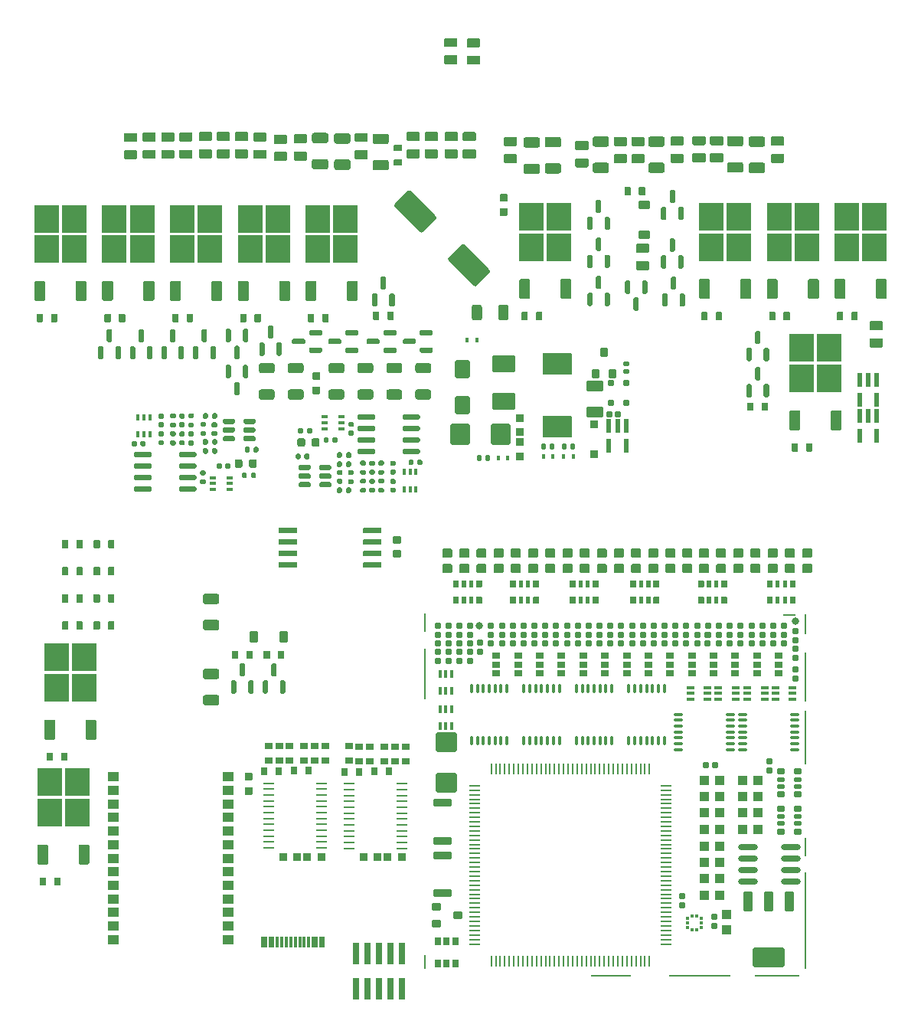
<source format=gtp>
G75*
G70*
%OFA0B0*%
%FSLAX25Y25*%
%IPPOS*%
%LPD*%
%AMOC8*
5,1,8,0,0,1.08239X$1,22.5*
%
%AMM132*
21,1,0.035430,0.030320,-0.000000,-0.000000,270.000000*
21,1,0.028350,0.037400,-0.000000,-0.000000,270.000000*
1,1,0.007090,-0.015160,-0.014170*
1,1,0.007090,-0.015160,0.014170*
1,1,0.007090,0.015160,0.014170*
1,1,0.007090,0.015160,-0.014170*
%
%AMM137*
21,1,0.033470,0.026770,-0.000000,-0.000000,180.000000*
21,1,0.026770,0.033470,-0.000000,-0.000000,180.000000*
1,1,0.006690,-0.013390,0.013390*
1,1,0.006690,0.013390,0.013390*
1,1,0.006690,0.013390,-0.013390*
1,1,0.006690,-0.013390,-0.013390*
%
%AMM165*
21,1,0.074800,0.083460,0.000000,-0.000000,270.000000*
21,1,0.059840,0.098430,0.000000,-0.000000,270.000000*
1,1,0.014960,-0.041730,-0.029920*
1,1,0.014960,-0.041730,0.029920*
1,1,0.014960,0.041730,0.029920*
1,1,0.014960,0.041730,-0.029920*
%
%AMM166*
21,1,0.086610,0.073230,0.000000,-0.000000,180.000000*
21,1,0.069290,0.090550,0.000000,-0.000000,180.000000*
1,1,0.017320,-0.034650,0.036610*
1,1,0.017320,0.034650,0.036610*
1,1,0.017320,0.034650,-0.036610*
1,1,0.017320,-0.034650,-0.036610*
%
%AMM167*
21,1,0.078740,0.053540,0.000000,-0.000000,90.000000*
21,1,0.065350,0.066930,0.000000,-0.000000,90.000000*
1,1,0.013390,0.026770,0.032680*
1,1,0.013390,0.026770,-0.032680*
1,1,0.013390,-0.026770,-0.032680*
1,1,0.013390,-0.026770,0.032680*
%
%AMM168*
21,1,0.035430,0.030320,0.000000,-0.000000,0.000000*
21,1,0.028350,0.037400,0.000000,-0.000000,0.000000*
1,1,0.007090,0.014170,-0.015160*
1,1,0.007090,-0.014170,-0.015160*
1,1,0.007090,-0.014170,0.015160*
1,1,0.007090,0.014170,0.015160*
%
%AMM169*
21,1,0.021650,0.052760,0.000000,-0.000000,180.000000*
21,1,0.017320,0.057090,0.000000,-0.000000,180.000000*
1,1,0.004330,-0.008660,0.026380*
1,1,0.004330,0.008660,0.026380*
1,1,0.004330,0.008660,-0.026380*
1,1,0.004330,-0.008660,-0.026380*
%
%AMM170*
21,1,0.035830,0.026770,0.000000,-0.000000,270.000000*
21,1,0.029130,0.033470,0.000000,-0.000000,270.000000*
1,1,0.006690,-0.013390,-0.014570*
1,1,0.006690,-0.013390,0.014570*
1,1,0.006690,0.013390,0.014570*
1,1,0.006690,0.013390,-0.014570*
%
%AMM171*
21,1,0.094490,0.111020,0.000000,-0.000000,270.000000*
21,1,0.075590,0.129920,0.000000,-0.000000,270.000000*
1,1,0.018900,-0.055510,-0.037800*
1,1,0.018900,-0.055510,0.037800*
1,1,0.018900,0.055510,0.037800*
1,1,0.018900,0.055510,-0.037800*
%
%AMM172*
21,1,0.070870,0.036220,0.000000,-0.000000,0.000000*
21,1,0.061810,0.045280,0.000000,-0.000000,0.000000*
1,1,0.009060,0.030910,-0.018110*
1,1,0.009060,-0.030910,-0.018110*
1,1,0.009060,-0.030910,0.018110*
1,1,0.009060,0.030910,0.018110*
%
%AMM173*
21,1,0.033470,0.026770,0.000000,-0.000000,270.000000*
21,1,0.026770,0.033470,0.000000,-0.000000,270.000000*
1,1,0.006690,-0.013390,-0.013390*
1,1,0.006690,-0.013390,0.013390*
1,1,0.006690,0.013390,0.013390*
1,1,0.006690,0.013390,-0.013390*
%
%AMM174*
21,1,0.015750,0.016540,0.000000,-0.000000,180.000000*
21,1,0.012600,0.019680,0.000000,-0.000000,180.000000*
1,1,0.003150,-0.006300,0.008270*
1,1,0.003150,0.006300,0.008270*
1,1,0.003150,0.006300,-0.008270*
1,1,0.003150,-0.006300,-0.008270*
%
%AMM175*
21,1,0.023620,0.018900,0.000000,-0.000000,0.000000*
21,1,0.018900,0.023620,0.000000,-0.000000,0.000000*
1,1,0.004720,0.009450,-0.009450*
1,1,0.004720,-0.009450,-0.009450*
1,1,0.004720,-0.009450,0.009450*
1,1,0.004720,0.009450,0.009450*
%
%AMM176*
21,1,0.019680,0.019680,0.000000,-0.000000,270.000000*
21,1,0.015750,0.023620,0.000000,-0.000000,270.000000*
1,1,0.003940,-0.009840,-0.007870*
1,1,0.003940,-0.009840,0.007870*
1,1,0.003940,0.009840,0.007870*
1,1,0.003940,0.009840,-0.007870*
%
%AMM177*
21,1,0.019680,0.019680,0.000000,-0.000000,180.000000*
21,1,0.015750,0.023620,0.000000,-0.000000,180.000000*
1,1,0.003940,-0.007870,0.009840*
1,1,0.003940,0.007870,0.009840*
1,1,0.003940,0.007870,-0.009840*
1,1,0.003940,-0.007870,-0.009840*
%
%AMM206*
21,1,0.027560,0.030710,-0.000000,-0.000000,180.000000*
21,1,0.022050,0.036220,-0.000000,-0.000000,180.000000*
1,1,0.005510,-0.011020,0.015350*
1,1,0.005510,0.011020,0.015350*
1,1,0.005510,0.011020,-0.015350*
1,1,0.005510,-0.011020,-0.015350*
%
%AMM207*
21,1,0.027560,0.030710,-0.000000,-0.000000,90.000000*
21,1,0.022050,0.036220,-0.000000,-0.000000,90.000000*
1,1,0.005510,0.015350,0.011020*
1,1,0.005510,0.015350,-0.011020*
1,1,0.005510,-0.015350,-0.011020*
1,1,0.005510,-0.015350,0.011020*
%
%AMM262*
21,1,0.043310,0.075980,-0.000000,-0.000000,180.000000*
21,1,0.034650,0.084650,-0.000000,-0.000000,180.000000*
1,1,0.008660,-0.017320,0.037990*
1,1,0.008660,0.017320,0.037990*
1,1,0.008660,0.017320,-0.037990*
1,1,0.008660,-0.017320,-0.037990*
%
%AMM263*
21,1,0.043310,0.075990,-0.000000,-0.000000,180.000000*
21,1,0.034650,0.084650,-0.000000,-0.000000,180.000000*
1,1,0.008660,-0.017320,0.037990*
1,1,0.008660,0.017320,0.037990*
1,1,0.008660,0.017320,-0.037990*
1,1,0.008660,-0.017320,-0.037990*
%
%AMM264*
21,1,0.137800,0.067720,-0.000000,-0.000000,180.000000*
21,1,0.120870,0.084650,-0.000000,-0.000000,180.000000*
1,1,0.016930,-0.060430,0.033860*
1,1,0.016930,0.060430,0.033860*
1,1,0.016930,0.060430,-0.033860*
1,1,0.016930,-0.060430,-0.033860*
%
%AMM265*
21,1,0.039370,0.035430,-0.000000,-0.000000,180.000000*
21,1,0.031500,0.043310,-0.000000,-0.000000,180.000000*
1,1,0.007870,-0.015750,0.017720*
1,1,0.007870,0.015750,0.017720*
1,1,0.007870,0.015750,-0.017720*
1,1,0.007870,-0.015750,-0.017720*
%
%AMM266*
21,1,0.023620,0.030710,-0.000000,-0.000000,0.000000*
21,1,0.018900,0.035430,-0.000000,-0.000000,0.000000*
1,1,0.004720,0.009450,-0.015350*
1,1,0.004720,-0.009450,-0.015350*
1,1,0.004720,-0.009450,0.015350*
1,1,0.004720,0.009450,0.015350*
%
%AMM267*
21,1,0.027560,0.018900,-0.000000,-0.000000,0.000000*
21,1,0.022840,0.023620,-0.000000,-0.000000,0.000000*
1,1,0.004720,0.011420,-0.009450*
1,1,0.004720,-0.011420,-0.009450*
1,1,0.004720,-0.011420,0.009450*
1,1,0.004720,0.011420,0.009450*
%
%AMM268*
21,1,0.023620,0.030710,-0.000000,-0.000000,90.000000*
21,1,0.018900,0.035430,-0.000000,-0.000000,90.000000*
1,1,0.004720,0.015350,0.009450*
1,1,0.004720,0.015350,-0.009450*
1,1,0.004720,-0.015350,-0.009450*
1,1,0.004720,-0.015350,0.009450*
%
%AMM269*
21,1,0.086610,0.073230,-0.000000,-0.000000,270.000000*
21,1,0.069290,0.090550,-0.000000,-0.000000,270.000000*
1,1,0.017320,-0.036610,-0.034650*
1,1,0.017320,-0.036610,0.034650*
1,1,0.017320,0.036610,0.034650*
1,1,0.017320,0.036610,-0.034650*
%
%AMM270*
21,1,0.025590,0.026380,-0.000000,-0.000000,270.000000*
21,1,0.020470,0.031500,-0.000000,-0.000000,270.000000*
1,1,0.005120,-0.013190,-0.010240*
1,1,0.005120,-0.013190,0.010240*
1,1,0.005120,0.013190,0.010240*
1,1,0.005120,0.013190,-0.010240*
%
%AMM271*
21,1,0.017720,0.027950,-0.000000,-0.000000,270.000000*
21,1,0.014170,0.031500,-0.000000,-0.000000,270.000000*
1,1,0.003540,-0.013980,-0.007090*
1,1,0.003540,-0.013980,0.007090*
1,1,0.003540,0.013980,0.007090*
1,1,0.003540,0.013980,-0.007090*
%
%AMM272*
21,1,0.031500,0.072440,-0.000000,-0.000000,270.000000*
21,1,0.025200,0.078740,-0.000000,-0.000000,270.000000*
1,1,0.006300,-0.036220,-0.012600*
1,1,0.006300,-0.036220,0.012600*
1,1,0.006300,0.036220,0.012600*
1,1,0.006300,0.036220,-0.012600*
%
%AMM273*
21,1,0.012600,0.028980,-0.000000,-0.000000,270.000000*
21,1,0.010080,0.031500,-0.000000,-0.000000,270.000000*
1,1,0.002520,-0.014490,-0.005040*
1,1,0.002520,-0.014490,0.005040*
1,1,0.002520,0.014490,0.005040*
1,1,0.002520,0.014490,-0.005040*
%
%AMM274*
21,1,0.012600,0.028980,-0.000000,-0.000000,0.000000*
21,1,0.010080,0.031500,-0.000000,-0.000000,0.000000*
1,1,0.002520,0.005040,-0.014490*
1,1,0.002520,-0.005040,-0.014490*
1,1,0.002520,-0.005040,0.014490*
1,1,0.002520,0.005040,0.014490*
%
%AMM275*
21,1,0.039370,0.035430,-0.000000,-0.000000,90.000000*
21,1,0.031500,0.043310,-0.000000,-0.000000,90.000000*
1,1,0.007870,0.017720,0.015750*
1,1,0.007870,0.017720,-0.015750*
1,1,0.007870,-0.017720,-0.015750*
1,1,0.007870,-0.017720,0.015750*
%
%AMM276*
21,1,0.027560,0.018900,-0.000000,-0.000000,270.000000*
21,1,0.022840,0.023620,-0.000000,-0.000000,270.000000*
1,1,0.004720,-0.009450,-0.011420*
1,1,0.004720,-0.009450,0.011420*
1,1,0.004720,0.009450,0.011420*
1,1,0.004720,0.009450,-0.011420*
%
%ADD136O,0.04961X0.00984*%
%ADD145R,0.02559X0.01575*%
%ADD146R,0.01575X0.02559*%
%ADD148O,0.00866X0.05118*%
%ADD149O,0.05118X0.00866*%
%ADD161O,0.01181X0.04331*%
%ADD162O,0.04331X0.01181*%
%ADD164O,0.08661X0.02362*%
%ADD166R,0.01476X0.01378*%
%ADD167R,0.01378X0.01476*%
%ADD17R,0.01181X0.04528*%
%ADD278M132*%
%ADD283M137*%
%ADD311M165*%
%ADD312M166*%
%ADD313M167*%
%ADD314M168*%
%ADD315M169*%
%ADD316M170*%
%ADD317M171*%
%ADD318M172*%
%ADD319M173*%
%ADD320M174*%
%ADD321M175*%
%ADD322M176*%
%ADD323M177*%
%ADD358M206*%
%ADD359M207*%
%ADD36R,0.00787X0.09055*%
%ADD37R,0.00787X0.42126*%
%ADD38R,0.00787X0.08268*%
%ADD39R,0.00787X0.23622*%
%ADD40R,0.00787X0.21260*%
%ADD41R,0.05512X0.00787*%
%ADD42R,0.19685X0.00787*%
%ADD43R,0.26772X0.00787*%
%ADD439M262*%
%ADD44R,0.17717X0.00787*%
%ADD440M263*%
%ADD441M264*%
%ADD442M265*%
%ADD443M266*%
%ADD444M267*%
%ADD445M268*%
%ADD446M269*%
%ADD447M270*%
%ADD448M271*%
%ADD449M272*%
%ADD45R,0.00787X0.06299*%
%ADD450M273*%
%ADD451M274*%
%ADD452M275*%
%ADD453M276*%
%ADD46R,0.00787X0.22441*%
%ADD47R,0.00787X0.07874*%
%ADD48R,0.05118X0.03937*%
%ADD55R,0.02913X0.09449*%
%ADD65C,0.03150*%
%ADD70R,0.10827X0.12008*%
X0000000Y0000000D02*
%LPD*%
G01*
G36*
G01*
X0304626Y0368898D02*
X0299705Y0368898D01*
G75*
G02*
X0299311Y0369291I0000000J0000394D01*
G01*
X0299311Y0372441D01*
G75*
G02*
X0299705Y0372835I0000394J0000000D01*
G01*
X0304626Y0372835D01*
G75*
G02*
X0305020Y0372441I0000000J-000394D01*
G01*
X0305020Y0369291D01*
G75*
G02*
X0304626Y0368898I-000394J0000000D01*
G01*
G37*
G36*
G01*
X0304626Y0376378D02*
X0299705Y0376378D01*
G75*
G02*
X0299311Y0376772I0000000J0000394D01*
G01*
X0299311Y0379921D01*
G75*
G02*
X0299705Y0380315I0000394J0000000D01*
G01*
X0304626Y0380315D01*
G75*
G02*
X0305020Y0379921I0000000J-000394D01*
G01*
X0305020Y0376772D01*
G75*
G02*
X0304626Y0376378I-000394J0000000D01*
G01*
G37*
G36*
G01*
X0085591Y0136201D02*
X0085591Y0133484D01*
G75*
G02*
X0084685Y0132579I-000906J0000000D01*
G01*
X0079409Y0132579D01*
G75*
G02*
X0078504Y0133484I0000000J0000906D01*
G01*
X0078504Y0136201D01*
G75*
G02*
X0079409Y0137106I0000906J0000000D01*
G01*
X0084685Y0137106D01*
G75*
G02*
X0085591Y0136201I0000000J-000906D01*
G01*
G37*
G36*
G01*
X0085591Y0147618D02*
X0085591Y0144902D01*
G75*
G02*
X0084685Y0143996I-000906J0000000D01*
G01*
X0079409Y0143996D01*
G75*
G02*
X0078504Y0144902I0000000J0000906D01*
G01*
X0078504Y0147618D01*
G75*
G02*
X0079409Y0148524I0000906J0000000D01*
G01*
X0084685Y0148524D01*
G75*
G02*
X0085591Y0147618I0000000J-000906D01*
G01*
G37*
G36*
G01*
X0324016Y0177028D02*
X0324016Y0179665D01*
G75*
G02*
X0324272Y0179921I0000256J0000000D01*
G01*
X0326319Y0179921D01*
G75*
G02*
X0326575Y0179665I0000000J-000256D01*
G01*
X0326575Y0177028D01*
G75*
G02*
X0326319Y0176772I-000256J0000000D01*
G01*
X0324272Y0176772D01*
G75*
G02*
X0324016Y0177028I0000000J0000256D01*
G01*
G37*
G36*
G01*
X0327854Y0176949D02*
X0327854Y0179744D01*
G75*
G02*
X0328031Y0179921I0000177J0000000D01*
G01*
X0329449Y0179921D01*
G75*
G02*
X0329626Y0179744I0000000J-000177D01*
G01*
X0329626Y0176949D01*
G75*
G02*
X0329449Y0176772I-000177J0000000D01*
G01*
X0328031Y0176772D01*
G75*
G02*
X0327854Y0176949I0000000J0000177D01*
G01*
G37*
G36*
G01*
X0331004Y0176949D02*
X0331004Y0179744D01*
G75*
G02*
X0331181Y0179921I0000177J0000000D01*
G01*
X0332598Y0179921D01*
G75*
G02*
X0332776Y0179744I0000000J-000177D01*
G01*
X0332776Y0176949D01*
G75*
G02*
X0332598Y0176772I-000177J0000000D01*
G01*
X0331181Y0176772D01*
G75*
G02*
X0331004Y0176949I0000000J0000177D01*
G01*
G37*
G36*
G01*
X0334055Y0177028D02*
X0334055Y0179665D01*
G75*
G02*
X0334311Y0179921I0000256J0000000D01*
G01*
X0336358Y0179921D01*
G75*
G02*
X0336614Y0179665I0000000J-000256D01*
G01*
X0336614Y0177028D01*
G75*
G02*
X0336358Y0176772I-000256J0000000D01*
G01*
X0334311Y0176772D01*
G75*
G02*
X0334055Y0177028I0000000J0000256D01*
G01*
G37*
G36*
G01*
X0334055Y0184114D02*
X0334055Y0186752D01*
G75*
G02*
X0334311Y0187008I0000256J0000000D01*
G01*
X0336358Y0187008D01*
G75*
G02*
X0336614Y0186752I0000000J-000256D01*
G01*
X0336614Y0184114D01*
G75*
G02*
X0336358Y0183858I-000256J0000000D01*
G01*
X0334311Y0183858D01*
G75*
G02*
X0334055Y0184114I0000000J0000256D01*
G01*
G37*
G36*
G01*
X0331004Y0184035D02*
X0331004Y0186831D01*
G75*
G02*
X0331181Y0187008I0000177J0000000D01*
G01*
X0332598Y0187008D01*
G75*
G02*
X0332776Y0186831I0000000J-000177D01*
G01*
X0332776Y0184035D01*
G75*
G02*
X0332598Y0183858I-000177J0000000D01*
G01*
X0331181Y0183858D01*
G75*
G02*
X0331004Y0184035I0000000J0000177D01*
G01*
G37*
G36*
G01*
X0327854Y0184035D02*
X0327854Y0186831D01*
G75*
G02*
X0328031Y0187008I0000177J0000000D01*
G01*
X0329449Y0187008D01*
G75*
G02*
X0329626Y0186831I0000000J-000177D01*
G01*
X0329626Y0184035D01*
G75*
G02*
X0329449Y0183858I-000177J0000000D01*
G01*
X0328031Y0183858D01*
G75*
G02*
X0327854Y0184035I0000000J0000177D01*
G01*
G37*
G36*
G01*
X0324016Y0184114D02*
X0324016Y0186752D01*
G75*
G02*
X0324272Y0187008I0000256J0000000D01*
G01*
X0326319Y0187008D01*
G75*
G02*
X0326575Y0186752I0000000J-000256D01*
G01*
X0326575Y0184114D01*
G75*
G02*
X0326319Y0183858I-000256J0000000D01*
G01*
X0324272Y0183858D01*
G75*
G02*
X0324016Y0184114I0000000J0000256D01*
G01*
G37*
G36*
G01*
X0201575Y0190157D02*
X0198031Y0190157D01*
G75*
G02*
X0197638Y0190551I0000000J0000394D01*
G01*
X0197638Y0193701D01*
G75*
G02*
X0198031Y0194094I0000394J0000000D01*
G01*
X0201575Y0194094D01*
G75*
G02*
X0201968Y0193701I0000000J-000394D01*
G01*
X0201968Y0190551D01*
G75*
G02*
X0201575Y0190157I-000394J0000000D01*
G01*
G37*
G36*
G01*
X0201575Y0196850D02*
X0198031Y0196850D01*
G75*
G02*
X0197638Y0197244I0000000J0000394D01*
G01*
X0197638Y0200394D01*
G75*
G02*
X0198031Y0200787I0000394J0000000D01*
G01*
X0201575Y0200787D01*
G75*
G02*
X0201968Y0200394I0000000J-000394D01*
G01*
X0201968Y0197244D01*
G75*
G02*
X0201575Y0196850I-000394J0000000D01*
G01*
G37*
G36*
G01*
X0171949Y0281594D02*
X0176870Y0281594D01*
G75*
G02*
X0177854Y0280610I0000000J-000984D01*
G01*
X0177854Y0278150D01*
G75*
G02*
X0176870Y0277165I-000984J0000000D01*
G01*
X0171949Y0277165D01*
G75*
G02*
X0170965Y0278150I0000000J0000984D01*
G01*
X0170965Y0280610D01*
G75*
G02*
X0171949Y0281594I0000984J0000000D01*
G01*
G37*
G36*
G01*
X0171949Y0270079D02*
X0176870Y0270079D01*
G75*
G02*
X0177854Y0269094I0000000J-000984D01*
G01*
X0177854Y0266634D01*
G75*
G02*
X0176870Y0265650I-000984J0000000D01*
G01*
X0171949Y0265650D01*
G75*
G02*
X0170965Y0266634I0000000J0000984D01*
G01*
X0170965Y0269094D01*
G75*
G02*
X0171949Y0270079I0000984J0000000D01*
G01*
G37*
G36*
G01*
X0124213Y0299646D02*
X0124213Y0302717D01*
G75*
G02*
X0124488Y0302992I0000276J0000000D01*
G01*
X0126693Y0302992D01*
G75*
G02*
X0126969Y0302717I0000000J-000276D01*
G01*
X0126969Y0299646D01*
G75*
G02*
X0126693Y0299370I-000276J0000000D01*
G01*
X0124488Y0299370D01*
G75*
G02*
X0124213Y0299646I0000000J0000276D01*
G01*
G37*
G36*
G01*
X0130512Y0299646D02*
X0130512Y0302717D01*
G75*
G02*
X0130787Y0302992I0000276J0000000D01*
G01*
X0132992Y0302992D01*
G75*
G02*
X0133268Y0302717I0000000J-000276D01*
G01*
X0133268Y0299646D01*
G75*
G02*
X0132992Y0299370I-000276J0000000D01*
G01*
X0130787Y0299370D01*
G75*
G02*
X0130512Y0299646I0000000J0000276D01*
G01*
G37*
G36*
G01*
X0017126Y0165787D02*
X0017126Y0168858D01*
G75*
G02*
X0017402Y0169134I0000276J0000000D01*
G01*
X0019606Y0169134D01*
G75*
G02*
X0019882Y0168858I0000000J-000276D01*
G01*
X0019882Y0165787D01*
G75*
G02*
X0019606Y0165512I-000276J0000000D01*
G01*
X0017402Y0165512D01*
G75*
G02*
X0017126Y0165787I0000000J0000276D01*
G01*
G37*
G36*
G01*
X0023425Y0165787D02*
X0023425Y0168858D01*
G75*
G02*
X0023701Y0169134I0000276J0000000D01*
G01*
X0025906Y0169134D01*
G75*
G02*
X0026181Y0168858I0000000J-000276D01*
G01*
X0026181Y0165787D01*
G75*
G02*
X0025906Y0165512I-000276J0000000D01*
G01*
X0023701Y0165512D01*
G75*
G02*
X0023425Y0165787I0000000J0000276D01*
G01*
G37*
G36*
G01*
X0186614Y0190157D02*
X0183071Y0190157D01*
G75*
G02*
X0182677Y0190551I0000000J0000394D01*
G01*
X0182677Y0193701D01*
G75*
G02*
X0183071Y0194094I0000394J0000000D01*
G01*
X0186614Y0194094D01*
G75*
G02*
X0187008Y0193701I0000000J-000394D01*
G01*
X0187008Y0190551D01*
G75*
G02*
X0186614Y0190157I-000394J0000000D01*
G01*
G37*
G36*
G01*
X0186614Y0196850D02*
X0183071Y0196850D01*
G75*
G02*
X0182677Y0197244I0000000J0000394D01*
G01*
X0182677Y0200394D01*
G75*
G02*
X0183071Y0200787I0000394J0000000D01*
G01*
X0186614Y0200787D01*
G75*
G02*
X0187008Y0200394I0000000J-000394D01*
G01*
X0187008Y0197244D01*
G75*
G02*
X0186614Y0196850I-000394J0000000D01*
G01*
G37*
G36*
G01*
X0175492Y0382087D02*
X0180413Y0382087D01*
G75*
G02*
X0180807Y0381693I0000000J-000394D01*
G01*
X0180807Y0378543D01*
G75*
G02*
X0180413Y0378150I-000394J0000000D01*
G01*
X0175492Y0378150D01*
G75*
G02*
X0175098Y0378543I0000000J0000394D01*
G01*
X0175098Y0381693D01*
G75*
G02*
X0175492Y0382087I0000394J0000000D01*
G01*
G37*
G36*
G01*
X0175492Y0374606D02*
X0180413Y0374606D01*
G75*
G02*
X0180807Y0374213I0000000J-000394D01*
G01*
X0180807Y0371063D01*
G75*
G02*
X0180413Y0370669I-000394J0000000D01*
G01*
X0175492Y0370669D01*
G75*
G02*
X0175098Y0371063I0000000J0000394D01*
G01*
X0175098Y0374213D01*
G75*
G02*
X0175492Y0374606I0000394J0000000D01*
G01*
G37*
G36*
G01*
X0296949Y0368898D02*
X0292028Y0368898D01*
G75*
G02*
X0291634Y0369291I0000000J0000394D01*
G01*
X0291634Y0372441D01*
G75*
G02*
X0292028Y0372835I0000394J0000000D01*
G01*
X0296949Y0372835D01*
G75*
G02*
X0297343Y0372441I0000000J-000394D01*
G01*
X0297343Y0369291D01*
G75*
G02*
X0296949Y0368898I-000394J0000000D01*
G01*
G37*
G36*
G01*
X0296949Y0376378D02*
X0292028Y0376378D01*
G75*
G02*
X0291634Y0376772I0000000J0000394D01*
G01*
X0291634Y0379921D01*
G75*
G02*
X0292028Y0380315I0000394J0000000D01*
G01*
X0296949Y0380315D01*
G75*
G02*
X0297343Y0379921I0000000J-000394D01*
G01*
X0297343Y0376772D01*
G75*
G02*
X0296949Y0376378I-000394J0000000D01*
G01*
G37*
G36*
G01*
X0097736Y0370669D02*
X0092815Y0370669D01*
G75*
G02*
X0092421Y0371063I0000000J0000394D01*
G01*
X0092421Y0374213D01*
G75*
G02*
X0092815Y0374606I0000394J0000000D01*
G01*
X0097736Y0374606D01*
G75*
G02*
X0098130Y0374213I0000000J-000394D01*
G01*
X0098130Y0371063D01*
G75*
G02*
X0097736Y0370669I-000394J0000000D01*
G01*
G37*
G36*
G01*
X0097736Y0378150D02*
X0092815Y0378150D01*
G75*
G02*
X0092421Y0378543I0000000J0000394D01*
G01*
X0092421Y0381693D01*
G75*
G02*
X0092815Y0382087I0000394J0000000D01*
G01*
X0097736Y0382087D01*
G75*
G02*
X0098130Y0381693I0000000J-000394D01*
G01*
X0098130Y0378543D01*
G75*
G02*
X0097736Y0378150I-000394J0000000D01*
G01*
G37*
D70*
X0099035Y0331201D03*
X0111043Y0331201D03*
X0099035Y0344390D03*
X0111043Y0344390D03*
G36*
G01*
X0097953Y0308661D02*
X0094173Y0308661D01*
G75*
G02*
X0093701Y0309134I0000000J0000472D01*
G01*
X0093701Y0316850D01*
G75*
G02*
X0094173Y0317323I0000472J0000000D01*
G01*
X0097953Y0317323D01*
G75*
G02*
X0098425Y0316850I0000000J-000472D01*
G01*
X0098425Y0309134D01*
G75*
G02*
X0097953Y0308661I-000472J0000000D01*
G01*
G37*
G36*
G01*
X0115906Y0308661D02*
X0112126Y0308661D01*
G75*
G02*
X0111654Y0309134I0000000J0000472D01*
G01*
X0111654Y0316850D01*
G75*
G02*
X0112126Y0317323I0000472J0000000D01*
G01*
X0115906Y0317323D01*
G75*
G02*
X0116378Y0316850I0000000J-000472D01*
G01*
X0116378Y0309134D01*
G75*
G02*
X0115906Y0308661I-000472J0000000D01*
G01*
G37*
G36*
G01*
X0248228Y0376595D02*
X0248228Y0379311D01*
G75*
G02*
X0249134Y0380217I0000906J0000000D01*
G01*
X0254409Y0380217D01*
G75*
G02*
X0255315Y0379311I0000000J-000906D01*
G01*
X0255315Y0376595D01*
G75*
G02*
X0254409Y0375689I-000906J0000000D01*
G01*
X0249134Y0375689D01*
G75*
G02*
X0248228Y0376595I0000000J0000906D01*
G01*
G37*
G36*
G01*
X0248228Y0365177D02*
X0248228Y0367894D01*
G75*
G02*
X0249134Y0368799I0000906J0000000D01*
G01*
X0254409Y0368799D01*
G75*
G02*
X0255315Y0367894I0000000J-000906D01*
G01*
X0255315Y0365177D01*
G75*
G02*
X0254409Y0364272I-000906J0000000D01*
G01*
X0249134Y0364272D01*
G75*
G02*
X0248228Y0365177I0000000J0000906D01*
G01*
G37*
G36*
G01*
X0316929Y0266634D02*
X0315748Y0266634D01*
G75*
G02*
X0315157Y0267224I0000000J0000591D01*
G01*
X0315157Y0271850D01*
G75*
G02*
X0315748Y0272441I0000591J0000000D01*
G01*
X0316929Y0272441D01*
G75*
G02*
X0317520Y0271850I0000000J-000591D01*
G01*
X0317520Y0267224D01*
G75*
G02*
X0316929Y0266634I-000591J0000000D01*
G01*
G37*
G36*
G01*
X0320669Y0274016D02*
X0319488Y0274016D01*
G75*
G02*
X0318898Y0274606I0000000J0000591D01*
G01*
X0318898Y0279232D01*
G75*
G02*
X0319488Y0279823I0000591J0000000D01*
G01*
X0320669Y0279823D01*
G75*
G02*
X0321260Y0279232I0000000J-000591D01*
G01*
X0321260Y0274606D01*
G75*
G02*
X0320669Y0274016I-000591J0000000D01*
G01*
G37*
G36*
G01*
X0324409Y0266634D02*
X0323228Y0266634D01*
G75*
G02*
X0322638Y0267224I0000000J0000591D01*
G01*
X0322638Y0271850D01*
G75*
G02*
X0323228Y0272441I0000591J0000000D01*
G01*
X0324409Y0272441D01*
G75*
G02*
X0325000Y0271850I0000000J-000591D01*
G01*
X0325000Y0267224D01*
G75*
G02*
X0324409Y0266634I-000591J0000000D01*
G01*
G37*
G36*
G01*
X0374114Y0288386D02*
X0369193Y0288386D01*
G75*
G02*
X0368799Y0288780I0000000J0000394D01*
G01*
X0368799Y0291929D01*
G75*
G02*
X0369193Y0292323I0000394J0000000D01*
G01*
X0374114Y0292323D01*
G75*
G02*
X0374508Y0291929I0000000J-000394D01*
G01*
X0374508Y0288780D01*
G75*
G02*
X0374114Y0288386I-000394J0000000D01*
G01*
G37*
G36*
G01*
X0374114Y0295866D02*
X0369193Y0295866D01*
G75*
G02*
X0368799Y0296260I0000000J0000394D01*
G01*
X0368799Y0299410D01*
G75*
G02*
X0369193Y0299803I0000394J0000000D01*
G01*
X0374114Y0299803D01*
G75*
G02*
X0374508Y0299410I0000000J-000394D01*
G01*
X0374508Y0296260D01*
G75*
G02*
X0374114Y0295866I-000394J0000000D01*
G01*
G37*
G36*
G01*
X0295472Y0300433D02*
X0295472Y0303504D01*
G75*
G02*
X0295748Y0303780I0000276J0000000D01*
G01*
X0297953Y0303780D01*
G75*
G02*
X0298228Y0303504I0000000J-000276D01*
G01*
X0298228Y0300433D01*
G75*
G02*
X0297953Y0300157I-000276J0000000D01*
G01*
X0295748Y0300157D01*
G75*
G02*
X0295472Y0300433I0000000J0000276D01*
G01*
G37*
G36*
G01*
X0301772Y0300433D02*
X0301772Y0303504D01*
G75*
G02*
X0302047Y0303780I0000276J0000000D01*
G01*
X0304252Y0303780D01*
G75*
G02*
X0304528Y0303504I0000000J-000276D01*
G01*
X0304528Y0300433D01*
G75*
G02*
X0304252Y0300157I-000276J0000000D01*
G01*
X0302047Y0300157D01*
G75*
G02*
X0301772Y0300433I0000000J0000276D01*
G01*
G37*
G36*
G01*
X0178642Y0287795D02*
X0178642Y0286614D01*
G75*
G02*
X0178051Y0286024I-000591J0000000D01*
G01*
X0173425Y0286024D01*
G75*
G02*
X0172835Y0286614I0000000J0000591D01*
G01*
X0172835Y0287795D01*
G75*
G02*
X0173425Y0288386I0000591J0000000D01*
G01*
X0178051Y0288386D01*
G75*
G02*
X0178642Y0287795I0000000J-000591D01*
G01*
G37*
G36*
G01*
X0171260Y0291535D02*
X0171260Y0290354D01*
G75*
G02*
X0170669Y0289764I-000591J0000000D01*
G01*
X0166043Y0289764D01*
G75*
G02*
X0165453Y0290354I0000000J0000591D01*
G01*
X0165453Y0291535D01*
G75*
G02*
X0166043Y0292126I0000591J0000000D01*
G01*
X0170669Y0292126D01*
G75*
G02*
X0171260Y0291535I0000000J-000591D01*
G01*
G37*
G36*
G01*
X0178642Y0295276D02*
X0178642Y0294094D01*
G75*
G02*
X0178051Y0293504I-000591J0000000D01*
G01*
X0173425Y0293504D01*
G75*
G02*
X0172835Y0294094I0000000J0000591D01*
G01*
X0172835Y0295276D01*
G75*
G02*
X0173425Y0295866I0000591J0000000D01*
G01*
X0178051Y0295866D01*
G75*
G02*
X0178642Y0295276I0000000J-000591D01*
G01*
G37*
G36*
G01*
X0261417Y0190157D02*
X0257874Y0190157D01*
G75*
G02*
X0257480Y0190551I0000000J0000394D01*
G01*
X0257480Y0193701D01*
G75*
G02*
X0257874Y0194094I0000394J0000000D01*
G01*
X0261417Y0194094D01*
G75*
G02*
X0261811Y0193701I0000000J-000394D01*
G01*
X0261811Y0190551D01*
G75*
G02*
X0261417Y0190157I-000394J0000000D01*
G01*
G37*
G36*
G01*
X0261417Y0196850D02*
X0257874Y0196850D01*
G75*
G02*
X0257480Y0197244I0000000J0000394D01*
G01*
X0257480Y0200394D01*
G75*
G02*
X0257874Y0200787I0000394J0000000D01*
G01*
X0261417Y0200787D01*
G75*
G02*
X0261811Y0200394I0000000J-000394D01*
G01*
X0261811Y0197244D01*
G75*
G02*
X0261417Y0196850I-000394J0000000D01*
G01*
G37*
G36*
G01*
X0208110Y0355177D02*
X0210787Y0355177D01*
G75*
G02*
X0211122Y0354843I0000000J-000335D01*
G01*
X0211122Y0352165D01*
G75*
G02*
X0210787Y0351831I-000335J0000000D01*
G01*
X0208110Y0351831D01*
G75*
G02*
X0207776Y0352165I0000000J0000335D01*
G01*
X0207776Y0354843D01*
G75*
G02*
X0208110Y0355177I0000335J0000000D01*
G01*
G37*
G36*
G01*
X0208110Y0348957D02*
X0210787Y0348957D01*
G75*
G02*
X0211122Y0348622I0000000J-000335D01*
G01*
X0211122Y0345945D01*
G75*
G02*
X0210787Y0345610I-000335J0000000D01*
G01*
X0208110Y0345610D01*
G75*
G02*
X0207776Y0345945I0000000J0000335D01*
G01*
X0207776Y0348622D01*
G75*
G02*
X0208110Y0348957I0000335J0000000D01*
G01*
G37*
G36*
G01*
X0354528Y0300433D02*
X0354528Y0303504D01*
G75*
G02*
X0354803Y0303780I0000276J0000000D01*
G01*
X0357008Y0303780D01*
G75*
G02*
X0357283Y0303504I0000000J-000276D01*
G01*
X0357283Y0300433D01*
G75*
G02*
X0357008Y0300157I-000276J0000000D01*
G01*
X0354803Y0300157D01*
G75*
G02*
X0354528Y0300433I0000000J0000276D01*
G01*
G37*
G36*
G01*
X0360827Y0300433D02*
X0360827Y0303504D01*
G75*
G02*
X0361102Y0303780I0000276J0000000D01*
G01*
X0363307Y0303780D01*
G75*
G02*
X0363583Y0303504I0000000J-000276D01*
G01*
X0363583Y0300433D01*
G75*
G02*
X0363307Y0300157I-000276J0000000D01*
G01*
X0361102Y0300157D01*
G75*
G02*
X0360827Y0300433I0000000J0000276D01*
G01*
G37*
X0221555Y0331988D03*
X0233563Y0331988D03*
X0221555Y0345177D03*
X0233563Y0345177D03*
G36*
G01*
X0220472Y0309449D02*
X0216693Y0309449D01*
G75*
G02*
X0216220Y0309921I0000000J0000472D01*
G01*
X0216220Y0317638D01*
G75*
G02*
X0216693Y0318110I0000472J0000000D01*
G01*
X0220472Y0318110D01*
G75*
G02*
X0220945Y0317638I0000000J-000472D01*
G01*
X0220945Y0309921D01*
G75*
G02*
X0220472Y0309449I-000472J0000000D01*
G01*
G37*
G36*
G01*
X0238425Y0309449D02*
X0234646Y0309449D01*
G75*
G02*
X0234173Y0309921I0000000J0000472D01*
G01*
X0234173Y0317638D01*
G75*
G02*
X0234646Y0318110I0000472J0000000D01*
G01*
X0238425Y0318110D01*
G75*
G02*
X0238898Y0317638I0000000J-000472D01*
G01*
X0238898Y0309921D01*
G75*
G02*
X0238425Y0309449I-000472J0000000D01*
G01*
G37*
G36*
G01*
X0238189Y0177028D02*
X0238189Y0179665D01*
G75*
G02*
X0238445Y0179921I0000256J0000000D01*
G01*
X0240492Y0179921D01*
G75*
G02*
X0240748Y0179665I0000000J-000256D01*
G01*
X0240748Y0177028D01*
G75*
G02*
X0240492Y0176772I-000256J0000000D01*
G01*
X0238445Y0176772D01*
G75*
G02*
X0238189Y0177028I0000000J0000256D01*
G01*
G37*
G36*
G01*
X0242028Y0176949D02*
X0242028Y0179744D01*
G75*
G02*
X0242205Y0179921I0000177J0000000D01*
G01*
X0243622Y0179921D01*
G75*
G02*
X0243799Y0179744I0000000J-000177D01*
G01*
X0243799Y0176949D01*
G75*
G02*
X0243622Y0176772I-000177J0000000D01*
G01*
X0242205Y0176772D01*
G75*
G02*
X0242028Y0176949I0000000J0000177D01*
G01*
G37*
G36*
G01*
X0245177Y0176949D02*
X0245177Y0179744D01*
G75*
G02*
X0245354Y0179921I0000177J0000000D01*
G01*
X0246772Y0179921D01*
G75*
G02*
X0246949Y0179744I0000000J-000177D01*
G01*
X0246949Y0176949D01*
G75*
G02*
X0246772Y0176772I-000177J0000000D01*
G01*
X0245354Y0176772D01*
G75*
G02*
X0245177Y0176949I0000000J0000177D01*
G01*
G37*
G36*
G01*
X0248228Y0177028D02*
X0248228Y0179665D01*
G75*
G02*
X0248484Y0179921I0000256J0000000D01*
G01*
X0250531Y0179921D01*
G75*
G02*
X0250787Y0179665I0000000J-000256D01*
G01*
X0250787Y0177028D01*
G75*
G02*
X0250531Y0176772I-000256J0000000D01*
G01*
X0248484Y0176772D01*
G75*
G02*
X0248228Y0177028I0000000J0000256D01*
G01*
G37*
G36*
G01*
X0248228Y0184114D02*
X0248228Y0186752D01*
G75*
G02*
X0248484Y0187008I0000256J0000000D01*
G01*
X0250531Y0187008D01*
G75*
G02*
X0250787Y0186752I0000000J-000256D01*
G01*
X0250787Y0184114D01*
G75*
G02*
X0250531Y0183858I-000256J0000000D01*
G01*
X0248484Y0183858D01*
G75*
G02*
X0248228Y0184114I0000000J0000256D01*
G01*
G37*
G36*
G01*
X0245177Y0184035D02*
X0245177Y0186831D01*
G75*
G02*
X0245354Y0187008I0000177J0000000D01*
G01*
X0246772Y0187008D01*
G75*
G02*
X0246949Y0186831I0000000J-000177D01*
G01*
X0246949Y0184035D01*
G75*
G02*
X0246772Y0183858I-000177J0000000D01*
G01*
X0245354Y0183858D01*
G75*
G02*
X0245177Y0184035I0000000J0000177D01*
G01*
G37*
G36*
G01*
X0242028Y0184035D02*
X0242028Y0186831D01*
G75*
G02*
X0242205Y0187008I0000177J0000000D01*
G01*
X0243622Y0187008D01*
G75*
G02*
X0243799Y0186831I0000000J-000177D01*
G01*
X0243799Y0184035D01*
G75*
G02*
X0243622Y0183858I-000177J0000000D01*
G01*
X0242205Y0183858D01*
G75*
G02*
X0242028Y0184035I0000000J0000177D01*
G01*
G37*
G36*
G01*
X0238189Y0184114D02*
X0238189Y0186752D01*
G75*
G02*
X0238445Y0187008I0000256J0000000D01*
G01*
X0240492Y0187008D01*
G75*
G02*
X0240748Y0186752I0000000J-000256D01*
G01*
X0240748Y0184114D01*
G75*
G02*
X0240492Y0183858I-000256J0000000D01*
G01*
X0238445Y0183858D01*
G75*
G02*
X0238189Y0184114I0000000J0000256D01*
G01*
G37*
G36*
G01*
X0104764Y0284744D02*
X0103583Y0284744D01*
G75*
G02*
X0102992Y0285335I0000000J0000591D01*
G01*
X0102992Y0289961D01*
G75*
G02*
X0103583Y0290551I0000591J0000000D01*
G01*
X0104764Y0290551D01*
G75*
G02*
X0105354Y0289961I0000000J-000591D01*
G01*
X0105354Y0285335D01*
G75*
G02*
X0104764Y0284744I-000591J0000000D01*
G01*
G37*
G36*
G01*
X0108504Y0292126D02*
X0107323Y0292126D01*
G75*
G02*
X0106732Y0292717I0000000J0000591D01*
G01*
X0106732Y0297343D01*
G75*
G02*
X0107323Y0297933I0000591J0000000D01*
G01*
X0108504Y0297933D01*
G75*
G02*
X0109094Y0297343I0000000J-000591D01*
G01*
X0109094Y0292717D01*
G75*
G02*
X0108504Y0292126I-000591J0000000D01*
G01*
G37*
G36*
G01*
X0112244Y0284744D02*
X0111063Y0284744D01*
G75*
G02*
X0110472Y0285335I0000000J0000591D01*
G01*
X0110472Y0289961D01*
G75*
G02*
X0111063Y0290551I0000591J0000000D01*
G01*
X0112244Y0290551D01*
G75*
G02*
X0112835Y0289961I0000000J-000591D01*
G01*
X0112835Y0285335D01*
G75*
G02*
X0112244Y0284744I-000591J0000000D01*
G01*
G37*
G36*
G01*
X0291142Y0190157D02*
X0287598Y0190157D01*
G75*
G02*
X0287205Y0190551I0000000J0000394D01*
G01*
X0287205Y0193701D01*
G75*
G02*
X0287598Y0194094I0000394J0000000D01*
G01*
X0291142Y0194094D01*
G75*
G02*
X0291535Y0193701I0000000J-000394D01*
G01*
X0291535Y0190551D01*
G75*
G02*
X0291142Y0190157I-000394J0000000D01*
G01*
G37*
G36*
G01*
X0291142Y0196850D02*
X0287598Y0196850D01*
G75*
G02*
X0287205Y0197244I0000000J0000394D01*
G01*
X0287205Y0200394D01*
G75*
G02*
X0287598Y0200787I0000394J0000000D01*
G01*
X0291142Y0200787D01*
G75*
G02*
X0291535Y0200394I0000000J-000394D01*
G01*
X0291535Y0197244D01*
G75*
G02*
X0291142Y0196850I-000394J0000000D01*
G01*
G37*
G36*
G01*
X0298425Y0190157D02*
X0294882Y0190157D01*
G75*
G02*
X0294488Y0190551I0000000J0000394D01*
G01*
X0294488Y0193701D01*
G75*
G02*
X0294882Y0194094I0000394J0000000D01*
G01*
X0298425Y0194094D01*
G75*
G02*
X0298819Y0193701I0000000J-000394D01*
G01*
X0298819Y0190551D01*
G75*
G02*
X0298425Y0190157I-000394J0000000D01*
G01*
G37*
G36*
G01*
X0298425Y0196850D02*
X0294882Y0196850D01*
G75*
G02*
X0294488Y0197244I0000000J0000394D01*
G01*
X0294488Y0200394D01*
G75*
G02*
X0294882Y0200787I0000394J0000000D01*
G01*
X0298425Y0200787D01*
G75*
G02*
X0298819Y0200394I0000000J-000394D01*
G01*
X0298819Y0197244D01*
G75*
G02*
X0298425Y0196850I-000394J0000000D01*
G01*
G37*
G36*
G01*
X0094685Y0299646D02*
X0094685Y0302717D01*
G75*
G02*
X0094961Y0302992I0000276J0000000D01*
G01*
X0097165Y0302992D01*
G75*
G02*
X0097441Y0302717I0000000J-000276D01*
G01*
X0097441Y0299646D01*
G75*
G02*
X0097165Y0299370I-000276J0000000D01*
G01*
X0094961Y0299370D01*
G75*
G02*
X0094685Y0299646I0000000J0000276D01*
G01*
G37*
G36*
G01*
X0100984Y0299646D02*
X0100984Y0302717D01*
G75*
G02*
X0101260Y0302992I0000276J0000000D01*
G01*
X0103465Y0302992D01*
G75*
G02*
X0103740Y0302717I0000000J-000276D01*
G01*
X0103740Y0299646D01*
G75*
G02*
X0103465Y0299370I-000276J0000000D01*
G01*
X0101260Y0299370D01*
G75*
G02*
X0100984Y0299646I0000000J0000276D01*
G01*
G37*
G36*
G01*
X0188878Y0411614D02*
X0183957Y0411614D01*
G75*
G02*
X0183563Y0412008I0000000J0000394D01*
G01*
X0183563Y0415157D01*
G75*
G02*
X0183957Y0415551I0000394J0000000D01*
G01*
X0188878Y0415551D01*
G75*
G02*
X0189272Y0415157I0000000J-000394D01*
G01*
X0189272Y0412008D01*
G75*
G02*
X0188878Y0411614I-000394J0000000D01*
G01*
G37*
G36*
G01*
X0188878Y0419095D02*
X0183957Y0419095D01*
G75*
G02*
X0183563Y0419488I0000000J0000394D01*
G01*
X0183563Y0422638D01*
G75*
G02*
X0183957Y0423032I0000394J0000000D01*
G01*
X0188878Y0423032D01*
G75*
G02*
X0189272Y0422638I0000000J-000394D01*
G01*
X0189272Y0419488D01*
G75*
G02*
X0188878Y0419095I-000394J0000000D01*
G01*
G37*
G36*
G01*
X0146211Y0287795D02*
X0146211Y0286614D01*
G75*
G02*
X0145620Y0286024I-000591J0000000D01*
G01*
X0140994Y0286024D01*
G75*
G02*
X0140404Y0286614I0000000J0000591D01*
G01*
X0140404Y0287795D01*
G75*
G02*
X0140994Y0288386I0000591J0000000D01*
G01*
X0145620Y0288386D01*
G75*
G02*
X0146211Y0287795I0000000J-000591D01*
G01*
G37*
G36*
G01*
X0138829Y0291535D02*
X0138829Y0290354D01*
G75*
G02*
X0138238Y0289764I-000591J0000000D01*
G01*
X0133612Y0289764D01*
G75*
G02*
X0133022Y0290354I0000000J0000591D01*
G01*
X0133022Y0291535D01*
G75*
G02*
X0133612Y0292126I0000591J0000000D01*
G01*
X0138238Y0292126D01*
G75*
G02*
X0138829Y0291535I0000000J-000591D01*
G01*
G37*
G36*
G01*
X0146211Y0295276D02*
X0146211Y0294094D01*
G75*
G02*
X0145620Y0293504I-000591J0000000D01*
G01*
X0140994Y0293504D01*
G75*
G02*
X0140404Y0294094I0000000J0000591D01*
G01*
X0140404Y0295276D01*
G75*
G02*
X0140994Y0295866I0000591J0000000D01*
G01*
X0145620Y0295866D01*
G75*
G02*
X0146211Y0295276I0000000J-000591D01*
G01*
G37*
G36*
G01*
X0172539Y0370669D02*
X0167618Y0370669D01*
G75*
G02*
X0167224Y0371063I0000000J0000394D01*
G01*
X0167224Y0374213D01*
G75*
G02*
X0167618Y0374606I0000394J0000000D01*
G01*
X0172539Y0374606D01*
G75*
G02*
X0172933Y0374213I0000000J-000394D01*
G01*
X0172933Y0371063D01*
G75*
G02*
X0172539Y0370669I-000394J0000000D01*
G01*
G37*
G36*
G01*
X0172539Y0378150D02*
X0167618Y0378150D01*
G75*
G02*
X0167224Y0378543I0000000J0000394D01*
G01*
X0167224Y0381693D01*
G75*
G02*
X0167618Y0382087I0000394J0000000D01*
G01*
X0172539Y0382087D01*
G75*
G02*
X0172933Y0381693I0000000J-000394D01*
G01*
X0172933Y0378543D01*
G75*
G02*
X0172539Y0378150I-000394J0000000D01*
G01*
G37*
D17*
X0104528Y0029469D03*
X0107677Y0029469D03*
X0112795Y0029469D03*
X0116732Y0029469D03*
X0118701Y0029469D03*
X0122638Y0029469D03*
X0127756Y0029469D03*
X0130906Y0029469D03*
X0129724Y0029469D03*
X0126575Y0029469D03*
X0124606Y0029469D03*
X0120669Y0029469D03*
X0114764Y0029469D03*
X0110827Y0029469D03*
X0108858Y0029469D03*
X0105709Y0029469D03*
G36*
G01*
X0152559Y0300581D02*
X0152559Y0303652D01*
G75*
G02*
X0152835Y0303927I0000276J0000000D01*
G01*
X0155039Y0303927D01*
G75*
G02*
X0155315Y0303652I0000000J-000276D01*
G01*
X0155315Y0300581D01*
G75*
G02*
X0155039Y0300305I-000276J0000000D01*
G01*
X0152835Y0300305D01*
G75*
G02*
X0152559Y0300581I0000000J0000276D01*
G01*
G37*
G36*
G01*
X0158858Y0300581D02*
X0158858Y0303652D01*
G75*
G02*
X0159134Y0303927I0000276J0000000D01*
G01*
X0161339Y0303927D01*
G75*
G02*
X0161614Y0303652I0000000J-000276D01*
G01*
X0161614Y0300581D01*
G75*
G02*
X0161339Y0300305I-000276J0000000D01*
G01*
X0159134Y0300305D01*
G75*
G02*
X0158858Y0300581I0000000J0000276D01*
G01*
G37*
D70*
X0011713Y0085925D03*
X0023720Y0085925D03*
X0011713Y0099114D03*
X0023720Y0099114D03*
G36*
G01*
X0010630Y0063386D02*
X0006850Y0063386D01*
G75*
G02*
X0006378Y0063858I0000000J0000472D01*
G01*
X0006378Y0071575D01*
G75*
G02*
X0006850Y0072047I0000472J0000000D01*
G01*
X0010630Y0072047D01*
G75*
G02*
X0011102Y0071575I0000000J-000472D01*
G01*
X0011102Y0063858D01*
G75*
G02*
X0010630Y0063386I-000472J0000000D01*
G01*
G37*
G36*
G01*
X0028583Y0063386D02*
X0024803Y0063386D01*
G75*
G02*
X0024331Y0063858I0000000J0000472D01*
G01*
X0024331Y0071575D01*
G75*
G02*
X0024803Y0072047I0000472J0000000D01*
G01*
X0028583Y0072047D01*
G75*
G02*
X0029055Y0071575I0000000J-000472D01*
G01*
X0029055Y0063858D01*
G75*
G02*
X0028583Y0063386I-000472J0000000D01*
G01*
G37*
G36*
G01*
X0062205Y0283169D02*
X0061024Y0283169D01*
G75*
G02*
X0060433Y0283760I0000000J0000591D01*
G01*
X0060433Y0288386D01*
G75*
G02*
X0061024Y0288976I0000591J0000000D01*
G01*
X0062205Y0288976D01*
G75*
G02*
X0062795Y0288386I0000000J-000591D01*
G01*
X0062795Y0283760D01*
G75*
G02*
X0062205Y0283169I-000591J0000000D01*
G01*
G37*
G36*
G01*
X0065945Y0290551D02*
X0064764Y0290551D01*
G75*
G02*
X0064173Y0291142I0000000J0000591D01*
G01*
X0064173Y0295768D01*
G75*
G02*
X0064764Y0296358I0000591J0000000D01*
G01*
X0065945Y0296358D01*
G75*
G02*
X0066535Y0295768I0000000J-000591D01*
G01*
X0066535Y0291142D01*
G75*
G02*
X0065945Y0290551I-000591J0000000D01*
G01*
G37*
G36*
G01*
X0069685Y0283169D02*
X0068504Y0283169D01*
G75*
G02*
X0067913Y0283760I0000000J0000591D01*
G01*
X0067913Y0288386D01*
G75*
G02*
X0068504Y0288976I0000591J0000000D01*
G01*
X0069685Y0288976D01*
G75*
G02*
X0070276Y0288386I0000000J-000591D01*
G01*
X0070276Y0283760D01*
G75*
G02*
X0069685Y0283169I-000591J0000000D01*
G01*
G37*
G36*
G01*
X0106299Y0137727D02*
X0105118Y0137727D01*
G75*
G02*
X0104528Y0138317I0000000J0000591D01*
G01*
X0104528Y0142943D01*
G75*
G02*
X0105118Y0143534I0000591J0000000D01*
G01*
X0106299Y0143534D01*
G75*
G02*
X0106890Y0142943I0000000J-000591D01*
G01*
X0106890Y0138317D01*
G75*
G02*
X0106299Y0137727I-000591J0000000D01*
G01*
G37*
G36*
G01*
X0110039Y0145109D02*
X0108858Y0145109D01*
G75*
G02*
X0108268Y0145699I0000000J0000591D01*
G01*
X0108268Y0150325D01*
G75*
G02*
X0108858Y0150916I0000591J0000000D01*
G01*
X0110039Y0150916D01*
G75*
G02*
X0110630Y0150325I0000000J-000591D01*
G01*
X0110630Y0145699D01*
G75*
G02*
X0110039Y0145109I-000591J0000000D01*
G01*
G37*
G36*
G01*
X0113780Y0137727D02*
X0112598Y0137727D01*
G75*
G02*
X0112008Y0138317I0000000J0000591D01*
G01*
X0112008Y0142943D01*
G75*
G02*
X0112598Y0143534I0000591J0000000D01*
G01*
X0113780Y0143534D01*
G75*
G02*
X0114370Y0142943I0000000J-000591D01*
G01*
X0114370Y0138317D01*
G75*
G02*
X0113780Y0137727I-000591J0000000D01*
G01*
G37*
G36*
G01*
X0315551Y0261063D02*
X0315551Y0264134D01*
G75*
G02*
X0315827Y0264409I0000276J0000000D01*
G01*
X0318031Y0264409D01*
G75*
G02*
X0318307Y0264134I0000000J-000276D01*
G01*
X0318307Y0261063D01*
G75*
G02*
X0318031Y0260787I-000276J0000000D01*
G01*
X0315827Y0260787D01*
G75*
G02*
X0315551Y0261063I0000000J0000276D01*
G01*
G37*
G36*
G01*
X0321850Y0261063D02*
X0321850Y0264134D01*
G75*
G02*
X0322126Y0264409I0000276J0000000D01*
G01*
X0324331Y0264409D01*
G75*
G02*
X0324606Y0264134I0000000J-000276D01*
G01*
X0324606Y0261063D01*
G75*
G02*
X0324331Y0260787I-000276J0000000D01*
G01*
X0322126Y0260787D01*
G75*
G02*
X0321850Y0261063I0000000J0000276D01*
G01*
G37*
G36*
G01*
X0035630Y0299646D02*
X0035630Y0302717D01*
G75*
G02*
X0035906Y0302992I0000276J0000000D01*
G01*
X0038110Y0302992D01*
G75*
G02*
X0038386Y0302717I0000000J-000276D01*
G01*
X0038386Y0299646D01*
G75*
G02*
X0038110Y0299370I-000276J0000000D01*
G01*
X0035906Y0299370D01*
G75*
G02*
X0035630Y0299646I0000000J0000276D01*
G01*
G37*
G36*
G01*
X0041929Y0299646D02*
X0041929Y0302717D01*
G75*
G02*
X0042205Y0302992I0000276J0000000D01*
G01*
X0044409Y0302992D01*
G75*
G02*
X0044685Y0302717I0000000J-000276D01*
G01*
X0044685Y0299646D01*
G75*
G02*
X0044409Y0299370I-000276J0000000D01*
G01*
X0042205Y0299370D01*
G75*
G02*
X0041929Y0299646I0000000J0000276D01*
G01*
G37*
G36*
G01*
X0247638Y0306398D02*
X0246457Y0306398D01*
G75*
G02*
X0245866Y0306988I0000000J0000591D01*
G01*
X0245866Y0311614D01*
G75*
G02*
X0246457Y0312205I0000591J0000000D01*
G01*
X0247638Y0312205D01*
G75*
G02*
X0248228Y0311614I0000000J-000591D01*
G01*
X0248228Y0306988D01*
G75*
G02*
X0247638Y0306398I-000591J0000000D01*
G01*
G37*
G36*
G01*
X0251378Y0313780D02*
X0250197Y0313780D01*
G75*
G02*
X0249606Y0314370I0000000J0000591D01*
G01*
X0249606Y0318996D01*
G75*
G02*
X0250197Y0319587I0000591J0000000D01*
G01*
X0251378Y0319587D01*
G75*
G02*
X0251969Y0318996I0000000J-000591D01*
G01*
X0251969Y0314370D01*
G75*
G02*
X0251378Y0313780I-000591J0000000D01*
G01*
G37*
G36*
G01*
X0255118Y0306398D02*
X0253937Y0306398D01*
G75*
G02*
X0253346Y0306988I0000000J0000591D01*
G01*
X0253346Y0311614D01*
G75*
G02*
X0253937Y0312205I0000591J0000000D01*
G01*
X0255118Y0312205D01*
G75*
G02*
X0255709Y0311614I0000000J-000591D01*
G01*
X0255709Y0306988D01*
G75*
G02*
X0255118Y0306398I-000591J0000000D01*
G01*
G37*
G36*
G01*
X0270374Y0368504D02*
X0265453Y0368504D01*
G75*
G02*
X0265059Y0368898I0000000J0000394D01*
G01*
X0265059Y0372047D01*
G75*
G02*
X0265453Y0372441I0000394J0000000D01*
G01*
X0270374Y0372441D01*
G75*
G02*
X0270768Y0372047I0000000J-000394D01*
G01*
X0270768Y0368898D01*
G75*
G02*
X0270374Y0368504I-000394J0000000D01*
G01*
G37*
G36*
G01*
X0270374Y0375984D02*
X0265453Y0375984D01*
G75*
G02*
X0265059Y0376378I0000000J0000394D01*
G01*
X0265059Y0379528D01*
G75*
G02*
X0265453Y0379921I0000394J0000000D01*
G01*
X0270374Y0379921D01*
G75*
G02*
X0270768Y0379528I0000000J-000394D01*
G01*
X0270768Y0376378D01*
G75*
G02*
X0270374Y0375984I-000394J0000000D01*
G01*
G37*
G36*
G01*
X0276378Y0190157D02*
X0272835Y0190157D01*
G75*
G02*
X0272441Y0190551I0000000J0000394D01*
G01*
X0272441Y0193701D01*
G75*
G02*
X0272835Y0194094I0000394J0000000D01*
G01*
X0276378Y0194094D01*
G75*
G02*
X0276772Y0193701I0000000J-000394D01*
G01*
X0276772Y0190551D01*
G75*
G02*
X0276378Y0190157I-000394J0000000D01*
G01*
G37*
G36*
G01*
X0276378Y0196850D02*
X0272835Y0196850D01*
G75*
G02*
X0272441Y0197244I0000000J0000394D01*
G01*
X0272441Y0200394D01*
G75*
G02*
X0272835Y0200787I0000394J0000000D01*
G01*
X0276378Y0200787D01*
G75*
G02*
X0276772Y0200394I0000000J-000394D01*
G01*
X0276772Y0197244D01*
G75*
G02*
X0276378Y0196850I-000394J0000000D01*
G01*
G37*
G36*
G01*
X0209055Y0190157D02*
X0205512Y0190157D01*
G75*
G02*
X0205118Y0190551I0000000J0000394D01*
G01*
X0205118Y0193701D01*
G75*
G02*
X0205512Y0194094I0000394J0000000D01*
G01*
X0209055Y0194094D01*
G75*
G02*
X0209449Y0193701I0000000J-000394D01*
G01*
X0209449Y0190551D01*
G75*
G02*
X0209055Y0190157I-000394J0000000D01*
G01*
G37*
G36*
G01*
X0209055Y0196850D02*
X0205512Y0196850D01*
G75*
G02*
X0205118Y0197244I0000000J0000394D01*
G01*
X0205118Y0200394D01*
G75*
G02*
X0205512Y0200787I0000394J0000000D01*
G01*
X0209055Y0200787D01*
G75*
G02*
X0209449Y0200394I0000000J-000394D01*
G01*
X0209449Y0197244D01*
G75*
G02*
X0209055Y0196850I-000394J0000000D01*
G01*
G37*
G36*
G01*
X0089862Y0370669D02*
X0084941Y0370669D01*
G75*
G02*
X0084547Y0371063I0000000J0000394D01*
G01*
X0084547Y0374213D01*
G75*
G02*
X0084941Y0374606I0000394J0000000D01*
G01*
X0089862Y0374606D01*
G75*
G02*
X0090256Y0374213I0000000J-000394D01*
G01*
X0090256Y0371063D01*
G75*
G02*
X0089862Y0370669I-000394J0000000D01*
G01*
G37*
G36*
G01*
X0089862Y0378150D02*
X0084941Y0378150D01*
G75*
G02*
X0084547Y0378543I0000000J0000394D01*
G01*
X0084547Y0381693D01*
G75*
G02*
X0084941Y0382087I0000394J0000000D01*
G01*
X0089862Y0382087D01*
G75*
G02*
X0090256Y0381693I0000000J-000394D01*
G01*
X0090256Y0378543D01*
G75*
G02*
X0089862Y0378150I-000394J0000000D01*
G01*
G37*
G36*
G01*
X0017126Y0189409D02*
X0017126Y0192480D01*
G75*
G02*
X0017402Y0192756I0000276J0000000D01*
G01*
X0019606Y0192756D01*
G75*
G02*
X0019882Y0192480I0000000J-000276D01*
G01*
X0019882Y0189409D01*
G75*
G02*
X0019606Y0189134I-000276J0000000D01*
G01*
X0017402Y0189134D01*
G75*
G02*
X0017126Y0189409I0000000J0000276D01*
G01*
G37*
G36*
G01*
X0023425Y0189409D02*
X0023425Y0192480D01*
G75*
G02*
X0023701Y0192756I0000276J0000000D01*
G01*
X0025906Y0192756D01*
G75*
G02*
X0026181Y0192480I0000000J-000276D01*
G01*
X0026181Y0189409D01*
G75*
G02*
X0025906Y0189134I-000276J0000000D01*
G01*
X0023701Y0189134D01*
G75*
G02*
X0023425Y0189409I0000000J0000276D01*
G01*
G37*
G36*
G01*
X0283858Y0190157D02*
X0280315Y0190157D01*
G75*
G02*
X0279921Y0190551I0000000J0000394D01*
G01*
X0279921Y0193701D01*
G75*
G02*
X0280315Y0194094I0000394J0000000D01*
G01*
X0283858Y0194094D01*
G75*
G02*
X0284252Y0193701I0000000J-000394D01*
G01*
X0284252Y0190551D01*
G75*
G02*
X0283858Y0190157I-000394J0000000D01*
G01*
G37*
G36*
G01*
X0283858Y0196850D02*
X0280315Y0196850D01*
G75*
G02*
X0279921Y0197244I0000000J0000394D01*
G01*
X0279921Y0200394D01*
G75*
G02*
X0280315Y0200787I0000394J0000000D01*
G01*
X0283858Y0200787D01*
G75*
G02*
X0284252Y0200394I0000000J-000394D01*
G01*
X0284252Y0197244D01*
G75*
G02*
X0283858Y0196850I-000394J0000000D01*
G01*
G37*
G36*
G01*
X0287303Y0368701D02*
X0282382Y0368701D01*
G75*
G02*
X0281988Y0369094I0000000J0000394D01*
G01*
X0281988Y0372244D01*
G75*
G02*
X0282382Y0372638I0000394J0000000D01*
G01*
X0287303Y0372638D01*
G75*
G02*
X0287697Y0372244I0000000J-000394D01*
G01*
X0287697Y0369094D01*
G75*
G02*
X0287303Y0368701I-000394J0000000D01*
G01*
G37*
G36*
G01*
X0287303Y0376181D02*
X0282382Y0376181D01*
G75*
G02*
X0281988Y0376575I0000000J0000394D01*
G01*
X0281988Y0379724D01*
G75*
G02*
X0282382Y0380118I0000394J0000000D01*
G01*
X0287303Y0380118D01*
G75*
G02*
X0287697Y0379724I0000000J-000394D01*
G01*
X0287697Y0376575D01*
G75*
G02*
X0287303Y0376181I-000394J0000000D01*
G01*
G37*
G36*
G01*
X0126614Y0277618D02*
X0129291Y0277618D01*
G75*
G02*
X0129626Y0277283I0000000J-000335D01*
G01*
X0129626Y0274606D01*
G75*
G02*
X0129291Y0274272I-000335J0000000D01*
G01*
X0126614Y0274272D01*
G75*
G02*
X0126280Y0274606I0000000J0000335D01*
G01*
X0126280Y0277283D01*
G75*
G02*
X0126614Y0277618I0000335J0000000D01*
G01*
G37*
G36*
G01*
X0126614Y0271398D02*
X0129291Y0271398D01*
G75*
G02*
X0129626Y0271063I0000000J-000335D01*
G01*
X0129626Y0268386D01*
G75*
G02*
X0129291Y0268051I-000335J0000000D01*
G01*
X0126614Y0268051D01*
G75*
G02*
X0126280Y0268386I0000000J0000335D01*
G01*
X0126280Y0271063D01*
G75*
G02*
X0126614Y0271398I0000335J0000000D01*
G01*
G37*
G36*
G01*
X0049508Y0370276D02*
X0044587Y0370276D01*
G75*
G02*
X0044193Y0370669I0000000J0000394D01*
G01*
X0044193Y0373819D01*
G75*
G02*
X0044587Y0374213I0000394J0000000D01*
G01*
X0049508Y0374213D01*
G75*
G02*
X0049902Y0373819I0000000J-000394D01*
G01*
X0049902Y0370669D01*
G75*
G02*
X0049508Y0370276I-000394J0000000D01*
G01*
G37*
G36*
G01*
X0049508Y0377756D02*
X0044587Y0377756D01*
G75*
G02*
X0044193Y0378150I0000000J0000394D01*
G01*
X0044193Y0381299D01*
G75*
G02*
X0044587Y0381693I0000394J0000000D01*
G01*
X0049508Y0381693D01*
G75*
G02*
X0049902Y0381299I0000000J-000394D01*
G01*
X0049902Y0378150D01*
G75*
G02*
X0049508Y0377756I-000394J0000000D01*
G01*
G37*
G36*
G01*
X0313386Y0190157D02*
X0309843Y0190157D01*
G75*
G02*
X0309449Y0190551I0000000J0000394D01*
G01*
X0309449Y0193701D01*
G75*
G02*
X0309843Y0194094I0000394J0000000D01*
G01*
X0313386Y0194094D01*
G75*
G02*
X0313780Y0193701I0000000J-000394D01*
G01*
X0313780Y0190551D01*
G75*
G02*
X0313386Y0190157I-000394J0000000D01*
G01*
G37*
G36*
G01*
X0313386Y0196850D02*
X0309843Y0196850D01*
G75*
G02*
X0309449Y0197244I0000000J0000394D01*
G01*
X0309449Y0200394D01*
G75*
G02*
X0309843Y0200787I0000394J0000000D01*
G01*
X0313386Y0200787D01*
G75*
G02*
X0313780Y0200394I0000000J-000394D01*
G01*
X0313780Y0197244D01*
G75*
G02*
X0313386Y0196850I-000394J0000000D01*
G01*
G37*
G36*
G01*
X0238976Y0190157D02*
X0235433Y0190157D01*
G75*
G02*
X0235039Y0190551I0000000J0000394D01*
G01*
X0235039Y0193701D01*
G75*
G02*
X0235433Y0194094I0000394J0000000D01*
G01*
X0238976Y0194094D01*
G75*
G02*
X0239370Y0193701I0000000J-000394D01*
G01*
X0239370Y0190551D01*
G75*
G02*
X0238976Y0190157I-000394J0000000D01*
G01*
G37*
G36*
G01*
X0238976Y0196850D02*
X0235433Y0196850D01*
G75*
G02*
X0235039Y0197244I0000000J0000394D01*
G01*
X0235039Y0200394D01*
G75*
G02*
X0235433Y0200787I0000394J0000000D01*
G01*
X0238976Y0200787D01*
G75*
G02*
X0239370Y0200394I0000000J-000394D01*
G01*
X0239370Y0197244D01*
G75*
G02*
X0238976Y0196850I-000394J0000000D01*
G01*
G37*
G36*
G01*
X0006102Y0299646D02*
X0006102Y0302717D01*
G75*
G02*
X0006378Y0302992I0000276J0000000D01*
G01*
X0008583Y0302992D01*
G75*
G02*
X0008858Y0302717I0000000J-000276D01*
G01*
X0008858Y0299646D01*
G75*
G02*
X0008583Y0299370I-000276J0000000D01*
G01*
X0006378Y0299370D01*
G75*
G02*
X0006102Y0299646I0000000J0000276D01*
G01*
G37*
G36*
G01*
X0012402Y0299646D02*
X0012402Y0302717D01*
G75*
G02*
X0012677Y0302992I0000276J0000000D01*
G01*
X0014882Y0302992D01*
G75*
G02*
X0015157Y0302717I0000000J-000276D01*
G01*
X0015157Y0299646D01*
G75*
G02*
X0014882Y0299370I-000276J0000000D01*
G01*
X0012677Y0299370D01*
G75*
G02*
X0012402Y0299646I0000000J0000276D01*
G01*
G37*
G36*
G01*
X0334843Y0243346D02*
X0334843Y0246417D01*
G75*
G02*
X0335118Y0246693I0000276J0000000D01*
G01*
X0337323Y0246693D01*
G75*
G02*
X0337598Y0246417I0000000J-000276D01*
G01*
X0337598Y0243346D01*
G75*
G02*
X0337323Y0243071I-000276J0000000D01*
G01*
X0335118Y0243071D01*
G75*
G02*
X0334843Y0243346I0000000J0000276D01*
G01*
G37*
G36*
G01*
X0341142Y0243346D02*
X0341142Y0246417D01*
G75*
G02*
X0341417Y0246693I0000276J0000000D01*
G01*
X0343622Y0246693D01*
G75*
G02*
X0343898Y0246417I0000000J-000276D01*
G01*
X0343898Y0243346D01*
G75*
G02*
X0343622Y0243071I-000276J0000000D01*
G01*
X0341417Y0243071D01*
G75*
G02*
X0341142Y0243346I0000000J0000276D01*
G01*
G37*
G36*
G01*
X0253937Y0190157D02*
X0250394Y0190157D01*
G75*
G02*
X0250000Y0190551I0000000J0000394D01*
G01*
X0250000Y0193701D01*
G75*
G02*
X0250394Y0194094I0000394J0000000D01*
G01*
X0253937Y0194094D01*
G75*
G02*
X0254331Y0193701I0000000J-000394D01*
G01*
X0254331Y0190551D01*
G75*
G02*
X0253937Y0190157I-000394J0000000D01*
G01*
G37*
G36*
G01*
X0253937Y0196850D02*
X0250394Y0196850D01*
G75*
G02*
X0250000Y0197244I0000000J0000394D01*
G01*
X0250000Y0200394D01*
G75*
G02*
X0250394Y0200787I0000394J0000000D01*
G01*
X0253937Y0200787D01*
G75*
G02*
X0254331Y0200394I0000000J-000394D01*
G01*
X0254331Y0197244D01*
G75*
G02*
X0253937Y0196850I-000394J0000000D01*
G01*
G37*
X0039980Y0331201D03*
X0051988Y0331201D03*
X0039980Y0344390D03*
X0051988Y0344390D03*
G36*
G01*
X0038898Y0308661D02*
X0035118Y0308661D01*
G75*
G02*
X0034646Y0309134I0000000J0000472D01*
G01*
X0034646Y0316850D01*
G75*
G02*
X0035118Y0317323I0000472J0000000D01*
G01*
X0038898Y0317323D01*
G75*
G02*
X0039370Y0316850I0000000J-000472D01*
G01*
X0039370Y0309134D01*
G75*
G02*
X0038898Y0308661I-000472J0000000D01*
G01*
G37*
G36*
G01*
X0056850Y0308661D02*
X0053071Y0308661D01*
G75*
G02*
X0052598Y0309134I0000000J0000472D01*
G01*
X0052598Y0316850D01*
G75*
G02*
X0053071Y0317323I0000472J0000000D01*
G01*
X0056850Y0317323D01*
G75*
G02*
X0057323Y0316850I0000000J-000472D01*
G01*
X0057323Y0309134D01*
G75*
G02*
X0056850Y0308661I-000472J0000000D01*
G01*
G37*
G36*
G01*
X0187402Y0177028D02*
X0187402Y0179665D01*
G75*
G02*
X0187657Y0179921I0000256J0000000D01*
G01*
X0189705Y0179921D01*
G75*
G02*
X0189961Y0179665I0000000J-000256D01*
G01*
X0189961Y0177028D01*
G75*
G02*
X0189705Y0176772I-000256J0000000D01*
G01*
X0187657Y0176772D01*
G75*
G02*
X0187402Y0177028I0000000J0000256D01*
G01*
G37*
G36*
G01*
X0191240Y0176949D02*
X0191240Y0179744D01*
G75*
G02*
X0191417Y0179921I0000177J0000000D01*
G01*
X0192835Y0179921D01*
G75*
G02*
X0193012Y0179744I0000000J-000177D01*
G01*
X0193012Y0176949D01*
G75*
G02*
X0192835Y0176772I-000177J0000000D01*
G01*
X0191417Y0176772D01*
G75*
G02*
X0191240Y0176949I0000000J0000177D01*
G01*
G37*
G36*
G01*
X0194390Y0176949D02*
X0194390Y0179744D01*
G75*
G02*
X0194567Y0179921I0000177J0000000D01*
G01*
X0195984Y0179921D01*
G75*
G02*
X0196161Y0179744I0000000J-000177D01*
G01*
X0196161Y0176949D01*
G75*
G02*
X0195984Y0176772I-000177J0000000D01*
G01*
X0194567Y0176772D01*
G75*
G02*
X0194390Y0176949I0000000J0000177D01*
G01*
G37*
G36*
G01*
X0197441Y0177028D02*
X0197441Y0179665D01*
G75*
G02*
X0197697Y0179921I0000256J0000000D01*
G01*
X0199744Y0179921D01*
G75*
G02*
X0200000Y0179665I0000000J-000256D01*
G01*
X0200000Y0177028D01*
G75*
G02*
X0199744Y0176772I-000256J0000000D01*
G01*
X0197697Y0176772D01*
G75*
G02*
X0197441Y0177028I0000000J0000256D01*
G01*
G37*
G36*
G01*
X0197441Y0184114D02*
X0197441Y0186752D01*
G75*
G02*
X0197697Y0187008I0000256J0000000D01*
G01*
X0199744Y0187008D01*
G75*
G02*
X0200000Y0186752I0000000J-000256D01*
G01*
X0200000Y0184114D01*
G75*
G02*
X0199744Y0183858I-000256J0000000D01*
G01*
X0197697Y0183858D01*
G75*
G02*
X0197441Y0184114I0000000J0000256D01*
G01*
G37*
G36*
G01*
X0194390Y0184035D02*
X0194390Y0186831D01*
G75*
G02*
X0194567Y0187008I0000177J0000000D01*
G01*
X0195984Y0187008D01*
G75*
G02*
X0196161Y0186831I0000000J-000177D01*
G01*
X0196161Y0184035D01*
G75*
G02*
X0195984Y0183858I-000177J0000000D01*
G01*
X0194567Y0183858D01*
G75*
G02*
X0194390Y0184035I0000000J0000177D01*
G01*
G37*
G36*
G01*
X0191240Y0184035D02*
X0191240Y0186831D01*
G75*
G02*
X0191417Y0187008I0000177J0000000D01*
G01*
X0192835Y0187008D01*
G75*
G02*
X0193012Y0186831I0000000J-000177D01*
G01*
X0193012Y0184035D01*
G75*
G02*
X0192835Y0183858I-000177J0000000D01*
G01*
X0191417Y0183858D01*
G75*
G02*
X0191240Y0184035I0000000J0000177D01*
G01*
G37*
G36*
G01*
X0187402Y0184114D02*
X0187402Y0186752D01*
G75*
G02*
X0187657Y0187008I0000256J0000000D01*
G01*
X0189705Y0187008D01*
G75*
G02*
X0189961Y0186752I0000000J-000256D01*
G01*
X0189961Y0184114D01*
G75*
G02*
X0189705Y0183858I-000256J0000000D01*
G01*
X0187657Y0183858D01*
G75*
G02*
X0187402Y0184114I0000000J0000256D01*
G01*
G37*
G36*
G01*
X0328346Y0190157D02*
X0324803Y0190157D01*
G75*
G02*
X0324409Y0190551I0000000J0000394D01*
G01*
X0324409Y0193701D01*
G75*
G02*
X0324803Y0194094I0000394J0000000D01*
G01*
X0328346Y0194094D01*
G75*
G02*
X0328740Y0193701I0000000J-000394D01*
G01*
X0328740Y0190551D01*
G75*
G02*
X0328346Y0190157I-000394J0000000D01*
G01*
G37*
G36*
G01*
X0328346Y0196850D02*
X0324803Y0196850D01*
G75*
G02*
X0324409Y0197244I0000000J0000394D01*
G01*
X0324409Y0200394D01*
G75*
G02*
X0324803Y0200787I0000394J0000000D01*
G01*
X0328346Y0200787D01*
G75*
G02*
X0328740Y0200394I0000000J-000394D01*
G01*
X0328740Y0197244D01*
G75*
G02*
X0328346Y0196850I-000394J0000000D01*
G01*
G37*
G36*
G01*
X0159350Y0281594D02*
X0164272Y0281594D01*
G75*
G02*
X0165256Y0280610I0000000J-000984D01*
G01*
X0165256Y0278150D01*
G75*
G02*
X0164272Y0277165I-000984J0000000D01*
G01*
X0159350Y0277165D01*
G75*
G02*
X0158366Y0278150I0000000J0000984D01*
G01*
X0158366Y0280610D01*
G75*
G02*
X0159350Y0281594I0000984J0000000D01*
G01*
G37*
G36*
G01*
X0159350Y0270079D02*
X0164272Y0270079D01*
G75*
G02*
X0165256Y0269094I0000000J-000984D01*
G01*
X0165256Y0266634D01*
G75*
G02*
X0164272Y0265650I-000984J0000000D01*
G01*
X0159350Y0265650D01*
G75*
G02*
X0158366Y0266634I0000000J0000984D01*
G01*
X0158366Y0269094D01*
G75*
G02*
X0159350Y0270079I0000984J0000000D01*
G01*
G37*
G36*
G01*
X0262008Y0354764D02*
X0262008Y0357835D01*
G75*
G02*
X0262283Y0358110I0000276J0000000D01*
G01*
X0264488Y0358110D01*
G75*
G02*
X0264764Y0357835I0000000J-000276D01*
G01*
X0264764Y0354764D01*
G75*
G02*
X0264488Y0354488I-000276J0000000D01*
G01*
X0262283Y0354488D01*
G75*
G02*
X0262008Y0354764I0000000J0000276D01*
G01*
G37*
G36*
G01*
X0268307Y0354764D02*
X0268307Y0357835D01*
G75*
G02*
X0268583Y0358110I0000276J0000000D01*
G01*
X0270787Y0358110D01*
G75*
G02*
X0271063Y0357835I0000000J-000276D01*
G01*
X0271063Y0354764D01*
G75*
G02*
X0270787Y0354488I-000276J0000000D01*
G01*
X0268583Y0354488D01*
G75*
G02*
X0268307Y0354764I0000000J0000276D01*
G01*
G37*
G36*
G01*
X0316929Y0282382D02*
X0315748Y0282382D01*
G75*
G02*
X0315157Y0282972I0000000J0000591D01*
G01*
X0315157Y0287598D01*
G75*
G02*
X0315748Y0288189I0000591J0000000D01*
G01*
X0316929Y0288189D01*
G75*
G02*
X0317520Y0287598I0000000J-000591D01*
G01*
X0317520Y0282972D01*
G75*
G02*
X0316929Y0282382I-000591J0000000D01*
G01*
G37*
G36*
G01*
X0320669Y0289764D02*
X0319488Y0289764D01*
G75*
G02*
X0318898Y0290354I0000000J0000591D01*
G01*
X0318898Y0294980D01*
G75*
G02*
X0319488Y0295571I0000591J0000000D01*
G01*
X0320669Y0295571D01*
G75*
G02*
X0321260Y0294980I0000000J-000591D01*
G01*
X0321260Y0290354D01*
G75*
G02*
X0320669Y0289764I-000591J0000000D01*
G01*
G37*
G36*
G01*
X0324409Y0282382D02*
X0323228Y0282382D01*
G75*
G02*
X0322638Y0282972I0000000J0000591D01*
G01*
X0322638Y0287598D01*
G75*
G02*
X0323228Y0288189I0000591J0000000D01*
G01*
X0324409Y0288189D01*
G75*
G02*
X0325000Y0287598I0000000J-000591D01*
G01*
X0325000Y0282972D01*
G75*
G02*
X0324409Y0282382I-000591J0000000D01*
G01*
G37*
G36*
G01*
X0247638Y0339469D02*
X0246457Y0339469D01*
G75*
G02*
X0245866Y0340059I0000000J0000591D01*
G01*
X0245866Y0344685D01*
G75*
G02*
X0246457Y0345276I0000591J0000000D01*
G01*
X0247638Y0345276D01*
G75*
G02*
X0248228Y0344685I0000000J-000591D01*
G01*
X0248228Y0340059D01*
G75*
G02*
X0247638Y0339469I-000591J0000000D01*
G01*
G37*
G36*
G01*
X0251378Y0346850D02*
X0250197Y0346850D01*
G75*
G02*
X0249606Y0347441I0000000J0000591D01*
G01*
X0249606Y0352067D01*
G75*
G02*
X0250197Y0352657I0000591J0000000D01*
G01*
X0251378Y0352657D01*
G75*
G02*
X0251969Y0352067I0000000J-000591D01*
G01*
X0251969Y0347441D01*
G75*
G02*
X0251378Y0346850I-000591J0000000D01*
G01*
G37*
G36*
G01*
X0255118Y0339469D02*
X0253937Y0339469D01*
G75*
G02*
X0253346Y0340059I0000000J0000591D01*
G01*
X0253346Y0344685D01*
G75*
G02*
X0253937Y0345276I0000591J0000000D01*
G01*
X0255118Y0345276D01*
G75*
G02*
X0255709Y0344685I0000000J-000591D01*
G01*
X0255709Y0340059D01*
G75*
G02*
X0255118Y0339469I-000591J0000000D01*
G01*
G37*
G36*
G01*
X0343307Y0190157D02*
X0339764Y0190157D01*
G75*
G02*
X0339370Y0190551I0000000J0000394D01*
G01*
X0339370Y0193701D01*
G75*
G02*
X0339764Y0194094I0000394J0000000D01*
G01*
X0343307Y0194094D01*
G75*
G02*
X0343701Y0193701I0000000J-000394D01*
G01*
X0343701Y0190551D01*
G75*
G02*
X0343307Y0190157I-000394J0000000D01*
G01*
G37*
G36*
G01*
X0343307Y0196850D02*
X0339764Y0196850D01*
G75*
G02*
X0339370Y0197244I0000000J0000394D01*
G01*
X0339370Y0200394D01*
G75*
G02*
X0339764Y0200787I0000394J0000000D01*
G01*
X0343307Y0200787D01*
G75*
G02*
X0343701Y0200394I0000000J-000394D01*
G01*
X0343701Y0197244D01*
G75*
G02*
X0343307Y0196850I-000394J0000000D01*
G01*
G37*
G36*
G01*
X0103839Y0281594D02*
X0108760Y0281594D01*
G75*
G02*
X0109744Y0280610I0000000J-000984D01*
G01*
X0109744Y0278150D01*
G75*
G02*
X0108760Y0277165I-000984J0000000D01*
G01*
X0103839Y0277165D01*
G75*
G02*
X0102854Y0278150I0000000J0000984D01*
G01*
X0102854Y0280610D01*
G75*
G02*
X0103839Y0281594I0000984J0000000D01*
G01*
G37*
G36*
G01*
X0103839Y0270079D02*
X0108760Y0270079D01*
G75*
G02*
X0109744Y0269094I0000000J-000984D01*
G01*
X0109744Y0266634D01*
G75*
G02*
X0108760Y0265650I-000984J0000000D01*
G01*
X0103839Y0265650D01*
G75*
G02*
X0102854Y0266634I0000000J0000984D01*
G01*
X0102854Y0269094D01*
G75*
G02*
X0103839Y0270079I0000984J0000000D01*
G01*
G37*
G36*
G01*
X0268898Y0190157D02*
X0265354Y0190157D01*
G75*
G02*
X0264961Y0190551I0000000J0000394D01*
G01*
X0264961Y0193701D01*
G75*
G02*
X0265354Y0194094I0000394J0000000D01*
G01*
X0268898Y0194094D01*
G75*
G02*
X0269291Y0193701I0000000J-000394D01*
G01*
X0269291Y0190551D01*
G75*
G02*
X0268898Y0190157I-000394J0000000D01*
G01*
G37*
G36*
G01*
X0268898Y0196850D02*
X0265354Y0196850D01*
G75*
G02*
X0264961Y0197244I0000000J0000394D01*
G01*
X0264961Y0200394D01*
G75*
G02*
X0265354Y0200787I0000394J0000000D01*
G01*
X0268898Y0200787D01*
G75*
G02*
X0269291Y0200394I0000000J-000394D01*
G01*
X0269291Y0197244D01*
G75*
G02*
X0268898Y0196850I-000394J0000000D01*
G01*
G37*
G36*
G01*
X0115354Y0164439D02*
X0115354Y0160424D01*
G75*
G02*
X0115000Y0160069I-000354J0000000D01*
G01*
X0112165Y0160069D01*
G75*
G02*
X0111811Y0160424I0000000J0000354D01*
G01*
X0111811Y0164439D01*
G75*
G02*
X0112165Y0164794I0000354J0000000D01*
G01*
X0115000Y0164794D01*
G75*
G02*
X0115354Y0164439I0000000J-000354D01*
G01*
G37*
G36*
G01*
X0102362Y0164439D02*
X0102362Y0160424D01*
G75*
G02*
X0102008Y0160069I-000354J0000000D01*
G01*
X0099173Y0160069D01*
G75*
G02*
X0098819Y0160424I0000000J0000354D01*
G01*
X0098819Y0164439D01*
G75*
G02*
X0099173Y0164794I0000354J0000000D01*
G01*
X0102008Y0164794D01*
G75*
G02*
X0102362Y0164439I0000000J-000354D01*
G01*
G37*
G36*
G01*
X0262697Y0368504D02*
X0257776Y0368504D01*
G75*
G02*
X0257382Y0368898I0000000J0000394D01*
G01*
X0257382Y0372047D01*
G75*
G02*
X0257776Y0372441I0000394J0000000D01*
G01*
X0262697Y0372441D01*
G75*
G02*
X0263091Y0372047I0000000J-000394D01*
G01*
X0263091Y0368898D01*
G75*
G02*
X0262697Y0368504I-000394J0000000D01*
G01*
G37*
G36*
G01*
X0262697Y0375984D02*
X0257776Y0375984D01*
G75*
G02*
X0257382Y0376378I0000000J0000394D01*
G01*
X0257382Y0379528D01*
G75*
G02*
X0257776Y0379921I0000394J0000000D01*
G01*
X0262697Y0379921D01*
G75*
G02*
X0263091Y0379528I0000000J-000394D01*
G01*
X0263091Y0376378D01*
G75*
G02*
X0262697Y0375984I-000394J0000000D01*
G01*
G37*
G36*
G01*
X0017126Y0177598D02*
X0017126Y0180669D01*
G75*
G02*
X0017402Y0180945I0000276J0000000D01*
G01*
X0019606Y0180945D01*
G75*
G02*
X0019882Y0180669I0000000J-000276D01*
G01*
X0019882Y0177598D01*
G75*
G02*
X0019606Y0177323I-000276J0000000D01*
G01*
X0017402Y0177323D01*
G75*
G02*
X0017126Y0177598I0000000J0000276D01*
G01*
G37*
G36*
G01*
X0023425Y0177598D02*
X0023425Y0180669D01*
G75*
G02*
X0023701Y0180945I0000276J0000000D01*
G01*
X0025906Y0180945D01*
G75*
G02*
X0026181Y0180669I0000000J-000276D01*
G01*
X0026181Y0177598D01*
G75*
G02*
X0025906Y0177323I-000276J0000000D01*
G01*
X0023701Y0177323D01*
G75*
G02*
X0023425Y0177598I0000000J0000276D01*
G01*
G37*
G36*
G01*
X0114665Y0369488D02*
X0109744Y0369488D01*
G75*
G02*
X0109350Y0369882I0000000J0000394D01*
G01*
X0109350Y0373031D01*
G75*
G02*
X0109744Y0373425I0000394J0000000D01*
G01*
X0114665Y0373425D01*
G75*
G02*
X0115059Y0373031I0000000J-000394D01*
G01*
X0115059Y0369882D01*
G75*
G02*
X0114665Y0369488I-000394J0000000D01*
G01*
G37*
G36*
G01*
X0114665Y0376969D02*
X0109744Y0376969D01*
G75*
G02*
X0109350Y0377362I0000000J0000394D01*
G01*
X0109350Y0380512D01*
G75*
G02*
X0109744Y0380906I0000394J0000000D01*
G01*
X0114665Y0380906D01*
G75*
G02*
X0115059Y0380512I0000000J-000394D01*
G01*
X0115059Y0377362D01*
G75*
G02*
X0114665Y0376969I-000394J0000000D01*
G01*
G37*
X0339193Y0274902D03*
X0351201Y0274902D03*
X0339193Y0288091D03*
X0351201Y0288091D03*
G36*
G01*
X0338110Y0252362D02*
X0334331Y0252362D01*
G75*
G02*
X0333858Y0252835I0000000J0000472D01*
G01*
X0333858Y0260551D01*
G75*
G02*
X0334331Y0261024I0000472J0000000D01*
G01*
X0338110Y0261024D01*
G75*
G02*
X0338583Y0260551I0000000J-000472D01*
G01*
X0338583Y0252835D01*
G75*
G02*
X0338110Y0252362I-000472J0000000D01*
G01*
G37*
G36*
G01*
X0356063Y0252362D02*
X0352283Y0252362D01*
G75*
G02*
X0351811Y0252835I0000000J0000472D01*
G01*
X0351811Y0260551D01*
G75*
G02*
X0352283Y0261024I0000472J0000000D01*
G01*
X0356063Y0261024D01*
G75*
G02*
X0356535Y0260551I0000000J-000472D01*
G01*
X0356535Y0252835D01*
G75*
G02*
X0356063Y0252362I-000472J0000000D01*
G01*
G37*
G36*
G01*
X0125984Y0378169D02*
X0125984Y0380886D01*
G75*
G02*
X0126890Y0381791I0000906J0000000D01*
G01*
X0132165Y0381791D01*
G75*
G02*
X0133071Y0380886I0000000J-000906D01*
G01*
X0133071Y0378169D01*
G75*
G02*
X0132165Y0377264I-000906J0000000D01*
G01*
X0126890Y0377264D01*
G75*
G02*
X0125984Y0378169I0000000J0000906D01*
G01*
G37*
G36*
G01*
X0125984Y0366752D02*
X0125984Y0369468D01*
G75*
G02*
X0126890Y0370374I0000906J0000000D01*
G01*
X0132165Y0370374D01*
G75*
G02*
X0133071Y0369468I0000000J-000906D01*
G01*
X0133071Y0366752D01*
G75*
G02*
X0132165Y0365846I-000906J0000000D01*
G01*
X0126890Y0365846D01*
G75*
G02*
X0125984Y0366752I0000000J0000906D01*
G01*
G37*
G36*
G01*
X0092520Y0137727D02*
X0091339Y0137727D01*
G75*
G02*
X0090748Y0138317I0000000J0000591D01*
G01*
X0090748Y0142943D01*
G75*
G02*
X0091339Y0143534I0000591J0000000D01*
G01*
X0092520Y0143534D01*
G75*
G02*
X0093110Y0142943I0000000J-000591D01*
G01*
X0093110Y0138317D01*
G75*
G02*
X0092520Y0137727I-000591J0000000D01*
G01*
G37*
G36*
G01*
X0096260Y0145109D02*
X0095079Y0145109D01*
G75*
G02*
X0094488Y0145699I0000000J0000591D01*
G01*
X0094488Y0150325D01*
G75*
G02*
X0095079Y0150916I0000591J0000000D01*
G01*
X0096260Y0150916D01*
G75*
G02*
X0096850Y0150325I0000000J-000591D01*
G01*
X0096850Y0145699D01*
G75*
G02*
X0096260Y0145109I-000591J0000000D01*
G01*
G37*
G36*
G01*
X0100000Y0137727D02*
X0098819Y0137727D01*
G75*
G02*
X0098228Y0138317I0000000J0000591D01*
G01*
X0098228Y0142943D01*
G75*
G02*
X0098819Y0143534I0000591J0000000D01*
G01*
X0100000Y0143534D01*
G75*
G02*
X0100591Y0142943I0000000J-000591D01*
G01*
X0100591Y0138317D01*
G75*
G02*
X0100000Y0137727I-000591J0000000D01*
G01*
G37*
G36*
G01*
X0212205Y0177028D02*
X0212205Y0179665D01*
G75*
G02*
X0212461Y0179921I0000256J0000000D01*
G01*
X0214508Y0179921D01*
G75*
G02*
X0214764Y0179665I0000000J-000256D01*
G01*
X0214764Y0177028D01*
G75*
G02*
X0214508Y0176772I-000256J0000000D01*
G01*
X0212461Y0176772D01*
G75*
G02*
X0212205Y0177028I0000000J0000256D01*
G01*
G37*
G36*
G01*
X0216043Y0176949D02*
X0216043Y0179744D01*
G75*
G02*
X0216220Y0179921I0000177J0000000D01*
G01*
X0217638Y0179921D01*
G75*
G02*
X0217815Y0179744I0000000J-000177D01*
G01*
X0217815Y0176949D01*
G75*
G02*
X0217638Y0176772I-000177J0000000D01*
G01*
X0216220Y0176772D01*
G75*
G02*
X0216043Y0176949I0000000J0000177D01*
G01*
G37*
G36*
G01*
X0219193Y0176949D02*
X0219193Y0179744D01*
G75*
G02*
X0219370Y0179921I0000177J0000000D01*
G01*
X0220787Y0179921D01*
G75*
G02*
X0220965Y0179744I0000000J-000177D01*
G01*
X0220965Y0176949D01*
G75*
G02*
X0220787Y0176772I-000177J0000000D01*
G01*
X0219370Y0176772D01*
G75*
G02*
X0219193Y0176949I0000000J0000177D01*
G01*
G37*
G36*
G01*
X0222244Y0177028D02*
X0222244Y0179665D01*
G75*
G02*
X0222500Y0179921I0000256J0000000D01*
G01*
X0224547Y0179921D01*
G75*
G02*
X0224803Y0179665I0000000J-000256D01*
G01*
X0224803Y0177028D01*
G75*
G02*
X0224547Y0176772I-000256J0000000D01*
G01*
X0222500Y0176772D01*
G75*
G02*
X0222244Y0177028I0000000J0000256D01*
G01*
G37*
G36*
G01*
X0222244Y0184114D02*
X0222244Y0186752D01*
G75*
G02*
X0222500Y0187008I0000256J0000000D01*
G01*
X0224547Y0187008D01*
G75*
G02*
X0224803Y0186752I0000000J-000256D01*
G01*
X0224803Y0184114D01*
G75*
G02*
X0224547Y0183858I-000256J0000000D01*
G01*
X0222500Y0183858D01*
G75*
G02*
X0222244Y0184114I0000000J0000256D01*
G01*
G37*
G36*
G01*
X0219193Y0184035D02*
X0219193Y0186831D01*
G75*
G02*
X0219370Y0187008I0000177J0000000D01*
G01*
X0220787Y0187008D01*
G75*
G02*
X0220965Y0186831I0000000J-000177D01*
G01*
X0220965Y0184035D01*
G75*
G02*
X0220787Y0183858I-000177J0000000D01*
G01*
X0219370Y0183858D01*
G75*
G02*
X0219193Y0184035I0000000J0000177D01*
G01*
G37*
G36*
G01*
X0216043Y0184035D02*
X0216043Y0186831D01*
G75*
G02*
X0216220Y0187008I0000177J0000000D01*
G01*
X0217638Y0187008D01*
G75*
G02*
X0217815Y0186831I0000000J-000177D01*
G01*
X0217815Y0184035D01*
G75*
G02*
X0217638Y0183858I-000177J0000000D01*
G01*
X0216220Y0183858D01*
G75*
G02*
X0216043Y0184035I0000000J0000177D01*
G01*
G37*
G36*
G01*
X0212205Y0184114D02*
X0212205Y0186752D01*
G75*
G02*
X0212461Y0187008I0000256J0000000D01*
G01*
X0214508Y0187008D01*
G75*
G02*
X0214764Y0186752I0000000J-000256D01*
G01*
X0214764Y0184114D01*
G75*
G02*
X0214508Y0183858I-000256J0000000D01*
G01*
X0212461Y0183858D01*
G75*
G02*
X0212205Y0184114I0000000J0000256D01*
G01*
G37*
G36*
G01*
X0246457Y0190157D02*
X0242913Y0190157D01*
G75*
G02*
X0242520Y0190551I0000000J0000394D01*
G01*
X0242520Y0193701D01*
G75*
G02*
X0242913Y0194094I0000394J0000000D01*
G01*
X0246457Y0194094D01*
G75*
G02*
X0246850Y0193701I0000000J-000394D01*
G01*
X0246850Y0190551D01*
G75*
G02*
X0246457Y0190157I-000394J0000000D01*
G01*
G37*
G36*
G01*
X0246457Y0196850D02*
X0242913Y0196850D01*
G75*
G02*
X0242520Y0197244I0000000J0000394D01*
G01*
X0242520Y0200394D01*
G75*
G02*
X0242913Y0200787I0000394J0000000D01*
G01*
X0246457Y0200787D01*
G75*
G02*
X0246850Y0200394I0000000J-000394D01*
G01*
X0246850Y0197244D01*
G75*
G02*
X0246457Y0196850I-000394J0000000D01*
G01*
G37*
G36*
G01*
X0305906Y0190157D02*
X0302362Y0190157D01*
G75*
G02*
X0301968Y0190551I0000000J0000394D01*
G01*
X0301968Y0193701D01*
G75*
G02*
X0302362Y0194094I0000394J0000000D01*
G01*
X0305906Y0194094D01*
G75*
G02*
X0306299Y0193701I0000000J-000394D01*
G01*
X0306299Y0190551D01*
G75*
G02*
X0305906Y0190157I-000394J0000000D01*
G01*
G37*
G36*
G01*
X0305906Y0196850D02*
X0302362Y0196850D01*
G75*
G02*
X0301968Y0197244I0000000J0000394D01*
G01*
X0301968Y0200394D01*
G75*
G02*
X0302362Y0200787I0000394J0000000D01*
G01*
X0305906Y0200787D01*
G75*
G02*
X0306299Y0200394I0000000J-000394D01*
G01*
X0306299Y0197244D01*
G75*
G02*
X0305906Y0196850I-000394J0000000D01*
G01*
G37*
G36*
G01*
X0116437Y0281594D02*
X0121358Y0281594D01*
G75*
G02*
X0122343Y0280610I0000000J-000984D01*
G01*
X0122343Y0278150D01*
G75*
G02*
X0121358Y0277165I-000984J0000000D01*
G01*
X0116437Y0277165D01*
G75*
G02*
X0115453Y0278150I0000000J0000984D01*
G01*
X0115453Y0280610D01*
G75*
G02*
X0116437Y0281594I0000984J0000000D01*
G01*
G37*
G36*
G01*
X0116437Y0270079D02*
X0121358Y0270079D01*
G75*
G02*
X0122343Y0269094I0000000J-000984D01*
G01*
X0122343Y0266634D01*
G75*
G02*
X0121358Y0265650I-000984J0000000D01*
G01*
X0116437Y0265650D01*
G75*
G02*
X0115453Y0266634I0000000J0000984D01*
G01*
X0115453Y0269094D01*
G75*
G02*
X0116437Y0270079I0000984J0000000D01*
G01*
G37*
G36*
G01*
X0057579Y0370472D02*
X0052657Y0370472D01*
G75*
G02*
X0052264Y0370866I0000000J0000394D01*
G01*
X0052264Y0374016D01*
G75*
G02*
X0052657Y0374409I0000394J0000000D01*
G01*
X0057579Y0374409D01*
G75*
G02*
X0057972Y0374016I0000000J-000394D01*
G01*
X0057972Y0370866D01*
G75*
G02*
X0057579Y0370472I-000394J0000000D01*
G01*
G37*
G36*
G01*
X0057579Y0377953D02*
X0052657Y0377953D01*
G75*
G02*
X0052264Y0378347I0000000J0000394D01*
G01*
X0052264Y0381496D01*
G75*
G02*
X0052657Y0381890I0000394J0000000D01*
G01*
X0057579Y0381890D01*
G75*
G02*
X0057972Y0381496I0000000J-000394D01*
G01*
X0057972Y0378347D01*
G75*
G02*
X0057579Y0377953I-000394J0000000D01*
G01*
G37*
G36*
G01*
X0279724Y0322687D02*
X0278543Y0322687D01*
G75*
G02*
X0277953Y0323278I0000000J0000591D01*
G01*
X0277953Y0327904D01*
G75*
G02*
X0278543Y0328494I0000591J0000000D01*
G01*
X0279724Y0328494D01*
G75*
G02*
X0280315Y0327904I0000000J-000591D01*
G01*
X0280315Y0323278D01*
G75*
G02*
X0279724Y0322687I-000591J0000000D01*
G01*
G37*
G36*
G01*
X0283465Y0330069D02*
X0282283Y0330069D01*
G75*
G02*
X0281693Y0330659I0000000J0000591D01*
G01*
X0281693Y0335285D01*
G75*
G02*
X0282283Y0335876I0000591J0000000D01*
G01*
X0283465Y0335876D01*
G75*
G02*
X0284055Y0335285I0000000J-000591D01*
G01*
X0284055Y0330659D01*
G75*
G02*
X0283465Y0330069I-000591J0000000D01*
G01*
G37*
G36*
G01*
X0287205Y0322687D02*
X0286024Y0322687D01*
G75*
G02*
X0285433Y0323278I0000000J0000591D01*
G01*
X0285433Y0327904D01*
G75*
G02*
X0286024Y0328494I0000591J0000000D01*
G01*
X0287205Y0328494D01*
G75*
G02*
X0287795Y0327904I0000000J-000591D01*
G01*
X0287795Y0323278D01*
G75*
G02*
X0287205Y0322687I-000591J0000000D01*
G01*
G37*
X0069508Y0331201D03*
X0081516Y0331201D03*
X0069508Y0344390D03*
X0081516Y0344390D03*
G36*
G01*
X0068425Y0308661D02*
X0064646Y0308661D01*
G75*
G02*
X0064173Y0309134I0000000J0000472D01*
G01*
X0064173Y0316850D01*
G75*
G02*
X0064646Y0317323I0000472J0000000D01*
G01*
X0068425Y0317323D01*
G75*
G02*
X0068898Y0316850I0000000J-000472D01*
G01*
X0068898Y0309134D01*
G75*
G02*
X0068425Y0308661I-000472J0000000D01*
G01*
G37*
G36*
G01*
X0086378Y0308661D02*
X0082598Y0308661D01*
G75*
G02*
X0082126Y0309134I0000000J0000472D01*
G01*
X0082126Y0316850D01*
G75*
G02*
X0082598Y0317323I0000472J0000000D01*
G01*
X0086378Y0317323D01*
G75*
G02*
X0086850Y0316850I0000000J-000472D01*
G01*
X0086850Y0309134D01*
G75*
G02*
X0086378Y0308661I-000472J0000000D01*
G01*
G37*
G36*
G01*
X0216535Y0190157D02*
X0212992Y0190157D01*
G75*
G02*
X0212598Y0190551I0000000J0000394D01*
G01*
X0212598Y0193701D01*
G75*
G02*
X0212992Y0194094I0000394J0000000D01*
G01*
X0216535Y0194094D01*
G75*
G02*
X0216929Y0193701I0000000J-000394D01*
G01*
X0216929Y0190551D01*
G75*
G02*
X0216535Y0190157I-000394J0000000D01*
G01*
G37*
G36*
G01*
X0216535Y0196850D02*
X0212992Y0196850D01*
G75*
G02*
X0212598Y0197244I0000000J0000394D01*
G01*
X0212598Y0200394D01*
G75*
G02*
X0212992Y0200787I0000394J0000000D01*
G01*
X0216535Y0200787D01*
G75*
G02*
X0216929Y0200394I0000000J-000394D01*
G01*
X0216929Y0197244D01*
G75*
G02*
X0216535Y0196850I-000394J0000000D01*
G01*
G37*
G36*
G01*
X0030906Y0165787D02*
X0030906Y0168858D01*
G75*
G02*
X0031181Y0169134I0000276J0000000D01*
G01*
X0033386Y0169134D01*
G75*
G02*
X0033661Y0168858I0000000J-000276D01*
G01*
X0033661Y0165787D01*
G75*
G02*
X0033386Y0165512I-000276J0000000D01*
G01*
X0031181Y0165512D01*
G75*
G02*
X0030906Y0165787I0000000J0000276D01*
G01*
G37*
G36*
G01*
X0037205Y0165787D02*
X0037205Y0168858D01*
G75*
G02*
X0037480Y0169134I0000276J0000000D01*
G01*
X0039685Y0169134D01*
G75*
G02*
X0039961Y0168858I0000000J-000276D01*
G01*
X0039961Y0165787D01*
G75*
G02*
X0039685Y0165512I-000276J0000000D01*
G01*
X0037480Y0165512D01*
G75*
G02*
X0037205Y0165787I0000000J0000276D01*
G01*
G37*
D36*
X0340945Y0167913D03*
D37*
X0340945Y0038780D03*
D38*
X0340945Y0071063D03*
D39*
X0340945Y0118504D03*
D40*
X0340945Y0144882D03*
D41*
X0333858Y0172047D03*
D42*
X0328346Y0014961D03*
D43*
X0294882Y0014961D03*
D44*
X0256102Y0014961D03*
D45*
X0175197Y0020866D03*
D46*
X0175197Y0146260D03*
D47*
X0175197Y0168504D03*
G36*
G01*
X0214862Y0368504D02*
X0209941Y0368504D01*
G75*
G02*
X0209547Y0368898I0000000J0000394D01*
G01*
X0209547Y0372047D01*
G75*
G02*
X0209941Y0372441I0000394J0000000D01*
G01*
X0214862Y0372441D01*
G75*
G02*
X0215256Y0372047I0000000J-000394D01*
G01*
X0215256Y0368898D01*
G75*
G02*
X0214862Y0368504I-000394J0000000D01*
G01*
G37*
G36*
G01*
X0214862Y0375984D02*
X0209941Y0375984D01*
G75*
G02*
X0209547Y0376378I0000000J0000394D01*
G01*
X0209547Y0379528D01*
G75*
G02*
X0209941Y0379921I0000394J0000000D01*
G01*
X0214862Y0379921D01*
G75*
G02*
X0215256Y0379528I0000000J-000394D01*
G01*
X0215256Y0376378D01*
G75*
G02*
X0214862Y0375984I-000394J0000000D01*
G01*
G37*
G36*
G01*
X0247638Y0322933D02*
X0246457Y0322933D01*
G75*
G02*
X0245866Y0323524I0000000J0000591D01*
G01*
X0245866Y0328150D01*
G75*
G02*
X0246457Y0328740I0000591J0000000D01*
G01*
X0247638Y0328740D01*
G75*
G02*
X0248228Y0328150I0000000J-000591D01*
G01*
X0248228Y0323524D01*
G75*
G02*
X0247638Y0322933I-000591J0000000D01*
G01*
G37*
G36*
G01*
X0251378Y0330315D02*
X0250197Y0330315D01*
G75*
G02*
X0249606Y0330906I0000000J0000591D01*
G01*
X0249606Y0335531D01*
G75*
G02*
X0250197Y0336122I0000591J0000000D01*
G01*
X0251378Y0336122D01*
G75*
G02*
X0251969Y0335531I0000000J-000591D01*
G01*
X0251969Y0330906D01*
G75*
G02*
X0251378Y0330315I-000591J0000000D01*
G01*
G37*
G36*
G01*
X0255118Y0322933D02*
X0253937Y0322933D01*
G75*
G02*
X0253346Y0323524I0000000J0000591D01*
G01*
X0253346Y0328150D01*
G75*
G02*
X0253937Y0328740I0000591J0000000D01*
G01*
X0255118Y0328740D01*
G75*
G02*
X0255709Y0328150I0000000J-000591D01*
G01*
X0255709Y0323524D01*
G75*
G02*
X0255118Y0322933I-000591J0000000D01*
G01*
G37*
G36*
G01*
X0100197Y0156093D02*
X0100197Y0153022D01*
G75*
G02*
X0099921Y0152746I-000276J0000000D01*
G01*
X0097717Y0152746D01*
G75*
G02*
X0097441Y0153022I0000000J0000276D01*
G01*
X0097441Y0156093D01*
G75*
G02*
X0097717Y0156368I0000276J0000000D01*
G01*
X0099921Y0156368D01*
G75*
G02*
X0100197Y0156093I0000000J-000276D01*
G01*
G37*
G36*
G01*
X0093898Y0156093D02*
X0093898Y0153022D01*
G75*
G02*
X0093622Y0152746I-000276J0000000D01*
G01*
X0091417Y0152746D01*
G75*
G02*
X0091142Y0153022I0000000J0000276D01*
G01*
X0091142Y0156093D01*
G75*
G02*
X0091417Y0156368I0000276J0000000D01*
G01*
X0093622Y0156368D01*
G75*
G02*
X0093898Y0156093I0000000J-000276D01*
G01*
G37*
G36*
G01*
X0156260Y0194680D02*
X0156260Y0192682D01*
G75*
G02*
X0156097Y0192520I-000163J0000000D01*
G01*
X0148470Y0192520D01*
G75*
G02*
X0148307Y0192682I0000000J0000163D01*
G01*
X0148307Y0194680D01*
G75*
G02*
X0148470Y0194843I0000163J0000000D01*
G01*
X0156097Y0194843D01*
G75*
G02*
X0156260Y0194680I0000000J-000163D01*
G01*
G37*
G36*
G01*
X0156260Y0199680D02*
X0156260Y0197682D01*
G75*
G02*
X0156097Y0197520I-000163J0000000D01*
G01*
X0148470Y0197520D01*
G75*
G02*
X0148307Y0197682I0000000J0000163D01*
G01*
X0148307Y0199680D01*
G75*
G02*
X0148470Y0199843I0000163J0000000D01*
G01*
X0156097Y0199843D01*
G75*
G02*
X0156260Y0199680I0000000J-000163D01*
G01*
G37*
G36*
G01*
X0156260Y0204680D02*
X0156260Y0202682D01*
G75*
G02*
X0156097Y0202520I-000163J0000000D01*
G01*
X0148470Y0202520D01*
G75*
G02*
X0148307Y0202682I0000000J0000163D01*
G01*
X0148307Y0204680D01*
G75*
G02*
X0148470Y0204843I0000163J0000000D01*
G01*
X0156097Y0204843D01*
G75*
G02*
X0156260Y0204680I0000000J-000163D01*
G01*
G37*
G36*
G01*
X0156260Y0209680D02*
X0156260Y0207682D01*
G75*
G02*
X0156097Y0207520I-000163J0000000D01*
G01*
X0148470Y0207520D01*
G75*
G02*
X0148307Y0207682I0000000J0000163D01*
G01*
X0148307Y0209680D01*
G75*
G02*
X0148470Y0209843I0000163J0000000D01*
G01*
X0156097Y0209843D01*
G75*
G02*
X0156260Y0209680I0000000J-000163D01*
G01*
G37*
G36*
G01*
X0119409Y0209680D02*
X0119409Y0207682D01*
G75*
G02*
X0119247Y0207520I-000163J0000000D01*
G01*
X0111619Y0207520D01*
G75*
G02*
X0111457Y0207682I0000000J0000163D01*
G01*
X0111457Y0209680D01*
G75*
G02*
X0111619Y0209843I0000163J0000000D01*
G01*
X0119247Y0209843D01*
G75*
G02*
X0119409Y0209680I0000000J-000163D01*
G01*
G37*
G36*
G01*
X0119409Y0204680D02*
X0119409Y0202682D01*
G75*
G02*
X0119247Y0202520I-000163J0000000D01*
G01*
X0111619Y0202520D01*
G75*
G02*
X0111457Y0202682I0000000J0000163D01*
G01*
X0111457Y0204680D01*
G75*
G02*
X0111619Y0204843I0000163J0000000D01*
G01*
X0119247Y0204843D01*
G75*
G02*
X0119409Y0204680I0000000J-000163D01*
G01*
G37*
G36*
G01*
X0119409Y0199680D02*
X0119409Y0197682D01*
G75*
G02*
X0119247Y0197520I-000163J0000000D01*
G01*
X0111619Y0197520D01*
G75*
G02*
X0111457Y0197682I0000000J0000163D01*
G01*
X0111457Y0199680D01*
G75*
G02*
X0111619Y0199843I0000163J0000000D01*
G01*
X0119247Y0199843D01*
G75*
G02*
X0119409Y0199680I0000000J-000163D01*
G01*
G37*
G36*
G01*
X0119409Y0194680D02*
X0119409Y0192682D01*
G75*
G02*
X0119247Y0192520I-000163J0000000D01*
G01*
X0111619Y0192520D01*
G75*
G02*
X0111457Y0192682I0000000J0000163D01*
G01*
X0111457Y0194680D01*
G75*
G02*
X0111619Y0194843I0000163J0000000D01*
G01*
X0119247Y0194843D01*
G75*
G02*
X0119409Y0194680I0000000J-000163D01*
G01*
G37*
G36*
G01*
X0030906Y0189409D02*
X0030906Y0192480D01*
G75*
G02*
X0031181Y0192756I0000276J0000000D01*
G01*
X0033386Y0192756D01*
G75*
G02*
X0033661Y0192480I0000000J-000276D01*
G01*
X0033661Y0189409D01*
G75*
G02*
X0033386Y0189134I-000276J0000000D01*
G01*
X0031181Y0189134D01*
G75*
G02*
X0030906Y0189409I0000000J0000276D01*
G01*
G37*
G36*
G01*
X0037205Y0189409D02*
X0037205Y0192480D01*
G75*
G02*
X0037480Y0192756I0000276J0000000D01*
G01*
X0039685Y0192756D01*
G75*
G02*
X0039961Y0192480I0000000J-000276D01*
G01*
X0039961Y0189409D01*
G75*
G02*
X0039685Y0189134I-000276J0000000D01*
G01*
X0037480Y0189134D01*
G75*
G02*
X0037205Y0189409I0000000J0000276D01*
G01*
G37*
G36*
G01*
X0105807Y0370472D02*
X0100886Y0370472D01*
G75*
G02*
X0100492Y0370866I0000000J0000394D01*
G01*
X0100492Y0374016D01*
G75*
G02*
X0100886Y0374409I0000394J0000000D01*
G01*
X0105807Y0374409D01*
G75*
G02*
X0106201Y0374016I0000000J-000394D01*
G01*
X0106201Y0370866D01*
G75*
G02*
X0105807Y0370472I-000394J0000000D01*
G01*
G37*
G36*
G01*
X0105807Y0377953D02*
X0100886Y0377953D01*
G75*
G02*
X0100492Y0378347I0000000J0000394D01*
G01*
X0100492Y0381496D01*
G75*
G02*
X0100886Y0381890I0000394J0000000D01*
G01*
X0105807Y0381890D01*
G75*
G02*
X0106201Y0381496I0000000J-000394D01*
G01*
X0106201Y0378347D01*
G75*
G02*
X0105807Y0377953I-000394J0000000D01*
G01*
G37*
D70*
X0014783Y0140256D03*
X0026791Y0140256D03*
X0014783Y0153445D03*
X0026791Y0153445D03*
G36*
G01*
X0013701Y0117717D02*
X0009921Y0117717D01*
G75*
G02*
X0009449Y0118189I0000000J0000472D01*
G01*
X0009449Y0125906D01*
G75*
G02*
X0009921Y0126378I0000472J0000000D01*
G01*
X0013701Y0126378D01*
G75*
G02*
X0014173Y0125906I0000000J-000472D01*
G01*
X0014173Y0118189D01*
G75*
G02*
X0013701Y0117717I-000472J0000000D01*
G01*
G37*
G36*
G01*
X0031654Y0117717D02*
X0027874Y0117717D01*
G75*
G02*
X0027402Y0118189I0000000J0000472D01*
G01*
X0027402Y0125906D01*
G75*
G02*
X0027874Y0126378I0000472J0000000D01*
G01*
X0031654Y0126378D01*
G75*
G02*
X0032126Y0125906I0000000J-000472D01*
G01*
X0032126Y0118189D01*
G75*
G02*
X0031654Y0117717I-000472J0000000D01*
G01*
G37*
G36*
G01*
X0113976Y0156093D02*
X0113976Y0153022D01*
G75*
G02*
X0113701Y0152746I-000276J0000000D01*
G01*
X0111496Y0152746D01*
G75*
G02*
X0111220Y0153022I0000000J0000276D01*
G01*
X0111220Y0156093D01*
G75*
G02*
X0111496Y0156368I0000276J0000000D01*
G01*
X0113701Y0156368D01*
G75*
G02*
X0113976Y0156093I0000000J-000276D01*
G01*
G37*
G36*
G01*
X0107677Y0156093D02*
X0107677Y0153022D01*
G75*
G02*
X0107402Y0152746I-000276J0000000D01*
G01*
X0105197Y0152746D01*
G75*
G02*
X0104921Y0153022I0000000J0000276D01*
G01*
X0104921Y0156093D01*
G75*
G02*
X0105197Y0156368I0000276J0000000D01*
G01*
X0107402Y0156368D01*
G75*
G02*
X0107677Y0156093I0000000J-000276D01*
G01*
G37*
D48*
X0089370Y0030610D03*
X0089370Y0036516D03*
X0089370Y0042421D03*
X0089370Y0048327D03*
X0089370Y0054232D03*
X0089370Y0060138D03*
X0089370Y0066043D03*
X0089370Y0071949D03*
X0089370Y0077854D03*
X0089370Y0083760D03*
X0089370Y0089665D03*
X0089370Y0095571D03*
X0089370Y0101476D03*
X0039370Y0101476D03*
X0039370Y0095571D03*
X0039370Y0089665D03*
X0039370Y0083760D03*
X0039370Y0077854D03*
X0039370Y0071949D03*
X0039370Y0066043D03*
X0039370Y0060138D03*
X0039370Y0054232D03*
X0039370Y0048327D03*
X0039370Y0042421D03*
X0039370Y0036516D03*
X0039370Y0030610D03*
G36*
G01*
X0325000Y0300433D02*
X0325000Y0303504D01*
G75*
G02*
X0325276Y0303780I0000276J0000000D01*
G01*
X0327480Y0303780D01*
G75*
G02*
X0327756Y0303504I0000000J-000276D01*
G01*
X0327756Y0300433D01*
G75*
G02*
X0327480Y0300157I-000276J0000000D01*
G01*
X0325276Y0300157D01*
G75*
G02*
X0325000Y0300433I0000000J0000276D01*
G01*
G37*
G36*
G01*
X0331299Y0300433D02*
X0331299Y0303504D01*
G75*
G02*
X0331575Y0303780I0000276J0000000D01*
G01*
X0333780Y0303780D01*
G75*
G02*
X0334055Y0303504I0000000J-000276D01*
G01*
X0334055Y0300433D01*
G75*
G02*
X0333780Y0300157I-000276J0000000D01*
G01*
X0331575Y0300157D01*
G75*
G02*
X0331299Y0300433I0000000J0000276D01*
G01*
G37*
G36*
G01*
X0162894Y0287795D02*
X0162894Y0286614D01*
G75*
G02*
X0162303Y0286024I-000591J0000000D01*
G01*
X0157677Y0286024D01*
G75*
G02*
X0157087Y0286614I0000000J0000591D01*
G01*
X0157087Y0287795D01*
G75*
G02*
X0157677Y0288386I0000591J0000000D01*
G01*
X0162303Y0288386D01*
G75*
G02*
X0162894Y0287795I0000000J-000591D01*
G01*
G37*
G36*
G01*
X0155512Y0291535D02*
X0155512Y0290354D01*
G75*
G02*
X0154921Y0289764I-000591J0000000D01*
G01*
X0150295Y0289764D01*
G75*
G02*
X0149705Y0290354I0000000J0000591D01*
G01*
X0149705Y0291535D01*
G75*
G02*
X0150295Y0292126I0000591J0000000D01*
G01*
X0154921Y0292126D01*
G75*
G02*
X0155512Y0291535I0000000J-000591D01*
G01*
G37*
G36*
G01*
X0162894Y0295276D02*
X0162894Y0294094D01*
G75*
G02*
X0162303Y0293504I-000591J0000000D01*
G01*
X0157677Y0293504D01*
G75*
G02*
X0157087Y0294094I0000000J0000591D01*
G01*
X0157087Y0295276D01*
G75*
G02*
X0157677Y0295866I0000591J0000000D01*
G01*
X0162303Y0295866D01*
G75*
G02*
X0162894Y0295276I0000000J-000591D01*
G01*
G37*
G36*
G01*
X0316126Y0376575D02*
X0316126Y0379291D01*
G75*
G02*
X0317031Y0380197I0000906J0000000D01*
G01*
X0322307Y0380197D01*
G75*
G02*
X0323213Y0379291I0000000J-000906D01*
G01*
X0323213Y0376575D01*
G75*
G02*
X0322307Y0375669I-000906J0000000D01*
G01*
X0317031Y0375669D01*
G75*
G02*
X0316126Y0376575I0000000J0000906D01*
G01*
G37*
G36*
G01*
X0316126Y0365157D02*
X0316126Y0367874D01*
G75*
G02*
X0317031Y0368779I0000906J0000000D01*
G01*
X0322307Y0368779D01*
G75*
G02*
X0323213Y0367874I0000000J-000906D01*
G01*
X0323213Y0365157D01*
G75*
G02*
X0322307Y0364252I-000906J0000000D01*
G01*
X0317031Y0364252D01*
G75*
G02*
X0316126Y0365157I0000000J0000906D01*
G01*
G37*
G36*
G01*
X0164921Y0367520D02*
X0161850Y0367520D01*
G75*
G02*
X0161575Y0367795I0000000J0000276D01*
G01*
X0161575Y0370000D01*
G75*
G02*
X0161850Y0370276I0000276J0000000D01*
G01*
X0164921Y0370276D01*
G75*
G02*
X0165197Y0370000I0000000J-000276D01*
G01*
X0165197Y0367795D01*
G75*
G02*
X0164921Y0367520I-000276J0000000D01*
G01*
G37*
G36*
G01*
X0164921Y0373819D02*
X0161850Y0373819D01*
G75*
G02*
X0161575Y0374094I0000000J0000276D01*
G01*
X0161575Y0376299D01*
G75*
G02*
X0161850Y0376575I0000276J0000000D01*
G01*
X0164921Y0376575D01*
G75*
G02*
X0165197Y0376299I0000000J-000276D01*
G01*
X0165197Y0374094D01*
G75*
G02*
X0164921Y0373819I-000276J0000000D01*
G01*
G37*
G36*
G01*
X0065650Y0370472D02*
X0060728Y0370472D01*
G75*
G02*
X0060335Y0370866I0000000J0000394D01*
G01*
X0060335Y0374016D01*
G75*
G02*
X0060728Y0374409I0000394J0000000D01*
G01*
X0065650Y0374409D01*
G75*
G02*
X0066043Y0374016I0000000J-000394D01*
G01*
X0066043Y0370866D01*
G75*
G02*
X0065650Y0370472I-000394J0000000D01*
G01*
G37*
G36*
G01*
X0065650Y0377953D02*
X0060728Y0377953D01*
G75*
G02*
X0060335Y0378347I0000000J0000394D01*
G01*
X0060335Y0381496D01*
G75*
G02*
X0060728Y0381890I0000394J0000000D01*
G01*
X0065650Y0381890D01*
G75*
G02*
X0066043Y0381496I0000000J-000394D01*
G01*
X0066043Y0378347D01*
G75*
G02*
X0065650Y0377953I-000394J0000000D01*
G01*
G37*
G36*
G01*
X0335827Y0190157D02*
X0332283Y0190157D01*
G75*
G02*
X0331890Y0190551I0000000J0000394D01*
G01*
X0331890Y0193701D01*
G75*
G02*
X0332283Y0194094I0000394J0000000D01*
G01*
X0335827Y0194094D01*
G75*
G02*
X0336220Y0193701I0000000J-000394D01*
G01*
X0336220Y0190551D01*
G75*
G02*
X0335827Y0190157I-000394J0000000D01*
G01*
G37*
G36*
G01*
X0335827Y0196850D02*
X0332283Y0196850D01*
G75*
G02*
X0331890Y0197244I0000000J0000394D01*
G01*
X0331890Y0200394D01*
G75*
G02*
X0332283Y0200787I0000394J0000000D01*
G01*
X0335827Y0200787D01*
G75*
G02*
X0336220Y0200394I0000000J-000394D01*
G01*
X0336220Y0197244D01*
G75*
G02*
X0335827Y0196850I-000394J0000000D01*
G01*
G37*
G36*
G01*
X0030906Y0201220D02*
X0030906Y0204291D01*
G75*
G02*
X0031181Y0204567I0000276J0000000D01*
G01*
X0033386Y0204567D01*
G75*
G02*
X0033661Y0204291I0000000J-000276D01*
G01*
X0033661Y0201220D01*
G75*
G02*
X0033386Y0200945I-000276J0000000D01*
G01*
X0031181Y0200945D01*
G75*
G02*
X0030906Y0201220I0000000J0000276D01*
G01*
G37*
G36*
G01*
X0037205Y0201220D02*
X0037205Y0204291D01*
G75*
G02*
X0037480Y0204567I0000276J0000000D01*
G01*
X0039685Y0204567D01*
G75*
G02*
X0039961Y0204291I0000000J-000276D01*
G01*
X0039961Y0201220D01*
G75*
G02*
X0039685Y0200945I-000276J0000000D01*
G01*
X0037480Y0200945D01*
G75*
G02*
X0037205Y0201220I0000000J0000276D01*
G01*
G37*
G36*
G01*
X0272441Y0376595D02*
X0272441Y0379311D01*
G75*
G02*
X0273346Y0380217I0000906J0000000D01*
G01*
X0278622Y0380217D01*
G75*
G02*
X0279528Y0379311I0000000J-000906D01*
G01*
X0279528Y0376595D01*
G75*
G02*
X0278622Y0375689I-000906J0000000D01*
G01*
X0273346Y0375689D01*
G75*
G02*
X0272441Y0376595I0000000J0000906D01*
G01*
G37*
G36*
G01*
X0272441Y0365177D02*
X0272441Y0367894D01*
G75*
G02*
X0273346Y0368799I0000906J0000000D01*
G01*
X0278622Y0368799D01*
G75*
G02*
X0279528Y0367894I0000000J-000906D01*
G01*
X0279528Y0365177D01*
G75*
G02*
X0278622Y0364272I-000906J0000000D01*
G01*
X0273346Y0364272D01*
G75*
G02*
X0272441Y0365177I0000000J0000906D01*
G01*
G37*
G36*
G01*
X0211516Y0306004D02*
X0211516Y0301083D01*
G75*
G02*
X0210531Y0300098I-000984J0000000D01*
G01*
X0208071Y0300098D01*
G75*
G02*
X0207087Y0301083I0000000J0000984D01*
G01*
X0207087Y0306004D01*
G75*
G02*
X0208071Y0306988I0000984J0000000D01*
G01*
X0210531Y0306988D01*
G75*
G02*
X0211516Y0306004I0000000J-000984D01*
G01*
G37*
G36*
G01*
X0200000Y0306004D02*
X0200000Y0301083D01*
G75*
G02*
X0199016Y0300098I-000984J0000000D01*
G01*
X0196555Y0300098D01*
G75*
G02*
X0195571Y0301083I0000000J0000984D01*
G01*
X0195571Y0306004D01*
G75*
G02*
X0196555Y0306988I0000984J0000000D01*
G01*
X0199016Y0306988D01*
G75*
G02*
X0200000Y0306004I0000000J-000984D01*
G01*
G37*
G36*
G01*
X0123327Y0369685D02*
X0118406Y0369685D01*
G75*
G02*
X0118012Y0370079I0000000J0000394D01*
G01*
X0118012Y0373228D01*
G75*
G02*
X0118406Y0373622I0000394J0000000D01*
G01*
X0123327Y0373622D01*
G75*
G02*
X0123720Y0373228I0000000J-000394D01*
G01*
X0123720Y0370079D01*
G75*
G02*
X0123327Y0369685I-000394J0000000D01*
G01*
G37*
G36*
G01*
X0123327Y0377165D02*
X0118406Y0377165D01*
G75*
G02*
X0118012Y0377559I0000000J0000394D01*
G01*
X0118012Y0380709D01*
G75*
G02*
X0118406Y0381102I0000394J0000000D01*
G01*
X0123327Y0381102D01*
G75*
G02*
X0123720Y0380709I0000000J-000394D01*
G01*
X0123720Y0377559D01*
G75*
G02*
X0123327Y0377165I-000394J0000000D01*
G01*
G37*
D70*
X0329350Y0331988D03*
X0341358Y0331988D03*
X0329350Y0345177D03*
X0341358Y0345177D03*
G36*
G01*
X0328268Y0309449D02*
X0324488Y0309449D01*
G75*
G02*
X0324016Y0309921I0000000J0000472D01*
G01*
X0324016Y0317638D01*
G75*
G02*
X0324488Y0318110I0000472J0000000D01*
G01*
X0328268Y0318110D01*
G75*
G02*
X0328740Y0317638I0000000J-000472D01*
G01*
X0328740Y0309921D01*
G75*
G02*
X0328268Y0309449I-000472J0000000D01*
G01*
G37*
G36*
G01*
X0346220Y0309449D02*
X0342441Y0309449D01*
G75*
G02*
X0341969Y0309921I0000000J0000472D01*
G01*
X0341969Y0317638D01*
G75*
G02*
X0342441Y0318110I0000472J0000000D01*
G01*
X0346220Y0318110D01*
G75*
G02*
X0346693Y0317638I0000000J-000472D01*
G01*
X0346693Y0309921D01*
G75*
G02*
X0346220Y0309449I-000472J0000000D01*
G01*
G37*
X0299823Y0331988D03*
X0311831Y0331988D03*
X0299823Y0345177D03*
X0311831Y0345177D03*
G36*
G01*
X0298740Y0309449D02*
X0294961Y0309449D01*
G75*
G02*
X0294488Y0309921I0000000J0000472D01*
G01*
X0294488Y0317638D01*
G75*
G02*
X0294961Y0318110I0000472J0000000D01*
G01*
X0298740Y0318110D01*
G75*
G02*
X0299213Y0317638I0000000J-000472D01*
G01*
X0299213Y0309921D01*
G75*
G02*
X0298740Y0309449I-000472J0000000D01*
G01*
G37*
G36*
G01*
X0316693Y0309449D02*
X0312913Y0309449D01*
G75*
G02*
X0312441Y0309921I0000000J0000472D01*
G01*
X0312441Y0317638D01*
G75*
G02*
X0312913Y0318110I0000472J0000000D01*
G01*
X0316693Y0318110D01*
G75*
G02*
X0317165Y0317638I0000000J-000472D01*
G01*
X0317165Y0309921D01*
G75*
G02*
X0316693Y0309449I-000472J0000000D01*
G01*
G37*
G36*
G01*
X0231496Y0190157D02*
X0227953Y0190157D01*
G75*
G02*
X0227559Y0190551I0000000J0000394D01*
G01*
X0227559Y0193701D01*
G75*
G02*
X0227953Y0194094I0000394J0000000D01*
G01*
X0231496Y0194094D01*
G75*
G02*
X0231890Y0193701I0000000J-000394D01*
G01*
X0231890Y0190551D01*
G75*
G02*
X0231496Y0190157I-000394J0000000D01*
G01*
G37*
G36*
G01*
X0231496Y0196850D02*
X0227953Y0196850D01*
G75*
G02*
X0227559Y0197244I0000000J0000394D01*
G01*
X0227559Y0200394D01*
G75*
G02*
X0227953Y0200787I0000394J0000000D01*
G01*
X0231496Y0200787D01*
G75*
G02*
X0231890Y0200394I0000000J-000394D01*
G01*
X0231890Y0197244D01*
G75*
G02*
X0231496Y0196850I-000394J0000000D01*
G01*
G37*
G36*
G01*
X0272677Y0335581D02*
X0268661Y0335581D01*
G75*
G02*
X0268307Y0335935I0000000J0000354D01*
G01*
X0268307Y0338770D01*
G75*
G02*
X0268661Y0339124I0000354J0000000D01*
G01*
X0272677Y0339124D01*
G75*
G02*
X0273031Y0338770I0000000J-000354D01*
G01*
X0273031Y0335935D01*
G75*
G02*
X0272677Y0335581I-000354J0000000D01*
G01*
G37*
G36*
G01*
X0272677Y0348573D02*
X0268661Y0348573D01*
G75*
G02*
X0268307Y0348927I0000000J0000354D01*
G01*
X0268307Y0351762D01*
G75*
G02*
X0268661Y0352116I0000354J0000000D01*
G01*
X0272677Y0352116D01*
G75*
G02*
X0273031Y0351762I0000000J-000354D01*
G01*
X0273031Y0348927D01*
G75*
G02*
X0272677Y0348573I-000354J0000000D01*
G01*
G37*
X0128563Y0331201D03*
X0140571Y0331201D03*
X0128563Y0344390D03*
X0140571Y0344390D03*
G36*
G01*
X0127480Y0308661D02*
X0123701Y0308661D01*
G75*
G02*
X0123228Y0309134I0000000J0000472D01*
G01*
X0123228Y0316850D01*
G75*
G02*
X0123701Y0317323I0000472J0000000D01*
G01*
X0127480Y0317323D01*
G75*
G02*
X0127953Y0316850I0000000J-000472D01*
G01*
X0127953Y0309134D01*
G75*
G02*
X0127480Y0308661I-000472J0000000D01*
G01*
G37*
G36*
G01*
X0145433Y0308661D02*
X0141654Y0308661D01*
G75*
G02*
X0141181Y0309134I0000000J0000472D01*
G01*
X0141181Y0316850D01*
G75*
G02*
X0141654Y0317323I0000472J0000000D01*
G01*
X0145433Y0317323D01*
G75*
G02*
X0145906Y0316850I0000000J-000472D01*
G01*
X0145906Y0309134D01*
G75*
G02*
X0145433Y0308661I-000472J0000000D01*
G01*
G37*
G36*
G01*
X0007362Y0054370D02*
X0007362Y0057441D01*
G75*
G02*
X0007638Y0057717I0000276J0000000D01*
G01*
X0009843Y0057717D01*
G75*
G02*
X0010118Y0057441I0000000J-000276D01*
G01*
X0010118Y0054370D01*
G75*
G02*
X0009843Y0054094I-000276J0000000D01*
G01*
X0007638Y0054094D01*
G75*
G02*
X0007362Y0054370I0000000J0000276D01*
G01*
G37*
G36*
G01*
X0013661Y0054370D02*
X0013661Y0057441D01*
G75*
G02*
X0013937Y0057717I0000276J0000000D01*
G01*
X0016142Y0057717D01*
G75*
G02*
X0016417Y0057441I0000000J-000276D01*
G01*
X0016417Y0054370D01*
G75*
G02*
X0016142Y0054094I-000276J0000000D01*
G01*
X0013937Y0054094D01*
G75*
G02*
X0013661Y0054370I0000000J0000276D01*
G01*
G37*
G36*
G01*
X0146752Y0281594D02*
X0151673Y0281594D01*
G75*
G02*
X0152657Y0280610I0000000J-000984D01*
G01*
X0152657Y0278150D01*
G75*
G02*
X0151673Y0277165I-000984J0000000D01*
G01*
X0146752Y0277165D01*
G75*
G02*
X0145768Y0278150I0000000J0000984D01*
G01*
X0145768Y0280610D01*
G75*
G02*
X0146752Y0281594I0000984J0000000D01*
G01*
G37*
G36*
G01*
X0146752Y0270079D02*
X0151673Y0270079D01*
G75*
G02*
X0152657Y0269094I0000000J-000984D01*
G01*
X0152657Y0266634D01*
G75*
G02*
X0151673Y0265650I-000984J0000000D01*
G01*
X0146752Y0265650D01*
G75*
G02*
X0145768Y0266634I0000000J0000984D01*
G01*
X0145768Y0269094D01*
G75*
G02*
X0146752Y0270079I0000984J0000000D01*
G01*
G37*
G36*
G01*
X0194094Y0190157D02*
X0190551Y0190157D01*
G75*
G02*
X0190157Y0190551I0000000J0000394D01*
G01*
X0190157Y0193701D01*
G75*
G02*
X0190551Y0194094I0000394J0000000D01*
G01*
X0194094Y0194094D01*
G75*
G02*
X0194488Y0193701I0000000J-000394D01*
G01*
X0194488Y0190551D01*
G75*
G02*
X0194094Y0190157I-000394J0000000D01*
G01*
G37*
G36*
G01*
X0194094Y0196850D02*
X0190551Y0196850D01*
G75*
G02*
X0190157Y0197244I0000000J0000394D01*
G01*
X0190157Y0200394D01*
G75*
G02*
X0190551Y0200787I0000394J0000000D01*
G01*
X0194094Y0200787D01*
G75*
G02*
X0194488Y0200394I0000000J-000394D01*
G01*
X0194488Y0197244D01*
G75*
G02*
X0194094Y0196850I-000394J0000000D01*
G01*
G37*
G36*
G01*
X0270276Y0317470D02*
X0271457Y0317470D01*
G75*
G02*
X0272047Y0316880I0000000J-000591D01*
G01*
X0272047Y0312254D01*
G75*
G02*
X0271457Y0311663I-000591J0000000D01*
G01*
X0270276Y0311663D01*
G75*
G02*
X0269685Y0312254I0000000J0000591D01*
G01*
X0269685Y0316880D01*
G75*
G02*
X0270276Y0317470I0000591J0000000D01*
G01*
G37*
G36*
G01*
X0266535Y0310089D02*
X0267717Y0310089D01*
G75*
G02*
X0268307Y0309498I0000000J-000591D01*
G01*
X0268307Y0304872D01*
G75*
G02*
X0267717Y0304281I-000591J0000000D01*
G01*
X0266535Y0304281D01*
G75*
G02*
X0265945Y0304872I0000000J0000591D01*
G01*
X0265945Y0309498D01*
G75*
G02*
X0266535Y0310089I0000591J0000000D01*
G01*
G37*
G36*
G01*
X0262795Y0317470D02*
X0263976Y0317470D01*
G75*
G02*
X0264567Y0316880I0000000J-000591D01*
G01*
X0264567Y0312254D01*
G75*
G02*
X0263976Y0311663I-000591J0000000D01*
G01*
X0262795Y0311663D01*
G75*
G02*
X0262205Y0312254I0000000J0000591D01*
G01*
X0262205Y0316880D01*
G75*
G02*
X0262795Y0317470I0000591J0000000D01*
G01*
G37*
G36*
G01*
X0267421Y0333415D02*
X0272343Y0333415D01*
G75*
G02*
X0272736Y0333022I0000000J-000394D01*
G01*
X0272736Y0329872D01*
G75*
G02*
X0272343Y0329478I-000394J0000000D01*
G01*
X0267421Y0329478D01*
G75*
G02*
X0267028Y0329872I0000000J0000394D01*
G01*
X0267028Y0333022D01*
G75*
G02*
X0267421Y0333415I0000394J0000000D01*
G01*
G37*
G36*
G01*
X0267421Y0325935D02*
X0272343Y0325935D01*
G75*
G02*
X0272736Y0325541I0000000J-000394D01*
G01*
X0272736Y0322392D01*
G75*
G02*
X0272343Y0321998I-000394J0000000D01*
G01*
X0267421Y0321998D01*
G75*
G02*
X0267028Y0322392I0000000J0000394D01*
G01*
X0267028Y0325541D01*
G75*
G02*
X0267421Y0325935I0000394J0000000D01*
G01*
G37*
G36*
G01*
X0203278Y0320794D02*
X0197710Y0315226D01*
G75*
G02*
X0196318Y0315226I-000696J0000696D01*
G01*
X0185461Y0326083D01*
G75*
G02*
X0185461Y0327475I0000696J0000696D01*
G01*
X0191029Y0333043D01*
G75*
G02*
X0192421Y0333043I0000696J-000696D01*
G01*
X0203278Y0322186D01*
G75*
G02*
X0203278Y0320794I-000696J-000696D01*
G01*
G37*
G36*
G01*
X0179893Y0344178D02*
X0174326Y0338611D01*
G75*
G02*
X0172934Y0338611I-000696J0000696D01*
G01*
X0162076Y0349468D01*
G75*
G02*
X0162076Y0350860I0000696J0000696D01*
G01*
X0167644Y0356428D01*
G75*
G02*
X0169036Y0356428I0000696J-000696D01*
G01*
X0179893Y0345570D01*
G75*
G02*
X0179893Y0344178I-000696J-000696D01*
G01*
G37*
G36*
G01*
X0096457Y0296506D02*
X0097638Y0296506D01*
G75*
G02*
X0098228Y0295915I0000000J-000591D01*
G01*
X0098228Y0291289D01*
G75*
G02*
X0097638Y0290699I-000591J0000000D01*
G01*
X0096457Y0290699D01*
G75*
G02*
X0095866Y0291289I0000000J0000591D01*
G01*
X0095866Y0295915D01*
G75*
G02*
X0096457Y0296506I0000591J0000000D01*
G01*
G37*
G36*
G01*
X0092717Y0289124D02*
X0093898Y0289124D01*
G75*
G02*
X0094488Y0288533I0000000J-000591D01*
G01*
X0094488Y0283907D01*
G75*
G02*
X0093898Y0283317I-000591J0000000D01*
G01*
X0092717Y0283317D01*
G75*
G02*
X0092126Y0283907I0000000J0000591D01*
G01*
X0092126Y0288533D01*
G75*
G02*
X0092717Y0289124I0000591J0000000D01*
G01*
G37*
G36*
G01*
X0088976Y0296506D02*
X0090157Y0296506D01*
G75*
G02*
X0090748Y0295915I0000000J-000591D01*
G01*
X0090748Y0291289D01*
G75*
G02*
X0090157Y0290699I-000591J0000000D01*
G01*
X0088976Y0290699D01*
G75*
G02*
X0088386Y0291289I0000000J0000591D01*
G01*
X0088386Y0295915D01*
G75*
G02*
X0088976Y0296506I0000591J0000000D01*
G01*
G37*
G36*
G01*
X0030906Y0177598D02*
X0030906Y0180669D01*
G75*
G02*
X0031181Y0180945I0000276J0000000D01*
G01*
X0033386Y0180945D01*
G75*
G02*
X0033661Y0180669I0000000J-000276D01*
G01*
X0033661Y0177598D01*
G75*
G02*
X0033386Y0177323I-000276J0000000D01*
G01*
X0031181Y0177323D01*
G75*
G02*
X0030906Y0177598I0000000J0000276D01*
G01*
G37*
G36*
G01*
X0037205Y0177598D02*
X0037205Y0180669D01*
G75*
G02*
X0037480Y0180945I0000276J0000000D01*
G01*
X0039685Y0180945D01*
G75*
G02*
X0039961Y0180669I0000000J-000276D01*
G01*
X0039961Y0177598D01*
G75*
G02*
X0039685Y0177323I-000276J0000000D01*
G01*
X0037480Y0177323D01*
G75*
G02*
X0037205Y0177598I0000000J0000276D01*
G01*
G37*
G36*
G01*
X0010433Y0108701D02*
X0010433Y0111772D01*
G75*
G02*
X0010709Y0112047I0000276J0000000D01*
G01*
X0012913Y0112047D01*
G75*
G02*
X0013189Y0111772I0000000J-000276D01*
G01*
X0013189Y0108701D01*
G75*
G02*
X0012913Y0108425I-000276J0000000D01*
G01*
X0010709Y0108425D01*
G75*
G02*
X0010433Y0108701I0000000J0000276D01*
G01*
G37*
G36*
G01*
X0016732Y0108701D02*
X0016732Y0111772D01*
G75*
G02*
X0017008Y0112047I0000276J0000000D01*
G01*
X0019213Y0112047D01*
G75*
G02*
X0019488Y0111772I0000000J-000276D01*
G01*
X0019488Y0108701D01*
G75*
G02*
X0019213Y0108425I-000276J0000000D01*
G01*
X0017008Y0108425D01*
G75*
G02*
X0016732Y0108701I0000000J0000276D01*
G01*
G37*
G36*
G01*
X0073524Y0370472D02*
X0068602Y0370472D01*
G75*
G02*
X0068209Y0370866I0000000J0000394D01*
G01*
X0068209Y0374016D01*
G75*
G02*
X0068602Y0374409I0000394J0000000D01*
G01*
X0073524Y0374409D01*
G75*
G02*
X0073917Y0374016I0000000J-000394D01*
G01*
X0073917Y0370866D01*
G75*
G02*
X0073524Y0370472I-000394J0000000D01*
G01*
G37*
G36*
G01*
X0073524Y0377953D02*
X0068602Y0377953D01*
G75*
G02*
X0068209Y0378347I0000000J0000394D01*
G01*
X0068209Y0381496D01*
G75*
G02*
X0068602Y0381890I0000394J0000000D01*
G01*
X0073524Y0381890D01*
G75*
G02*
X0073917Y0381496I0000000J-000394D01*
G01*
X0073917Y0378347D01*
G75*
G02*
X0073524Y0377953I-000394J0000000D01*
G01*
G37*
G36*
G01*
X0081988Y0370669D02*
X0077067Y0370669D01*
G75*
G02*
X0076673Y0371063I0000000J0000394D01*
G01*
X0076673Y0374213D01*
G75*
G02*
X0077067Y0374606I0000394J0000000D01*
G01*
X0081988Y0374606D01*
G75*
G02*
X0082382Y0374213I0000000J-000394D01*
G01*
X0082382Y0371063D01*
G75*
G02*
X0081988Y0370669I-000394J0000000D01*
G01*
G37*
G36*
G01*
X0081988Y0378150D02*
X0077067Y0378150D01*
G75*
G02*
X0076673Y0378543I0000000J0000394D01*
G01*
X0076673Y0381693D01*
G75*
G02*
X0077067Y0382087I0000394J0000000D01*
G01*
X0081988Y0382087D01*
G75*
G02*
X0082382Y0381693I0000000J-000394D01*
G01*
X0082382Y0378543D01*
G75*
G02*
X0081988Y0378150I-000394J0000000D01*
G01*
G37*
G36*
G01*
X0152362Y0377776D02*
X0152362Y0380492D01*
G75*
G02*
X0153268Y0381398I0000906J0000000D01*
G01*
X0158543Y0381398D01*
G75*
G02*
X0159449Y0380492I0000000J-000906D01*
G01*
X0159449Y0377776D01*
G75*
G02*
X0158543Y0376870I-000906J0000000D01*
G01*
X0153268Y0376870D01*
G75*
G02*
X0152362Y0377776I0000000J0000906D01*
G01*
G37*
G36*
G01*
X0152362Y0366358D02*
X0152362Y0369075D01*
G75*
G02*
X0153268Y0369980I0000906J0000000D01*
G01*
X0158543Y0369980D01*
G75*
G02*
X0159449Y0369075I0000000J-000906D01*
G01*
X0159449Y0366358D01*
G75*
G02*
X0158543Y0365453I-000906J0000000D01*
G01*
X0153268Y0365453D01*
G75*
G02*
X0152362Y0366358I0000000J0000906D01*
G01*
G37*
G36*
G01*
X0149902Y0370276D02*
X0144980Y0370276D01*
G75*
G02*
X0144587Y0370669I0000000J0000394D01*
G01*
X0144587Y0373819D01*
G75*
G02*
X0144980Y0374213I0000394J0000000D01*
G01*
X0149902Y0374213D01*
G75*
G02*
X0150295Y0373819I0000000J-000394D01*
G01*
X0150295Y0370669D01*
G75*
G02*
X0149902Y0370276I-000394J0000000D01*
G01*
G37*
G36*
G01*
X0149902Y0377756D02*
X0144980Y0377756D01*
G75*
G02*
X0144587Y0378150I0000000J0000394D01*
G01*
X0144587Y0381299D01*
G75*
G02*
X0144980Y0381693I0000394J0000000D01*
G01*
X0149902Y0381693D01*
G75*
G02*
X0150295Y0381299I0000000J-000394D01*
G01*
X0150295Y0378150D01*
G75*
G02*
X0149902Y0377756I-000394J0000000D01*
G01*
G37*
G36*
G01*
X0189075Y0370669D02*
X0184154Y0370669D01*
G75*
G02*
X0183760Y0371063I0000000J0000394D01*
G01*
X0183760Y0374213D01*
G75*
G02*
X0184154Y0374606I0000394J0000000D01*
G01*
X0189075Y0374606D01*
G75*
G02*
X0189469Y0374213I0000000J-000394D01*
G01*
X0189469Y0371063D01*
G75*
G02*
X0189075Y0370669I-000394J0000000D01*
G01*
G37*
G36*
G01*
X0189075Y0378150D02*
X0184154Y0378150D01*
G75*
G02*
X0183760Y0378543I0000000J0000394D01*
G01*
X0183760Y0381693D01*
G75*
G02*
X0184154Y0382087I0000394J0000000D01*
G01*
X0189075Y0382087D01*
G75*
G02*
X0189469Y0381693I0000000J-000394D01*
G01*
X0189469Y0378543D01*
G75*
G02*
X0189075Y0378150I-000394J0000000D01*
G01*
G37*
G36*
G01*
X0017126Y0201220D02*
X0017126Y0204291D01*
G75*
G02*
X0017402Y0204567I0000276J0000000D01*
G01*
X0019606Y0204567D01*
G75*
G02*
X0019882Y0204291I0000000J-000276D01*
G01*
X0019882Y0201220D01*
G75*
G02*
X0019606Y0200945I-000276J0000000D01*
G01*
X0017402Y0200945D01*
G75*
G02*
X0017126Y0201220I0000000J0000276D01*
G01*
G37*
G36*
G01*
X0023425Y0201220D02*
X0023425Y0204291D01*
G75*
G02*
X0023701Y0204567I0000276J0000000D01*
G01*
X0025906Y0204567D01*
G75*
G02*
X0026181Y0204291I0000000J-000276D01*
G01*
X0026181Y0201220D01*
G75*
G02*
X0025906Y0200945I-000276J0000000D01*
G01*
X0023701Y0200945D01*
G75*
G02*
X0023425Y0201220I0000000J0000276D01*
G01*
G37*
G36*
G01*
X0153937Y0306152D02*
X0152756Y0306152D01*
G75*
G02*
X0152165Y0306742I0000000J0000591D01*
G01*
X0152165Y0311368D01*
G75*
G02*
X0152756Y0311959I0000591J0000000D01*
G01*
X0153937Y0311959D01*
G75*
G02*
X0154528Y0311368I0000000J-000591D01*
G01*
X0154528Y0306742D01*
G75*
G02*
X0153937Y0306152I-000591J0000000D01*
G01*
G37*
G36*
G01*
X0157677Y0313533D02*
X0156496Y0313533D01*
G75*
G02*
X0155906Y0314124I0000000J0000591D01*
G01*
X0155906Y0318750D01*
G75*
G02*
X0156496Y0319341I0000591J0000000D01*
G01*
X0157677Y0319341D01*
G75*
G02*
X0158268Y0318750I0000000J-000591D01*
G01*
X0158268Y0314124D01*
G75*
G02*
X0157677Y0313533I-000591J0000000D01*
G01*
G37*
G36*
G01*
X0161417Y0306152D02*
X0160236Y0306152D01*
G75*
G02*
X0159646Y0306742I0000000J0000591D01*
G01*
X0159646Y0311368D01*
G75*
G02*
X0160236Y0311959I0000591J0000000D01*
G01*
X0161417Y0311959D01*
G75*
G02*
X0162008Y0311368I0000000J-000591D01*
G01*
X0162008Y0306742D01*
G75*
G02*
X0161417Y0306152I-000591J0000000D01*
G01*
G37*
G36*
G01*
X0097087Y0103209D02*
X0099764Y0103209D01*
G75*
G02*
X0100098Y0102874I0000000J-000335D01*
G01*
X0100098Y0100197D01*
G75*
G02*
X0099764Y0099862I-000335J0000000D01*
G01*
X0097087Y0099862D01*
G75*
G02*
X0096752Y0100197I0000000J0000335D01*
G01*
X0096752Y0102874D01*
G75*
G02*
X0097087Y0103209I0000335J0000000D01*
G01*
G37*
G36*
G01*
X0097087Y0096988D02*
X0099764Y0096988D01*
G75*
G02*
X0100098Y0096654I0000000J-000335D01*
G01*
X0100098Y0093976D01*
G75*
G02*
X0099764Y0093642I-000335J0000000D01*
G01*
X0097087Y0093642D01*
G75*
G02*
X0096752Y0093976I0000000J0000335D01*
G01*
X0096752Y0096654D01*
G75*
G02*
X0097087Y0096988I0000335J0000000D01*
G01*
G37*
G36*
G01*
X0331130Y0368681D02*
X0326209Y0368681D01*
G75*
G02*
X0325815Y0369075I0000000J0000394D01*
G01*
X0325815Y0372224D01*
G75*
G02*
X0326209Y0372618I0000394J0000000D01*
G01*
X0331130Y0372618D01*
G75*
G02*
X0331524Y0372224I0000000J-000394D01*
G01*
X0331524Y0369075D01*
G75*
G02*
X0331130Y0368681I-000394J0000000D01*
G01*
G37*
G36*
G01*
X0331130Y0376162D02*
X0326209Y0376162D01*
G75*
G02*
X0325815Y0376555I0000000J0000394D01*
G01*
X0325815Y0379705D01*
G75*
G02*
X0326209Y0380099I0000394J0000000D01*
G01*
X0331130Y0380099D01*
G75*
G02*
X0331524Y0379705I0000000J-000394D01*
G01*
X0331524Y0376555D01*
G75*
G02*
X0331130Y0376162I-000394J0000000D01*
G01*
G37*
G36*
G01*
X0130463Y0287795D02*
X0130463Y0286614D01*
G75*
G02*
X0129872Y0286024I-000591J0000000D01*
G01*
X0125246Y0286024D01*
G75*
G02*
X0124656Y0286614I0000000J0000591D01*
G01*
X0124656Y0287795D01*
G75*
G02*
X0125246Y0288386I0000591J0000000D01*
G01*
X0129872Y0288386D01*
G75*
G02*
X0130463Y0287795I0000000J-000591D01*
G01*
G37*
G36*
G01*
X0123081Y0291535D02*
X0123081Y0290354D01*
G75*
G02*
X0122490Y0289764I-000591J0000000D01*
G01*
X0117864Y0289764D01*
G75*
G02*
X0117274Y0290354I0000000J0000591D01*
G01*
X0117274Y0291535D01*
G75*
G02*
X0117864Y0292126I0000591J0000000D01*
G01*
X0122490Y0292126D01*
G75*
G02*
X0123081Y0291535I0000000J-000591D01*
G01*
G37*
G36*
G01*
X0130463Y0295276D02*
X0130463Y0294094D01*
G75*
G02*
X0129872Y0293504I-000591J0000000D01*
G01*
X0125246Y0293504D01*
G75*
G02*
X0124656Y0294094I0000000J0000591D01*
G01*
X0124656Y0295276D01*
G75*
G02*
X0125246Y0295866I0000591J0000000D01*
G01*
X0129872Y0295866D01*
G75*
G02*
X0130463Y0295276I0000000J-000591D01*
G01*
G37*
G36*
G01*
X0096457Y0280758D02*
X0097638Y0280758D01*
G75*
G02*
X0098228Y0280167I0000000J-000591D01*
G01*
X0098228Y0275541D01*
G75*
G02*
X0097638Y0274951I-000591J0000000D01*
G01*
X0096457Y0274951D01*
G75*
G02*
X0095866Y0275541I0000000J0000591D01*
G01*
X0095866Y0280167D01*
G75*
G02*
X0096457Y0280758I0000591J0000000D01*
G01*
G37*
G36*
G01*
X0092717Y0273376D02*
X0093898Y0273376D01*
G75*
G02*
X0094488Y0272785I0000000J-000591D01*
G01*
X0094488Y0268159D01*
G75*
G02*
X0093898Y0267569I-000591J0000000D01*
G01*
X0092717Y0267569D01*
G75*
G02*
X0092126Y0268159I0000000J0000591D01*
G01*
X0092126Y0272785D01*
G75*
G02*
X0092717Y0273376I0000591J0000000D01*
G01*
G37*
G36*
G01*
X0088976Y0280758D02*
X0090157Y0280758D01*
G75*
G02*
X0090748Y0280167I0000000J-000591D01*
G01*
X0090748Y0275541D01*
G75*
G02*
X0090157Y0274951I-000591J0000000D01*
G01*
X0088976Y0274951D01*
G75*
G02*
X0088386Y0275541I0000000J0000591D01*
G01*
X0088386Y0280167D01*
G75*
G02*
X0088976Y0280758I0000591J0000000D01*
G01*
G37*
X0358878Y0331988D03*
X0370886Y0331988D03*
X0358878Y0345177D03*
X0370886Y0345177D03*
G36*
G01*
X0357795Y0309449D02*
X0354016Y0309449D01*
G75*
G02*
X0353543Y0309921I0000000J0000472D01*
G01*
X0353543Y0317638D01*
G75*
G02*
X0354016Y0318110I0000472J0000000D01*
G01*
X0357795Y0318110D01*
G75*
G02*
X0358268Y0317638I0000000J-000472D01*
G01*
X0358268Y0309921D01*
G75*
G02*
X0357795Y0309449I-000472J0000000D01*
G01*
G37*
G36*
G01*
X0375748Y0309449D02*
X0371969Y0309449D01*
G75*
G02*
X0371496Y0309921I0000000J0000472D01*
G01*
X0371496Y0317638D01*
G75*
G02*
X0371969Y0318110I0000472J0000000D01*
G01*
X0375748Y0318110D01*
G75*
G02*
X0376220Y0317638I0000000J-000472D01*
G01*
X0376220Y0309921D01*
G75*
G02*
X0375748Y0309449I-000472J0000000D01*
G01*
G37*
G36*
G01*
X0196949Y0370669D02*
X0192028Y0370669D01*
G75*
G02*
X0191634Y0371063I0000000J0000394D01*
G01*
X0191634Y0374213D01*
G75*
G02*
X0192028Y0374606I0000394J0000000D01*
G01*
X0196949Y0374606D01*
G75*
G02*
X0197343Y0374213I0000000J-000394D01*
G01*
X0197343Y0371063D01*
G75*
G02*
X0196949Y0370669I-000394J0000000D01*
G01*
G37*
G36*
G01*
X0196949Y0378150D02*
X0192028Y0378150D01*
G75*
G02*
X0191634Y0378543I0000000J0000394D01*
G01*
X0191634Y0381693D01*
G75*
G02*
X0192028Y0382087I0000394J0000000D01*
G01*
X0196949Y0382087D01*
G75*
G02*
X0197343Y0381693I0000000J-000394D01*
G01*
X0197343Y0378543D01*
G75*
G02*
X0196949Y0378150I-000394J0000000D01*
G01*
G37*
G36*
G01*
X0217205Y0300433D02*
X0217205Y0303504D01*
G75*
G02*
X0217480Y0303780I0000276J0000000D01*
G01*
X0219685Y0303780D01*
G75*
G02*
X0219961Y0303504I0000000J-000276D01*
G01*
X0219961Y0300433D01*
G75*
G02*
X0219685Y0300157I-000276J0000000D01*
G01*
X0217480Y0300157D01*
G75*
G02*
X0217205Y0300433I0000000J0000276D01*
G01*
G37*
G36*
G01*
X0223504Y0300433D02*
X0223504Y0303504D01*
G75*
G02*
X0223780Y0303780I0000276J0000000D01*
G01*
X0225984Y0303780D01*
G75*
G02*
X0226260Y0303504I0000000J-000276D01*
G01*
X0226260Y0300433D01*
G75*
G02*
X0225984Y0300157I-000276J0000000D01*
G01*
X0223780Y0300157D01*
G75*
G02*
X0223504Y0300433I0000000J0000276D01*
G01*
G37*
G36*
G01*
X0065157Y0299646D02*
X0065157Y0302717D01*
G75*
G02*
X0065433Y0302992I0000276J0000000D01*
G01*
X0067638Y0302992D01*
G75*
G02*
X0067913Y0302717I0000000J-000276D01*
G01*
X0067913Y0299646D01*
G75*
G02*
X0067638Y0299370I-000276J0000000D01*
G01*
X0065433Y0299370D01*
G75*
G02*
X0065157Y0299646I0000000J0000276D01*
G01*
G37*
G36*
G01*
X0071457Y0299646D02*
X0071457Y0302717D01*
G75*
G02*
X0071732Y0302992I0000276J0000000D01*
G01*
X0073937Y0302992D01*
G75*
G02*
X0074213Y0302717I0000000J-000276D01*
G01*
X0074213Y0299646D01*
G75*
G02*
X0073937Y0299370I-000276J0000000D01*
G01*
X0071732Y0299370D01*
G75*
G02*
X0071457Y0299646I0000000J0000276D01*
G01*
G37*
G36*
G01*
X0280315Y0306102D02*
X0279134Y0306102D01*
G75*
G02*
X0278543Y0306693I0000000J0000591D01*
G01*
X0278543Y0311319D01*
G75*
G02*
X0279134Y0311909I0000591J0000000D01*
G01*
X0280315Y0311909D01*
G75*
G02*
X0280906Y0311319I0000000J-000591D01*
G01*
X0280906Y0306693D01*
G75*
G02*
X0280315Y0306102I-000591J0000000D01*
G01*
G37*
G36*
G01*
X0284055Y0313484D02*
X0282874Y0313484D01*
G75*
G02*
X0282283Y0314075I0000000J0000591D01*
G01*
X0282283Y0318701D01*
G75*
G02*
X0282874Y0319291I0000591J0000000D01*
G01*
X0284055Y0319291D01*
G75*
G02*
X0284646Y0318701I0000000J-000591D01*
G01*
X0284646Y0314075D01*
G75*
G02*
X0284055Y0313484I-000591J0000000D01*
G01*
G37*
G36*
G01*
X0287795Y0306102D02*
X0286614Y0306102D01*
G75*
G02*
X0286024Y0306693I0000000J0000591D01*
G01*
X0286024Y0311319D01*
G75*
G02*
X0286614Y0311909I0000591J0000000D01*
G01*
X0287795Y0311909D01*
G75*
G02*
X0288386Y0311319I0000000J-000591D01*
G01*
X0288386Y0306693D01*
G75*
G02*
X0287795Y0306102I-000591J0000000D01*
G01*
G37*
G36*
G01*
X0135630Y0377972D02*
X0135630Y0380689D01*
G75*
G02*
X0136535Y0381594I0000906J0000000D01*
G01*
X0141811Y0381594D01*
G75*
G02*
X0142717Y0380689I0000000J-000906D01*
G01*
X0142717Y0377972D01*
G75*
G02*
X0141811Y0377067I-000906J0000000D01*
G01*
X0136535Y0377067D01*
G75*
G02*
X0135630Y0377972I0000000J0000906D01*
G01*
G37*
G36*
G01*
X0135630Y0366555D02*
X0135630Y0369272D01*
G75*
G02*
X0136535Y0370177I0000906J0000000D01*
G01*
X0141811Y0370177D01*
G75*
G02*
X0142717Y0369272I0000000J-000906D01*
G01*
X0142717Y0366555D01*
G75*
G02*
X0141811Y0365649I-000906J0000000D01*
G01*
X0136535Y0365649D01*
G75*
G02*
X0135630Y0366555I0000000J0000906D01*
G01*
G37*
G36*
G01*
X0224016Y0190157D02*
X0220472Y0190157D01*
G75*
G02*
X0220079Y0190551I0000000J0000394D01*
G01*
X0220079Y0193701D01*
G75*
G02*
X0220472Y0194094I0000394J0000000D01*
G01*
X0224016Y0194094D01*
G75*
G02*
X0224409Y0193701I0000000J-000394D01*
G01*
X0224409Y0190551D01*
G75*
G02*
X0224016Y0190157I-000394J0000000D01*
G01*
G37*
G36*
G01*
X0224016Y0196850D02*
X0220472Y0196850D01*
G75*
G02*
X0220079Y0197244I0000000J0000394D01*
G01*
X0220079Y0200394D01*
G75*
G02*
X0220472Y0200787I0000394J0000000D01*
G01*
X0224016Y0200787D01*
G75*
G02*
X0224409Y0200394I0000000J-000394D01*
G01*
X0224409Y0197244D01*
G75*
G02*
X0224016Y0196850I-000394J0000000D01*
G01*
G37*
G36*
G01*
X0294094Y0177028D02*
X0294094Y0179665D01*
G75*
G02*
X0294350Y0179921I0000256J0000000D01*
G01*
X0296398Y0179921D01*
G75*
G02*
X0296654Y0179665I0000000J-000256D01*
G01*
X0296654Y0177028D01*
G75*
G02*
X0296398Y0176772I-000256J0000000D01*
G01*
X0294350Y0176772D01*
G75*
G02*
X0294094Y0177028I0000000J0000256D01*
G01*
G37*
G36*
G01*
X0297933Y0176949D02*
X0297933Y0179744D01*
G75*
G02*
X0298110Y0179921I0000177J0000000D01*
G01*
X0299528Y0179921D01*
G75*
G02*
X0299705Y0179744I0000000J-000177D01*
G01*
X0299705Y0176949D01*
G75*
G02*
X0299528Y0176772I-000177J0000000D01*
G01*
X0298110Y0176772D01*
G75*
G02*
X0297933Y0176949I0000000J0000177D01*
G01*
G37*
G36*
G01*
X0301083Y0176949D02*
X0301083Y0179744D01*
G75*
G02*
X0301260Y0179921I0000177J0000000D01*
G01*
X0302677Y0179921D01*
G75*
G02*
X0302854Y0179744I0000000J-000177D01*
G01*
X0302854Y0176949D01*
G75*
G02*
X0302677Y0176772I-000177J0000000D01*
G01*
X0301260Y0176772D01*
G75*
G02*
X0301083Y0176949I0000000J0000177D01*
G01*
G37*
G36*
G01*
X0304134Y0177028D02*
X0304134Y0179665D01*
G75*
G02*
X0304390Y0179921I0000256J0000000D01*
G01*
X0306437Y0179921D01*
G75*
G02*
X0306693Y0179665I0000000J-000256D01*
G01*
X0306693Y0177028D01*
G75*
G02*
X0306437Y0176772I-000256J0000000D01*
G01*
X0304390Y0176772D01*
G75*
G02*
X0304134Y0177028I0000000J0000256D01*
G01*
G37*
G36*
G01*
X0304134Y0184114D02*
X0304134Y0186752D01*
G75*
G02*
X0304390Y0187008I0000256J0000000D01*
G01*
X0306437Y0187008D01*
G75*
G02*
X0306693Y0186752I0000000J-000256D01*
G01*
X0306693Y0184114D01*
G75*
G02*
X0306437Y0183858I-000256J0000000D01*
G01*
X0304390Y0183858D01*
G75*
G02*
X0304134Y0184114I0000000J0000256D01*
G01*
G37*
G36*
G01*
X0301083Y0184035D02*
X0301083Y0186831D01*
G75*
G02*
X0301260Y0187008I0000177J0000000D01*
G01*
X0302677Y0187008D01*
G75*
G02*
X0302854Y0186831I0000000J-000177D01*
G01*
X0302854Y0184035D01*
G75*
G02*
X0302677Y0183858I-000177J0000000D01*
G01*
X0301260Y0183858D01*
G75*
G02*
X0301083Y0184035I0000000J0000177D01*
G01*
G37*
G36*
G01*
X0297933Y0184035D02*
X0297933Y0186831D01*
G75*
G02*
X0298110Y0187008I0000177J0000000D01*
G01*
X0299528Y0187008D01*
G75*
G02*
X0299705Y0186831I0000000J-000177D01*
G01*
X0299705Y0184035D01*
G75*
G02*
X0299528Y0183858I-000177J0000000D01*
G01*
X0298110Y0183858D01*
G75*
G02*
X0297933Y0184035I0000000J0000177D01*
G01*
G37*
G36*
G01*
X0294094Y0184114D02*
X0294094Y0186752D01*
G75*
G02*
X0294350Y0187008I0000256J0000000D01*
G01*
X0296398Y0187008D01*
G75*
G02*
X0296654Y0186752I0000000J-000256D01*
G01*
X0296654Y0184114D01*
G75*
G02*
X0296398Y0183858I-000256J0000000D01*
G01*
X0294350Y0183858D01*
G75*
G02*
X0294094Y0184114I0000000J0000256D01*
G01*
G37*
G36*
G01*
X0279724Y0343799D02*
X0278543Y0343799D01*
G75*
G02*
X0277953Y0344390I0000000J0000591D01*
G01*
X0277953Y0349016D01*
G75*
G02*
X0278543Y0349606I0000591J0000000D01*
G01*
X0279724Y0349606D01*
G75*
G02*
X0280315Y0349016I0000000J-000591D01*
G01*
X0280315Y0344390D01*
G75*
G02*
X0279724Y0343799I-000591J0000000D01*
G01*
G37*
G36*
G01*
X0283465Y0351181D02*
X0282283Y0351181D01*
G75*
G02*
X0281693Y0351772I0000000J0000591D01*
G01*
X0281693Y0356398D01*
G75*
G02*
X0282283Y0356988I0000591J0000000D01*
G01*
X0283465Y0356988D01*
G75*
G02*
X0284055Y0356398I0000000J-000591D01*
G01*
X0284055Y0351772D01*
G75*
G02*
X0283465Y0351181I-000591J0000000D01*
G01*
G37*
G36*
G01*
X0287205Y0343799D02*
X0286024Y0343799D01*
G75*
G02*
X0285433Y0344390I0000000J0000591D01*
G01*
X0285433Y0349016D01*
G75*
G02*
X0286024Y0349606I0000591J0000000D01*
G01*
X0287205Y0349606D01*
G75*
G02*
X0287795Y0349016I0000000J-000591D01*
G01*
X0287795Y0344390D01*
G75*
G02*
X0287205Y0343799I-000591J0000000D01*
G01*
G37*
X0010453Y0331201D03*
X0022461Y0331201D03*
X0010453Y0344390D03*
X0022461Y0344390D03*
G36*
G01*
X0009370Y0308661D02*
X0005591Y0308661D01*
G75*
G02*
X0005118Y0309134I0000000J0000472D01*
G01*
X0005118Y0316850D01*
G75*
G02*
X0005591Y0317323I0000472J0000000D01*
G01*
X0009370Y0317323D01*
G75*
G02*
X0009843Y0316850I0000000J-000472D01*
G01*
X0009843Y0309134D01*
G75*
G02*
X0009370Y0308661I-000472J0000000D01*
G01*
G37*
G36*
G01*
X0027323Y0308661D02*
X0023543Y0308661D01*
G75*
G02*
X0023071Y0309134I0000000J0000472D01*
G01*
X0023071Y0316850D01*
G75*
G02*
X0023543Y0317323I0000472J0000000D01*
G01*
X0027323Y0317323D01*
G75*
G02*
X0027795Y0316850I0000000J-000472D01*
G01*
X0027795Y0309134D01*
G75*
G02*
X0027323Y0308661I-000472J0000000D01*
G01*
G37*
G36*
G01*
X0034646Y0283169D02*
X0033465Y0283169D01*
G75*
G02*
X0032874Y0283760I0000000J0000591D01*
G01*
X0032874Y0288386D01*
G75*
G02*
X0033465Y0288976I0000591J0000000D01*
G01*
X0034646Y0288976D01*
G75*
G02*
X0035236Y0288386I0000000J-000591D01*
G01*
X0035236Y0283760D01*
G75*
G02*
X0034646Y0283169I-000591J0000000D01*
G01*
G37*
G36*
G01*
X0038386Y0290551D02*
X0037205Y0290551D01*
G75*
G02*
X0036614Y0291142I0000000J0000591D01*
G01*
X0036614Y0295768D01*
G75*
G02*
X0037205Y0296358I0000591J0000000D01*
G01*
X0038386Y0296358D01*
G75*
G02*
X0038976Y0295768I0000000J-000591D01*
G01*
X0038976Y0291142D01*
G75*
G02*
X0038386Y0290551I-000591J0000000D01*
G01*
G37*
G36*
G01*
X0042126Y0283169D02*
X0040945Y0283169D01*
G75*
G02*
X0040354Y0283760I0000000J0000591D01*
G01*
X0040354Y0288386D01*
G75*
G02*
X0040945Y0288976I0000591J0000000D01*
G01*
X0042126Y0288976D01*
G75*
G02*
X0042717Y0288386I0000000J-000591D01*
G01*
X0042717Y0283760D01*
G75*
G02*
X0042126Y0283169I-000591J0000000D01*
G01*
G37*
G36*
G01*
X0075984Y0283169D02*
X0074803Y0283169D01*
G75*
G02*
X0074213Y0283760I0000000J0000591D01*
G01*
X0074213Y0288386D01*
G75*
G02*
X0074803Y0288976I0000591J0000000D01*
G01*
X0075984Y0288976D01*
G75*
G02*
X0076575Y0288386I0000000J-000591D01*
G01*
X0076575Y0283760D01*
G75*
G02*
X0075984Y0283169I-000591J0000000D01*
G01*
G37*
G36*
G01*
X0079724Y0290551D02*
X0078543Y0290551D01*
G75*
G02*
X0077953Y0291142I0000000J0000591D01*
G01*
X0077953Y0295768D01*
G75*
G02*
X0078543Y0296358I0000591J0000000D01*
G01*
X0079724Y0296358D01*
G75*
G02*
X0080315Y0295768I0000000J-000591D01*
G01*
X0080315Y0291142D01*
G75*
G02*
X0079724Y0290551I-000591J0000000D01*
G01*
G37*
G36*
G01*
X0083465Y0283169D02*
X0082283Y0283169D01*
G75*
G02*
X0081693Y0283760I0000000J0000591D01*
G01*
X0081693Y0288386D01*
G75*
G02*
X0082283Y0288976I0000591J0000000D01*
G01*
X0083465Y0288976D01*
G75*
G02*
X0084055Y0288386I0000000J-000591D01*
G01*
X0084055Y0283760D01*
G75*
G02*
X0083465Y0283169I-000591J0000000D01*
G01*
G37*
G36*
G01*
X0218110Y0376201D02*
X0218110Y0378917D01*
G75*
G02*
X0219016Y0379823I0000906J0000000D01*
G01*
X0224291Y0379823D01*
G75*
G02*
X0225197Y0378917I0000000J-000906D01*
G01*
X0225197Y0376201D01*
G75*
G02*
X0224291Y0375295I-000906J0000000D01*
G01*
X0219016Y0375295D01*
G75*
G02*
X0218110Y0376201I0000000J0000906D01*
G01*
G37*
G36*
G01*
X0218110Y0364783D02*
X0218110Y0367500D01*
G75*
G02*
X0219016Y0368405I0000906J0000000D01*
G01*
X0224291Y0368405D01*
G75*
G02*
X0225197Y0367500I0000000J-000906D01*
G01*
X0225197Y0364783D01*
G75*
G02*
X0224291Y0363878I-000906J0000000D01*
G01*
X0219016Y0363878D01*
G75*
G02*
X0218110Y0364783I0000000J0000906D01*
G01*
G37*
G36*
G01*
X0161654Y0206358D02*
X0164331Y0206358D01*
G75*
G02*
X0164665Y0206024I0000000J-000335D01*
G01*
X0164665Y0203346D01*
G75*
G02*
X0164331Y0203012I-000335J0000000D01*
G01*
X0161654Y0203012D01*
G75*
G02*
X0161319Y0203346I0000000J0000335D01*
G01*
X0161319Y0206024D01*
G75*
G02*
X0161654Y0206358I0000335J0000000D01*
G01*
G37*
G36*
G01*
X0161654Y0200138D02*
X0164331Y0200138D01*
G75*
G02*
X0164665Y0199803I0000000J-000335D01*
G01*
X0164665Y0197126D01*
G75*
G02*
X0164331Y0196791I-000335J0000000D01*
G01*
X0161654Y0196791D01*
G75*
G02*
X0161319Y0197126I0000000J0000335D01*
G01*
X0161319Y0199803D01*
G75*
G02*
X0161654Y0200138I0000335J0000000D01*
G01*
G37*
G36*
G01*
X0198720Y0411417D02*
X0193799Y0411417D01*
G75*
G02*
X0193406Y0411811I0000000J0000394D01*
G01*
X0193406Y0414961D01*
G75*
G02*
X0193799Y0415354I0000394J0000000D01*
G01*
X0198720Y0415354D01*
G75*
G02*
X0199114Y0414961I0000000J-000394D01*
G01*
X0199114Y0411811D01*
G75*
G02*
X0198720Y0411417I-000394J0000000D01*
G01*
G37*
G36*
G01*
X0198720Y0418898D02*
X0193799Y0418898D01*
G75*
G02*
X0193406Y0419291I0000000J0000394D01*
G01*
X0193406Y0422441D01*
G75*
G02*
X0193799Y0422835I0000394J0000000D01*
G01*
X0198720Y0422835D01*
G75*
G02*
X0199114Y0422441I0000000J-000394D01*
G01*
X0199114Y0419291D01*
G75*
G02*
X0198720Y0418898I-000394J0000000D01*
G01*
G37*
G36*
G01*
X0245965Y0366732D02*
X0241043Y0366732D01*
G75*
G02*
X0240650Y0367126I0000000J0000394D01*
G01*
X0240650Y0370276D01*
G75*
G02*
X0241043Y0370669I0000394J0000000D01*
G01*
X0245965Y0370669D01*
G75*
G02*
X0246358Y0370276I0000000J-000394D01*
G01*
X0246358Y0367126D01*
G75*
G02*
X0245965Y0366732I-000394J0000000D01*
G01*
G37*
G36*
G01*
X0245965Y0374213D02*
X0241043Y0374213D01*
G75*
G02*
X0240650Y0374606I0000000J0000394D01*
G01*
X0240650Y0377756D01*
G75*
G02*
X0241043Y0378150I0000394J0000000D01*
G01*
X0245965Y0378150D01*
G75*
G02*
X0246358Y0377756I0000000J-000394D01*
G01*
X0246358Y0374606D01*
G75*
G02*
X0245965Y0374213I-000394J0000000D01*
G01*
G37*
G36*
G01*
X0320866Y0190157D02*
X0317323Y0190157D01*
G75*
G02*
X0316929Y0190551I0000000J0000394D01*
G01*
X0316929Y0193701D01*
G75*
G02*
X0317323Y0194094I0000394J0000000D01*
G01*
X0320866Y0194094D01*
G75*
G02*
X0321260Y0193701I0000000J-000394D01*
G01*
X0321260Y0190551D01*
G75*
G02*
X0320866Y0190157I-000394J0000000D01*
G01*
G37*
G36*
G01*
X0320866Y0196850D02*
X0317323Y0196850D01*
G75*
G02*
X0316929Y0197244I0000000J0000394D01*
G01*
X0316929Y0200394D01*
G75*
G02*
X0317323Y0200787I0000394J0000000D01*
G01*
X0320866Y0200787D01*
G75*
G02*
X0321260Y0200394I0000000J-000394D01*
G01*
X0321260Y0197244D01*
G75*
G02*
X0320866Y0196850I-000394J0000000D01*
G01*
G37*
G36*
G01*
X0048425Y0283169D02*
X0047244Y0283169D01*
G75*
G02*
X0046654Y0283760I0000000J0000591D01*
G01*
X0046654Y0288386D01*
G75*
G02*
X0047244Y0288976I0000591J0000000D01*
G01*
X0048425Y0288976D01*
G75*
G02*
X0049016Y0288386I0000000J-000591D01*
G01*
X0049016Y0283760D01*
G75*
G02*
X0048425Y0283169I-000591J0000000D01*
G01*
G37*
G36*
G01*
X0052165Y0290551D02*
X0050984Y0290551D01*
G75*
G02*
X0050394Y0291142I0000000J0000591D01*
G01*
X0050394Y0295768D01*
G75*
G02*
X0050984Y0296358I0000591J0000000D01*
G01*
X0052165Y0296358D01*
G75*
G02*
X0052756Y0295768I0000000J-000591D01*
G01*
X0052756Y0291142D01*
G75*
G02*
X0052165Y0290551I-000591J0000000D01*
G01*
G37*
G36*
G01*
X0055906Y0283169D02*
X0054724Y0283169D01*
G75*
G02*
X0054134Y0283760I0000000J0000591D01*
G01*
X0054134Y0288386D01*
G75*
G02*
X0054724Y0288976I0000591J0000000D01*
G01*
X0055906Y0288976D01*
G75*
G02*
X0056496Y0288386I0000000J-000591D01*
G01*
X0056496Y0283760D01*
G75*
G02*
X0055906Y0283169I-000591J0000000D01*
G01*
G37*
D55*
X0165118Y0024606D03*
X0165118Y0009252D03*
X0160118Y0024606D03*
X0160118Y0009252D03*
X0155118Y0024606D03*
X0155118Y0009252D03*
X0150118Y0024606D03*
X0150118Y0009252D03*
X0145118Y0024606D03*
X0145118Y0009252D03*
G36*
G01*
X0227362Y0376378D02*
X0227362Y0379095D01*
G75*
G02*
X0228268Y0380000I0000906J0000000D01*
G01*
X0233543Y0380000D01*
G75*
G02*
X0234449Y0379095I0000000J-000906D01*
G01*
X0234449Y0376378D01*
G75*
G02*
X0233543Y0375472I-000906J0000000D01*
G01*
X0228268Y0375472D01*
G75*
G02*
X0227362Y0376378I0000000J0000906D01*
G01*
G37*
G36*
G01*
X0227362Y0364961D02*
X0227362Y0367677D01*
G75*
G02*
X0228268Y0368583I0000906J0000000D01*
G01*
X0233543Y0368583D01*
G75*
G02*
X0234449Y0367677I0000000J-000906D01*
G01*
X0234449Y0364961D01*
G75*
G02*
X0233543Y0364055I-000906J0000000D01*
G01*
X0228268Y0364055D01*
G75*
G02*
X0227362Y0364961I0000000J0000906D01*
G01*
G37*
G36*
G01*
X0134154Y0281594D02*
X0139075Y0281594D01*
G75*
G02*
X0140059Y0280610I0000000J-000984D01*
G01*
X0140059Y0278150D01*
G75*
G02*
X0139075Y0277165I-000984J0000000D01*
G01*
X0134154Y0277165D01*
G75*
G02*
X0133169Y0278150I0000000J0000984D01*
G01*
X0133169Y0280610D01*
G75*
G02*
X0134154Y0281594I0000984J0000000D01*
G01*
G37*
G36*
G01*
X0134154Y0270079D02*
X0139075Y0270079D01*
G75*
G02*
X0140059Y0269094I0000000J-000984D01*
G01*
X0140059Y0266634D01*
G75*
G02*
X0139075Y0265650I-000984J0000000D01*
G01*
X0134154Y0265650D01*
G75*
G02*
X0133169Y0266634I0000000J0000984D01*
G01*
X0133169Y0269094D01*
G75*
G02*
X0134154Y0270079I0000984J0000000D01*
G01*
G37*
G36*
G01*
X0264567Y0177028D02*
X0264567Y0179665D01*
G75*
G02*
X0264823Y0179921I0000256J0000000D01*
G01*
X0266870Y0179921D01*
G75*
G02*
X0267126Y0179665I0000000J-000256D01*
G01*
X0267126Y0177028D01*
G75*
G02*
X0266870Y0176772I-000256J0000000D01*
G01*
X0264823Y0176772D01*
G75*
G02*
X0264567Y0177028I0000000J0000256D01*
G01*
G37*
G36*
G01*
X0268406Y0176949D02*
X0268406Y0179744D01*
G75*
G02*
X0268583Y0179921I0000177J0000000D01*
G01*
X0270000Y0179921D01*
G75*
G02*
X0270177Y0179744I0000000J-000177D01*
G01*
X0270177Y0176949D01*
G75*
G02*
X0270000Y0176772I-000177J0000000D01*
G01*
X0268583Y0176772D01*
G75*
G02*
X0268406Y0176949I0000000J0000177D01*
G01*
G37*
G36*
G01*
X0271555Y0176949D02*
X0271555Y0179744D01*
G75*
G02*
X0271732Y0179921I0000177J0000000D01*
G01*
X0273150Y0179921D01*
G75*
G02*
X0273327Y0179744I0000000J-000177D01*
G01*
X0273327Y0176949D01*
G75*
G02*
X0273150Y0176772I-000177J0000000D01*
G01*
X0271732Y0176772D01*
G75*
G02*
X0271555Y0176949I0000000J0000177D01*
G01*
G37*
G36*
G01*
X0274606Y0177028D02*
X0274606Y0179665D01*
G75*
G02*
X0274862Y0179921I0000256J0000000D01*
G01*
X0276909Y0179921D01*
G75*
G02*
X0277165Y0179665I0000000J-000256D01*
G01*
X0277165Y0177028D01*
G75*
G02*
X0276909Y0176772I-000256J0000000D01*
G01*
X0274862Y0176772D01*
G75*
G02*
X0274606Y0177028I0000000J0000256D01*
G01*
G37*
G36*
G01*
X0274606Y0184114D02*
X0274606Y0186752D01*
G75*
G02*
X0274862Y0187008I0000256J0000000D01*
G01*
X0276909Y0187008D01*
G75*
G02*
X0277165Y0186752I0000000J-000256D01*
G01*
X0277165Y0184114D01*
G75*
G02*
X0276909Y0183858I-000256J0000000D01*
G01*
X0274862Y0183858D01*
G75*
G02*
X0274606Y0184114I0000000J0000256D01*
G01*
G37*
G36*
G01*
X0271555Y0184035D02*
X0271555Y0186831D01*
G75*
G02*
X0271732Y0187008I0000177J0000000D01*
G01*
X0273150Y0187008D01*
G75*
G02*
X0273327Y0186831I0000000J-000177D01*
G01*
X0273327Y0184035D01*
G75*
G02*
X0273150Y0183858I-000177J0000000D01*
G01*
X0271732Y0183858D01*
G75*
G02*
X0271555Y0184035I0000000J0000177D01*
G01*
G37*
G36*
G01*
X0268406Y0184035D02*
X0268406Y0186831D01*
G75*
G02*
X0268583Y0187008I0000177J0000000D01*
G01*
X0270000Y0187008D01*
G75*
G02*
X0270177Y0186831I0000000J-000177D01*
G01*
X0270177Y0184035D01*
G75*
G02*
X0270000Y0183858I-000177J0000000D01*
G01*
X0268583Y0183858D01*
G75*
G02*
X0268406Y0184035I0000000J0000177D01*
G01*
G37*
G36*
G01*
X0264567Y0184114D02*
X0264567Y0186752D01*
G75*
G02*
X0264823Y0187008I0000256J0000000D01*
G01*
X0266870Y0187008D01*
G75*
G02*
X0267126Y0186752I0000000J-000256D01*
G01*
X0267126Y0184114D01*
G75*
G02*
X0266870Y0183858I-000256J0000000D01*
G01*
X0264823Y0183858D01*
G75*
G02*
X0264567Y0184114I0000000J0000256D01*
G01*
G37*
G36*
G01*
X0085591Y0168878D02*
X0085591Y0166161D01*
G75*
G02*
X0084685Y0165256I-000906J0000000D01*
G01*
X0079409Y0165256D01*
G75*
G02*
X0078504Y0166161I0000000J0000906D01*
G01*
X0078504Y0168878D01*
G75*
G02*
X0079409Y0169783I0000906J0000000D01*
G01*
X0084685Y0169783D01*
G75*
G02*
X0085591Y0168878I0000000J-000906D01*
G01*
G37*
G36*
G01*
X0085591Y0180295D02*
X0085591Y0177579D01*
G75*
G02*
X0084685Y0176673I-000906J0000000D01*
G01*
X0079409Y0176673D01*
G75*
G02*
X0078504Y0177579I0000000J0000906D01*
G01*
X0078504Y0180295D01*
G75*
G02*
X0079409Y0181201I0000906J0000000D01*
G01*
X0084685Y0181201D01*
G75*
G02*
X0085591Y0180295I0000000J-000906D01*
G01*
G37*
G36*
G01*
X0306693Y0376772D02*
X0306693Y0379488D01*
G75*
G02*
X0307598Y0380394I0000906J0000000D01*
G01*
X0312874Y0380394D01*
G75*
G02*
X0313780Y0379488I0000000J-000906D01*
G01*
X0313780Y0376772D01*
G75*
G02*
X0312874Y0375866I-000906J0000000D01*
G01*
X0307598Y0375866D01*
G75*
G02*
X0306693Y0376772I0000000J0000906D01*
G01*
G37*
G36*
G01*
X0306693Y0365354D02*
X0306693Y0368071D01*
G75*
G02*
X0307598Y0368976I0000906J0000000D01*
G01*
X0312874Y0368976D01*
G75*
G02*
X0313780Y0368071I0000000J-000906D01*
G01*
X0313780Y0365354D01*
G75*
G02*
X0312874Y0364449I-000906J0000000D01*
G01*
X0307598Y0364449D01*
G75*
G02*
X0306693Y0365354I0000000J0000906D01*
G01*
G37*
X0183858Y0295571D02*
G01*
G75*
D311*
X0209449Y0265059D02*
D03*
X0209449Y0281201D02*
D03*
D312*
X0190508Y0250492D02*
D03*
X0208225Y0250492D02*
D03*
D313*
X0191338Y0263288D02*
D03*
X0191338Y0279036D02*
D03*
D314*
X0253116Y0286227D02*
D03*
X0249376Y0276975D02*
D03*
D314*
X0256856Y0276975D02*
D03*
D315*
X0262795Y0254140D02*
D03*
D315*
X0259055Y0254140D02*
D03*
X0255315Y0254140D02*
D03*
X0255315Y0245676D02*
D03*
X0262795Y0245676D02*
D03*
D316*
X0248794Y0241824D02*
D03*
X0248794Y0254816D02*
D03*
D317*
X0232677Y0281181D02*
D03*
X0232677Y0253819D02*
D03*
D318*
X0249082Y0260110D02*
D03*
X0249082Y0271528D02*
D03*
D319*
X0216535Y0240925D02*
D03*
X0216535Y0247146D02*
D03*
X0216535Y0251516D02*
D03*
X0216535Y0257736D02*
D03*
D320*
X0193646Y0291602D02*
D03*
X0197780Y0291602D02*
D03*
X0235520Y0241047D02*
D03*
X0239654Y0241047D02*
D03*
X0230807Y0241047D02*
D03*
X0226673Y0241047D02*
D03*
X0211158Y0240155D02*
D03*
X0207024Y0240155D02*
D03*
D321*
X0255365Y0259258D02*
D03*
X0259302Y0259258D02*
D03*
X0256267Y0272933D02*
D03*
X0256267Y0264272D02*
D03*
X0262664Y0272933D02*
D03*
X0262664Y0264272D02*
D03*
D322*
X0262795Y0281306D02*
D03*
X0262795Y0277762D02*
D03*
D323*
X0239457Y0245305D02*
D03*
X0235913Y0245305D02*
D03*
X0230413Y0245305D02*
D03*
X0226870Y0245305D02*
D03*
X0198857Y0240155D02*
D03*
X0202401Y0240155D02*
D03*
X0134528Y0117370D02*
G01*
G75*
D136*
X0107185Y0098669D02*
D03*
X0107185Y0096110D02*
D03*
X0107185Y0093551D02*
D03*
X0107185Y0090992D02*
D03*
X0107185Y0088433D02*
D03*
X0107185Y0085874D02*
D03*
X0107185Y0083315D02*
D03*
X0107185Y0080756D02*
D03*
X0107185Y0078197D02*
D03*
X0107185Y0075638D02*
D03*
X0107185Y0073079D02*
D03*
X0107185Y0070520D02*
D03*
X0130178Y0098669D02*
D03*
X0130178Y0096110D02*
D03*
X0130178Y0093551D02*
D03*
X0130178Y0090992D02*
D03*
X0130178Y0088433D02*
D03*
X0130178Y0085874D02*
D03*
X0130178Y0083315D02*
D03*
X0130178Y0080756D02*
D03*
X0130178Y0078197D02*
D03*
X0130178Y0075638D02*
D03*
X0130178Y0073079D02*
D03*
X0130178Y0070520D02*
D03*
D283*
X0130158Y0066583D02*
D03*
X0123937Y0066583D02*
D03*
X0113406Y0066583D02*
D03*
X0119627Y0066583D02*
D03*
D358*
X0111398Y0103787D02*
D03*
X0105099Y0103787D02*
D03*
X0124390Y0104181D02*
D03*
X0118091Y0104181D02*
D03*
D359*
X0116315Y0114811D02*
D03*
X0116315Y0108512D02*
D03*
X0122638Y0108512D02*
D03*
X0122638Y0114811D02*
D03*
X0127264Y0114811D02*
D03*
X0127264Y0108512D02*
D03*
X0107087Y0108610D02*
D03*
X0107087Y0114909D02*
D03*
X0131890Y0108512D02*
D03*
X0131890Y0114811D02*
D03*
X0111693Y0108512D02*
D03*
X0111693Y0114811D02*
D03*
X0105413Y0261614D02*
%LPD*%
G01*
G36*
G01*
X0051319Y0245787D02*
X0051319Y0247126D01*
G75*
G02*
X0051870Y0247677I0000551J0000000D01*
G01*
X0052972Y0247677D01*
G75*
G02*
X0053523Y0247126I0000000J-000551D01*
G01*
X0053523Y0245787D01*
G75*
G02*
X0052972Y0245236I-000551J0000000D01*
G01*
X0051870Y0245236D01*
G75*
G02*
X0051319Y0245787I0000000J0000551D01*
G01*
G37*
G36*
G01*
X0047539Y0245787D02*
X0047539Y0247126D01*
G75*
G02*
X0048090Y0247677I0000551J0000000D01*
G01*
X0049193Y0247677D01*
G75*
G02*
X0049744Y0247126I0000000J-000551D01*
G01*
X0049744Y0245787D01*
G75*
G02*
X0049193Y0245236I-000551J0000000D01*
G01*
X0048090Y0245236D01*
G75*
G02*
X0047539Y0245787I0000000J0000551D01*
G01*
G37*
G36*
G01*
X0077815Y0231023D02*
X0079153Y0231023D01*
G75*
G02*
X0079704Y0230472I0000000J-000551D01*
G01*
X0079704Y0229370D01*
G75*
G02*
X0079153Y0228819I-000551J0000000D01*
G01*
X0077815Y0228819D01*
G75*
G02*
X0077263Y0229370I0000000J0000551D01*
G01*
X0077263Y0230472D01*
G75*
G02*
X0077815Y0231023I0000551J0000000D01*
G01*
G37*
G36*
G01*
X0077815Y0234803D02*
X0079153Y0234803D01*
G75*
G02*
X0079704Y0234252I0000000J-000551D01*
G01*
X0079704Y0233149D01*
G75*
G02*
X0079153Y0232598I-000551J0000000D01*
G01*
X0077815Y0232598D01*
G75*
G02*
X0077263Y0233149I0000000J0000551D01*
G01*
X0077263Y0234252D01*
G75*
G02*
X0077815Y0234803I0000551J0000000D01*
G01*
G37*
G36*
G01*
X0064724Y0259685D02*
X0066181Y0259685D01*
G75*
G02*
X0066712Y0259153I0000000J-000531D01*
G01*
X0066712Y0258090D01*
G75*
G02*
X0066181Y0257559I-000531J0000000D01*
G01*
X0064724Y0257559D01*
G75*
G02*
X0064193Y0258090I0000000J0000531D01*
G01*
X0064193Y0259153D01*
G75*
G02*
X0064724Y0259685I0000531J0000000D01*
G01*
G37*
G36*
G01*
X0064724Y0255669D02*
X0066181Y0255669D01*
G75*
G02*
X0066712Y0255138I0000000J-000531D01*
G01*
X0066712Y0254075D01*
G75*
G02*
X0066181Y0253543I-000531J0000000D01*
G01*
X0064724Y0253543D01*
G75*
G02*
X0064193Y0254075I0000000J0000531D01*
G01*
X0064193Y0255138D01*
G75*
G02*
X0064724Y0255669I0000531J0000000D01*
G01*
G37*
G36*
G01*
X0075696Y0227342D02*
X0075696Y0226161D01*
G75*
G02*
X0075106Y0225571I-000591J0000000D01*
G01*
X0068610Y0225571D01*
G75*
G02*
X0068019Y0226161I0000000J0000591D01*
G01*
X0068019Y0227342D01*
G75*
G02*
X0068610Y0227933I0000591J0000000D01*
G01*
X0075106Y0227933D01*
G75*
G02*
X0075696Y0227342I0000000J-000591D01*
G01*
G37*
G36*
G01*
X0075696Y0232342D02*
X0075696Y0231161D01*
G75*
G02*
X0075106Y0230571I-000591J0000000D01*
G01*
X0068610Y0230571D01*
G75*
G02*
X0068019Y0231161I0000000J0000591D01*
G01*
X0068019Y0232342D01*
G75*
G02*
X0068610Y0232933I0000591J0000000D01*
G01*
X0075106Y0232933D01*
G75*
G02*
X0075696Y0232342I0000000J-000591D01*
G01*
G37*
G36*
G01*
X0075696Y0237342D02*
X0075696Y0236161D01*
G75*
G02*
X0075106Y0235571I-000591J0000000D01*
G01*
X0068610Y0235571D01*
G75*
G02*
X0068019Y0236161I0000000J0000591D01*
G01*
X0068019Y0237342D01*
G75*
G02*
X0068610Y0237933I0000591J0000000D01*
G01*
X0075106Y0237933D01*
G75*
G02*
X0075696Y0237342I0000000J-000591D01*
G01*
G37*
G36*
G01*
X0075696Y0242342D02*
X0075696Y0241161D01*
G75*
G02*
X0075106Y0240571I-000591J0000000D01*
G01*
X0068610Y0240571D01*
G75*
G02*
X0068019Y0241161I0000000J0000591D01*
G01*
X0068019Y0242342D01*
G75*
G02*
X0068610Y0242933I0000591J0000000D01*
G01*
X0075106Y0242933D01*
G75*
G02*
X0075696Y0242342I0000000J-000591D01*
G01*
G37*
G36*
G01*
X0056208Y0242342D02*
X0056208Y0241161D01*
G75*
G02*
X0055618Y0240571I-000591J0000000D01*
G01*
X0049122Y0240571D01*
G75*
G02*
X0048531Y0241161I0000000J0000591D01*
G01*
X0048531Y0242342D01*
G75*
G02*
X0049122Y0242933I0000591J0000000D01*
G01*
X0055618Y0242933D01*
G75*
G02*
X0056208Y0242342I0000000J-000591D01*
G01*
G37*
G36*
G01*
X0056208Y0237342D02*
X0056208Y0236161D01*
G75*
G02*
X0055618Y0235571I-000591J0000000D01*
G01*
X0049122Y0235571D01*
G75*
G02*
X0048531Y0236161I0000000J0000591D01*
G01*
X0048531Y0237342D01*
G75*
G02*
X0049122Y0237933I0000591J0000000D01*
G01*
X0055618Y0237933D01*
G75*
G02*
X0056208Y0237342I0000000J-000591D01*
G01*
G37*
G36*
G01*
X0056208Y0232342D02*
X0056208Y0231161D01*
G75*
G02*
X0055618Y0230571I-000591J0000000D01*
G01*
X0049122Y0230571D01*
G75*
G02*
X0048531Y0231161I0000000J0000591D01*
G01*
X0048531Y0232342D01*
G75*
G02*
X0049122Y0232933I0000591J0000000D01*
G01*
X0055618Y0232933D01*
G75*
G02*
X0056208Y0232342I0000000J-000591D01*
G01*
G37*
G36*
G01*
X0056208Y0227342D02*
X0056208Y0226161D01*
G75*
G02*
X0055618Y0225571I-000591J0000000D01*
G01*
X0049122Y0225571D01*
G75*
G02*
X0048531Y0226161I0000000J0000591D01*
G01*
X0048531Y0227342D01*
G75*
G02*
X0049122Y0227933I0000591J0000000D01*
G01*
X0055618Y0227933D01*
G75*
G02*
X0056208Y0227342I0000000J-000591D01*
G01*
G37*
D145*
X0090216Y0226614D03*
X0090216Y0229173D03*
X0090216Y0231732D03*
X0082736Y0231732D03*
X0082736Y0229173D03*
X0082736Y0226614D03*
G36*
G01*
X0074055Y0245702D02*
X0072598Y0245702D01*
G75*
G02*
X0072067Y0246234I0000000J0000531D01*
G01*
X0072067Y0247297D01*
G75*
G02*
X0072598Y0247828I0000531J0000000D01*
G01*
X0074055Y0247828D01*
G75*
G02*
X0074586Y0247297I0000000J-000531D01*
G01*
X0074586Y0246234D01*
G75*
G02*
X0074055Y0245702I-000531J0000000D01*
G01*
G37*
G36*
G01*
X0074055Y0249718D02*
X0072598Y0249718D01*
G75*
G02*
X0072067Y0250249I0000000J0000531D01*
G01*
X0072067Y0251312D01*
G75*
G02*
X0072598Y0251844I0000531J0000000D01*
G01*
X0074055Y0251844D01*
G75*
G02*
X0074586Y0251312I0000000J-000531D01*
G01*
X0074586Y0250249D01*
G75*
G02*
X0074055Y0249718I-000531J0000000D01*
G01*
G37*
G36*
G01*
X0068720Y0251765D02*
X0070059Y0251765D01*
G75*
G02*
X0070610Y0251214I0000000J-000551D01*
G01*
X0070610Y0250112D01*
G75*
G02*
X0070059Y0249560I-000551J0000000D01*
G01*
X0068720Y0249560D01*
G75*
G02*
X0068169Y0250112I0000000J0000551D01*
G01*
X0068169Y0251214D01*
G75*
G02*
X0068720Y0251765I0000551J0000000D01*
G01*
G37*
G36*
G01*
X0068720Y0247986D02*
X0070059Y0247986D01*
G75*
G02*
X0070610Y0247434I0000000J-000551D01*
G01*
X0070610Y0246332D01*
G75*
G02*
X0070059Y0245781I-000551J0000000D01*
G01*
X0068720Y0245781D01*
G75*
G02*
X0068169Y0246332I0000000J0000551D01*
G01*
X0068169Y0247434D01*
G75*
G02*
X0068720Y0247986I0000551J0000000D01*
G01*
G37*
G36*
G01*
X0072598Y0259685D02*
X0074055Y0259685D01*
G75*
G02*
X0074586Y0259153I0000000J-000531D01*
G01*
X0074586Y0258090D01*
G75*
G02*
X0074055Y0257559I-000531J0000000D01*
G01*
X0072598Y0257559D01*
G75*
G02*
X0072067Y0258090I0000000J0000531D01*
G01*
X0072067Y0259153D01*
G75*
G02*
X0072598Y0259685I0000531J0000000D01*
G01*
G37*
G36*
G01*
X0072598Y0255669D02*
X0074055Y0255669D01*
G75*
G02*
X0074586Y0255138I0000000J-000531D01*
G01*
X0074586Y0254075D01*
G75*
G02*
X0074055Y0253543I-000531J0000000D01*
G01*
X0072598Y0253543D01*
G75*
G02*
X0072067Y0254075I0000000J0000531D01*
G01*
X0072067Y0255138D01*
G75*
G02*
X0072598Y0255669I0000531J0000000D01*
G01*
G37*
G36*
G01*
X0061004Y0253622D02*
X0059665Y0253622D01*
G75*
G02*
X0059114Y0254173I0000000J0000551D01*
G01*
X0059114Y0255275D01*
G75*
G02*
X0059665Y0255827I0000551J0000000D01*
G01*
X0061004Y0255827D01*
G75*
G02*
X0061555Y0255275I0000000J-000551D01*
G01*
X0061555Y0254173D01*
G75*
G02*
X0061004Y0253622I-000551J0000000D01*
G01*
G37*
G36*
G01*
X0061004Y0257401D02*
X0059665Y0257401D01*
G75*
G02*
X0059114Y0257953I0000000J0000551D01*
G01*
X0059114Y0259055D01*
G75*
G02*
X0059665Y0259606I0000551J0000000D01*
G01*
X0061004Y0259606D01*
G75*
G02*
X0061555Y0259055I0000000J-000551D01*
G01*
X0061555Y0257953D01*
G75*
G02*
X0061004Y0257401I-000551J0000000D01*
G01*
G37*
G36*
G01*
X0084133Y0249764D02*
X0082795Y0249764D01*
G75*
G02*
X0082244Y0250315I0000000J0000551D01*
G01*
X0082244Y0251417D01*
G75*
G02*
X0082795Y0251968I0000551J0000000D01*
G01*
X0084133Y0251968D01*
G75*
G02*
X0084685Y0251417I0000000J-000551D01*
G01*
X0084685Y0250315D01*
G75*
G02*
X0084133Y0249764I-000551J0000000D01*
G01*
G37*
G36*
G01*
X0084133Y0253543D02*
X0082795Y0253543D01*
G75*
G02*
X0082244Y0254094I0000000J0000551D01*
G01*
X0082244Y0255197D01*
G75*
G02*
X0082795Y0255748I0000551J0000000D01*
G01*
X0084133Y0255748D01*
G75*
G02*
X0084685Y0255197I0000000J-000551D01*
G01*
X0084685Y0254094D01*
G75*
G02*
X0084133Y0253543I-000551J0000000D01*
G01*
G37*
G36*
G01*
X0078543Y0246516D02*
X0078543Y0247972D01*
G75*
G02*
X0079074Y0248504I0000531J0000000D01*
G01*
X0080137Y0248504D01*
G75*
G02*
X0080669Y0247972I0000000J-000531D01*
G01*
X0080669Y0246516D01*
G75*
G02*
X0080137Y0245984I-000531J0000000D01*
G01*
X0079074Y0245984D01*
G75*
G02*
X0078543Y0246516I0000000J0000531D01*
G01*
G37*
G36*
G01*
X0082559Y0246516D02*
X0082559Y0247972D01*
G75*
G02*
X0083090Y0248504I0000531J0000000D01*
G01*
X0084153Y0248504D01*
G75*
G02*
X0084685Y0247972I0000000J-000531D01*
G01*
X0084685Y0246516D01*
G75*
G02*
X0084153Y0245984I-000531J0000000D01*
G01*
X0083090Y0245984D01*
G75*
G02*
X0082559Y0246516I0000000J0000531D01*
G01*
G37*
G36*
G01*
X0101968Y0238804D02*
X0101968Y0236786D01*
G75*
G02*
X0101107Y0235925I-000861J0000000D01*
G01*
X0099384Y0235925D01*
G75*
G02*
X0098523Y0236786I0000000J0000861D01*
G01*
X0098523Y0238804D01*
G75*
G02*
X0099384Y0239665I0000861J0000000D01*
G01*
X0101107Y0239665D01*
G75*
G02*
X0101968Y0238804I0000000J-000861D01*
G01*
G37*
G36*
G01*
X0095767Y0238804D02*
X0095767Y0236786D01*
G75*
G02*
X0094906Y0235925I-000861J0000000D01*
G01*
X0093184Y0235925D01*
G75*
G02*
X0092322Y0236786I0000000J0000861D01*
G01*
X0092322Y0238804D01*
G75*
G02*
X0093184Y0239665I0000861J0000000D01*
G01*
X0094906Y0239665D01*
G75*
G02*
X0095767Y0238804I0000000J-000861D01*
G01*
G37*
G36*
G01*
X0095452Y0231949D02*
X0095452Y0233405D01*
G75*
G02*
X0095984Y0233937I0000531J0000000D01*
G01*
X0097047Y0233937D01*
G75*
G02*
X0097578Y0233405I0000000J-000531D01*
G01*
X0097578Y0231949D01*
G75*
G02*
X0097047Y0231417I-000531J0000000D01*
G01*
X0095984Y0231417D01*
G75*
G02*
X0095452Y0231949I0000000J0000531D01*
G01*
G37*
G36*
G01*
X0099468Y0231949D02*
X0099468Y0233405D01*
G75*
G02*
X0100000Y0233937I0000531J0000000D01*
G01*
X0101063Y0233937D01*
G75*
G02*
X0101594Y0233405I0000000J-000531D01*
G01*
X0101594Y0231949D01*
G75*
G02*
X0101063Y0231417I-000531J0000000D01*
G01*
X0100000Y0231417D01*
G75*
G02*
X0099468Y0231949I0000000J0000531D01*
G01*
G37*
G36*
G01*
X0084685Y0244035D02*
X0084685Y0242579D01*
G75*
G02*
X0084153Y0242047I-000531J0000000D01*
G01*
X0083090Y0242047D01*
G75*
G02*
X0082559Y0242579I0000000J0000531D01*
G01*
X0082559Y0244035D01*
G75*
G02*
X0083090Y0244567I0000531J0000000D01*
G01*
X0084153Y0244567D01*
G75*
G02*
X0084685Y0244035I0000000J-000531D01*
G01*
G37*
G36*
G01*
X0080669Y0244035D02*
X0080669Y0242579D01*
G75*
G02*
X0080137Y0242047I-000531J0000000D01*
G01*
X0079074Y0242047D01*
G75*
G02*
X0078543Y0242579I0000000J0000531D01*
G01*
X0078543Y0244035D01*
G75*
G02*
X0079074Y0244567I0000531J0000000D01*
G01*
X0080137Y0244567D01*
G75*
G02*
X0080669Y0244035I0000000J-000531D01*
G01*
G37*
G36*
G01*
X0079370Y0249826D02*
X0077913Y0249826D01*
G75*
G02*
X0077382Y0250357I0000000J0000531D01*
G01*
X0077382Y0251420D01*
G75*
G02*
X0077913Y0251952I0000531J0000000D01*
G01*
X0079370Y0251952D01*
G75*
G02*
X0079901Y0251420I0000000J-000531D01*
G01*
X0079901Y0250357D01*
G75*
G02*
X0079370Y0249826I-000531J0000000D01*
G01*
G37*
G36*
G01*
X0079370Y0253842D02*
X0077913Y0253842D01*
G75*
G02*
X0077382Y0254373I0000000J0000531D01*
G01*
X0077382Y0255436D01*
G75*
G02*
X0077913Y0255967I0000531J0000000D01*
G01*
X0079370Y0255967D01*
G75*
G02*
X0079901Y0255436I0000000J-000531D01*
G01*
X0079901Y0254373D01*
G75*
G02*
X0079370Y0253842I-000531J0000000D01*
G01*
G37*
G36*
G01*
X0096712Y0243228D02*
X0096712Y0244567D01*
G75*
G02*
X0097263Y0245118I0000551J0000000D01*
G01*
X0098366Y0245118D01*
G75*
G02*
X0098917Y0244567I0000000J-000551D01*
G01*
X0098917Y0243228D01*
G75*
G02*
X0098366Y0242677I-000551J0000000D01*
G01*
X0097263Y0242677D01*
G75*
G02*
X0096712Y0243228I0000000J0000551D01*
G01*
G37*
G36*
G01*
X0100492Y0243228D02*
X0100492Y0244567D01*
G75*
G02*
X0101043Y0245118I0000551J0000000D01*
G01*
X0102145Y0245118D01*
G75*
G02*
X0102696Y0244567I0000000J-000551D01*
G01*
X0102696Y0243228D01*
G75*
G02*
X0102145Y0242677I-000551J0000000D01*
G01*
X0101043Y0242677D01*
G75*
G02*
X0100492Y0243228I0000000J0000551D01*
G01*
G37*
G36*
G01*
X0059665Y0251765D02*
X0061004Y0251765D01*
G75*
G02*
X0061555Y0251214I0000000J-000551D01*
G01*
X0061555Y0250112D01*
G75*
G02*
X0061004Y0249560I-000551J0000000D01*
G01*
X0059665Y0249560D01*
G75*
G02*
X0059114Y0250112I0000000J0000551D01*
G01*
X0059114Y0251214D01*
G75*
G02*
X0059665Y0251765I0000551J0000000D01*
G01*
G37*
G36*
G01*
X0059665Y0247986D02*
X0061004Y0247986D01*
G75*
G02*
X0061555Y0247434I0000000J-000551D01*
G01*
X0061555Y0246332D01*
G75*
G02*
X0061004Y0245781I-000551J0000000D01*
G01*
X0059665Y0245781D01*
G75*
G02*
X0059114Y0246332I0000000J0000551D01*
G01*
X0059114Y0247434D01*
G75*
G02*
X0059665Y0247986I0000551J0000000D01*
G01*
G37*
G36*
G01*
X0084685Y0259291D02*
X0084685Y0257834D01*
G75*
G02*
X0084153Y0257303I-000531J0000000D01*
G01*
X0083090Y0257303D01*
G75*
G02*
X0082559Y0257834I0000000J0000531D01*
G01*
X0082559Y0259291D01*
G75*
G02*
X0083090Y0259823I0000531J0000000D01*
G01*
X0084153Y0259823D01*
G75*
G02*
X0084685Y0259291I0000000J-000531D01*
G01*
G37*
G36*
G01*
X0080669Y0259291D02*
X0080669Y0257834D01*
G75*
G02*
X0080137Y0257303I-000531J0000000D01*
G01*
X0079074Y0257303D01*
G75*
G02*
X0078543Y0257834I0000000J0000531D01*
G01*
X0078543Y0259291D01*
G75*
G02*
X0079074Y0259823I0000531J0000000D01*
G01*
X0080137Y0259823D01*
G75*
G02*
X0080669Y0259291I0000000J-000531D01*
G01*
G37*
D146*
X0055426Y0258071D03*
X0052867Y0258071D03*
X0050308Y0258071D03*
X0050308Y0250590D03*
X0052867Y0250590D03*
X0055426Y0250590D03*
G36*
G01*
X0101375Y0249285D02*
X0101375Y0248104D01*
G75*
G02*
X0100784Y0247513I-000591J0000000D01*
G01*
X0096749Y0247513D01*
G75*
G02*
X0096158Y0248104I0000000J0000591D01*
G01*
X0096158Y0249285D01*
G75*
G02*
X0096749Y0249875I0000591J0000000D01*
G01*
X0100784Y0249875D01*
G75*
G02*
X0101375Y0249285I0000000J-000591D01*
G01*
G37*
G36*
G01*
X0101375Y0253025D02*
X0101375Y0251844D01*
G75*
G02*
X0100784Y0251253I-000591J0000000D01*
G01*
X0096749Y0251253D01*
G75*
G02*
X0096158Y0251844I0000000J0000591D01*
G01*
X0096158Y0253025D01*
G75*
G02*
X0096749Y0253616I0000591J0000000D01*
G01*
X0100784Y0253616D01*
G75*
G02*
X0101375Y0253025I0000000J-000591D01*
G01*
G37*
G36*
G01*
X0101375Y0256765D02*
X0101375Y0255584D01*
G75*
G02*
X0100784Y0254994I-000591J0000000D01*
G01*
X0096749Y0254994D01*
G75*
G02*
X0096158Y0255584I0000000J0000591D01*
G01*
X0096158Y0256765D01*
G75*
G02*
X0096749Y0257356I0000591J0000000D01*
G01*
X0100784Y0257356D01*
G75*
G02*
X0101375Y0256765I0000000J-000591D01*
G01*
G37*
G36*
G01*
X0092418Y0256765D02*
X0092418Y0255584D01*
G75*
G02*
X0091828Y0254994I-000591J0000000D01*
G01*
X0087792Y0254994D01*
G75*
G02*
X0087202Y0255584I0000000J0000591D01*
G01*
X0087202Y0256765D01*
G75*
G02*
X0087792Y0257356I0000591J0000000D01*
G01*
X0091828Y0257356D01*
G75*
G02*
X0092418Y0256765I0000000J-000591D01*
G01*
G37*
G36*
G01*
X0092418Y0253025D02*
X0092418Y0251844D01*
G75*
G02*
X0091828Y0251253I-000591J0000000D01*
G01*
X0087792Y0251253D01*
G75*
G02*
X0087202Y0251844I0000000J0000591D01*
G01*
X0087202Y0253025D01*
G75*
G02*
X0087792Y0253616I0000591J0000000D01*
G01*
X0091828Y0253616D01*
G75*
G02*
X0092418Y0253025I0000000J-000591D01*
G01*
G37*
G36*
G01*
X0092418Y0249285D02*
X0092418Y0248104D01*
G75*
G02*
X0091828Y0247513I-000591J0000000D01*
G01*
X0087792Y0247513D01*
G75*
G02*
X0087202Y0248104I0000000J0000591D01*
G01*
X0087202Y0249285D01*
G75*
G02*
X0087792Y0249875I0000591J0000000D01*
G01*
X0091828Y0249875D01*
G75*
G02*
X0092418Y0249285I0000000J-000591D01*
G01*
G37*
G36*
G01*
X0090492Y0237401D02*
X0090492Y0236063D01*
G75*
G02*
X0089941Y0235512I-000551J0000000D01*
G01*
X0088838Y0235512D01*
G75*
G02*
X0088287Y0236063I0000000J0000551D01*
G01*
X0088287Y0237401D01*
G75*
G02*
X0088838Y0237953I0000551J0000000D01*
G01*
X0089941Y0237953D01*
G75*
G02*
X0090492Y0237401I0000000J-000551D01*
G01*
G37*
G36*
G01*
X0086712Y0237401D02*
X0086712Y0236063D01*
G75*
G02*
X0086161Y0235512I-000551J0000000D01*
G01*
X0085059Y0235512D01*
G75*
G02*
X0084507Y0236063I0000000J0000551D01*
G01*
X0084507Y0237401D01*
G75*
G02*
X0085059Y0237953I0000551J0000000D01*
G01*
X0086161Y0237953D01*
G75*
G02*
X0086712Y0237401I0000000J-000551D01*
G01*
G37*
G36*
G01*
X0068720Y0259606D02*
X0070059Y0259606D01*
G75*
G02*
X0070610Y0259055I0000000J-000551D01*
G01*
X0070610Y0257953D01*
G75*
G02*
X0070059Y0257401I-000551J0000000D01*
G01*
X0068720Y0257401D01*
G75*
G02*
X0068169Y0257953I0000000J0000551D01*
G01*
X0068169Y0259055D01*
G75*
G02*
X0068720Y0259606I0000551J0000000D01*
G01*
G37*
G36*
G01*
X0068720Y0255827D02*
X0070059Y0255827D01*
G75*
G02*
X0070610Y0255275I0000000J-000551D01*
G01*
X0070610Y0254173D01*
G75*
G02*
X0070059Y0253622I-000551J0000000D01*
G01*
X0068720Y0253622D01*
G75*
G02*
X0068169Y0254173I0000000J0000551D01*
G01*
X0068169Y0255275D01*
G75*
G02*
X0068720Y0255827I0000551J0000000D01*
G01*
G37*
G36*
G01*
X0064724Y0251844D02*
X0066181Y0251844D01*
G75*
G02*
X0066712Y0251312I0000000J-000531D01*
G01*
X0066712Y0250249D01*
G75*
G02*
X0066181Y0249718I-000531J0000000D01*
G01*
X0064724Y0249718D01*
G75*
G02*
X0064193Y0250249I0000000J0000531D01*
G01*
X0064193Y0251312D01*
G75*
G02*
X0064724Y0251844I0000531J0000000D01*
G01*
G37*
G36*
G01*
X0064724Y0247828D02*
X0066181Y0247828D01*
G75*
G02*
X0066712Y0247297I0000000J-000531D01*
G01*
X0066712Y0246234D01*
G75*
G02*
X0066181Y0245702I-000531J0000000D01*
G01*
X0064724Y0245702D01*
G75*
G02*
X0064193Y0246234I0000000J0000531D01*
G01*
X0064193Y0247297D01*
G75*
G02*
X0064724Y0247828I0000531J0000000D01*
G01*
G37*
X0341339Y0172441D02*
G01*
G75*
D40*
X0340945Y0144882D02*
D03*
D36*
X0340945Y0167913D02*
D03*
D39*
X0340945Y0118504D02*
D03*
D47*
X0175197Y0168504D02*
D03*
D38*
X0340945Y0071063D02*
D03*
D37*
X0340945Y0038780D02*
D03*
D42*
X0328347Y0014961D02*
D03*
D43*
X0294882Y0014961D02*
D03*
D44*
X0256103Y0014961D02*
D03*
D46*
X0175197Y0146260D02*
D03*
D45*
X0175197Y0020866D02*
D03*
D41*
X0333859Y0172047D02*
D03*
D148*
X0272934Y0021358D02*
D03*
X0270965Y0021358D02*
D03*
X0268997Y0021358D02*
D03*
X0267028Y0021358D02*
D03*
X0265060Y0021358D02*
D03*
X0263091Y0021358D02*
D03*
X0261123Y0021358D02*
D03*
X0259154Y0021358D02*
D03*
X0257186Y0021358D02*
D03*
X0255217Y0021358D02*
D03*
X0253249Y0021358D02*
D03*
X0251280Y0021358D02*
D03*
X0249311Y0021358D02*
D03*
X0247343Y0021358D02*
D03*
X0245374Y0021358D02*
D03*
X0243406Y0021358D02*
D03*
X0241437Y0021358D02*
D03*
X0239469Y0021358D02*
D03*
X0237500Y0021358D02*
D03*
X0235532Y0021358D02*
D03*
X0233563Y0021358D02*
D03*
X0231595Y0021358D02*
D03*
X0229626Y0021358D02*
D03*
X0227658Y0021358D02*
D03*
X0225689Y0021358D02*
D03*
X0223721Y0021358D02*
D03*
X0221752Y0021358D02*
D03*
X0219784Y0021358D02*
D03*
X0217815Y0021358D02*
D03*
X0215847Y0021358D02*
D03*
X0213878Y0021358D02*
D03*
X0211910Y0021358D02*
D03*
X0209941Y0021358D02*
D03*
X0207973Y0021358D02*
D03*
X0206004Y0021358D02*
D03*
X0204036Y0021358D02*
D03*
X0204036Y0105020D02*
D03*
X0206004Y0105020D02*
D03*
X0207973Y0105020D02*
D03*
X0209941Y0105020D02*
D03*
X0211910Y0105020D02*
D03*
X0213878Y0105020D02*
D03*
X0215847Y0105020D02*
D03*
X0217815Y0105020D02*
D03*
X0219784Y0105020D02*
D03*
X0221752Y0105020D02*
D03*
X0223721Y0105020D02*
D03*
X0225689Y0105020D02*
D03*
X0227658Y0105020D02*
D03*
X0229626Y0105020D02*
D03*
X0231595Y0105020D02*
D03*
X0233563Y0105020D02*
D03*
X0235532Y0105020D02*
D03*
X0237500Y0105020D02*
D03*
X0239469Y0105020D02*
D03*
X0241437Y0105020D02*
D03*
X0243406Y0105020D02*
D03*
X0245374Y0105020D02*
D03*
X0247343Y0105020D02*
D03*
X0249311Y0105020D02*
D03*
X0251280Y0105020D02*
D03*
X0253249Y0105020D02*
D03*
X0255217Y0105020D02*
D03*
X0257186Y0105020D02*
D03*
X0259154Y0105020D02*
D03*
X0261123Y0105020D02*
D03*
X0263091Y0105020D02*
D03*
X0265060Y0105020D02*
D03*
X0267028Y0105020D02*
D03*
X0268997Y0105020D02*
D03*
X0270965Y0105020D02*
D03*
X0272934Y0105020D02*
D03*
D149*
X0196654Y0028740D02*
D03*
X0196654Y0030709D02*
D03*
X0196654Y0032677D02*
D03*
X0196654Y0034646D02*
D03*
X0196654Y0036614D02*
D03*
X0196654Y0038583D02*
D03*
X0196654Y0040551D02*
D03*
X0196654Y0042520D02*
D03*
X0196654Y0044488D02*
D03*
X0196654Y0046457D02*
D03*
X0196654Y0048425D02*
D03*
X0196654Y0050394D02*
D03*
X0196654Y0052362D02*
D03*
X0196654Y0054331D02*
D03*
X0196654Y0056299D02*
D03*
X0196654Y0058268D02*
D03*
X0196654Y0060236D02*
D03*
X0196654Y0062205D02*
D03*
X0196654Y0064173D02*
D03*
X0196654Y0066142D02*
D03*
X0196654Y0068110D02*
D03*
X0196654Y0070079D02*
D03*
X0196654Y0072047D02*
D03*
X0196654Y0074016D02*
D03*
X0196654Y0075984D02*
D03*
X0196654Y0077953D02*
D03*
X0196654Y0079921D02*
D03*
X0196654Y0081890D02*
D03*
X0196654Y0083858D02*
D03*
X0196654Y0085827D02*
D03*
X0196654Y0087795D02*
D03*
X0196654Y0089764D02*
D03*
X0196654Y0091732D02*
D03*
X0196654Y0093701D02*
D03*
X0196654Y0095669D02*
D03*
X0196654Y0097638D02*
D03*
X0280315Y0097638D02*
D03*
X0280315Y0095669D02*
D03*
X0280315Y0093701D02*
D03*
X0280315Y0091732D02*
D03*
X0280315Y0089764D02*
D03*
X0280315Y0087795D02*
D03*
X0280315Y0085827D02*
D03*
X0280315Y0083858D02*
D03*
X0280315Y0081890D02*
D03*
X0280315Y0079921D02*
D03*
X0280315Y0077953D02*
D03*
X0280315Y0075984D02*
D03*
X0280315Y0074016D02*
D03*
X0280315Y0072047D02*
D03*
X0280315Y0070079D02*
D03*
X0280315Y0068110D02*
D03*
X0280315Y0066142D02*
D03*
X0280315Y0064173D02*
D03*
X0280315Y0062205D02*
D03*
X0280315Y0060236D02*
D03*
X0280315Y0058268D02*
D03*
X0280315Y0056299D02*
D03*
X0280315Y0054331D02*
D03*
X0280315Y0052362D02*
D03*
X0280315Y0050394D02*
D03*
X0280315Y0048425D02*
D03*
X0280315Y0046457D02*
D03*
X0280315Y0044488D02*
D03*
X0280315Y0042520D02*
D03*
X0280315Y0040551D02*
D03*
X0280315Y0038583D02*
D03*
X0280315Y0036614D02*
D03*
X0280315Y0034646D02*
D03*
X0280315Y0032677D02*
D03*
X0280315Y0030709D02*
D03*
X0280315Y0028740D02*
D03*
D278*
X0180309Y0044929D02*
D03*
X0189561Y0041189D02*
D03*
D278*
X0180309Y0037449D02*
D03*
D439*
X0333859Y0047244D02*
D03*
X0315748Y0047244D02*
D03*
D440*
X0324804Y0047244D02*
D03*
D441*
X0324804Y0022835D02*
D03*
D442*
X0303544Y0071260D02*
D03*
X0296851Y0071260D02*
D03*
X0296851Y0064173D02*
D03*
X0303544Y0064173D02*
D03*
X0303544Y0057087D02*
D03*
X0296851Y0057087D02*
D03*
X0296851Y0050000D02*
D03*
X0303544Y0050000D02*
D03*
X0313386Y0078740D02*
D03*
X0320079Y0078740D02*
D03*
X0296851Y0078740D02*
D03*
X0303544Y0078740D02*
D03*
X0313386Y0085827D02*
D03*
X0320079Y0085827D02*
D03*
X0296851Y0085827D02*
D03*
X0303544Y0085827D02*
D03*
X0313386Y0092913D02*
D03*
X0320079Y0092913D02*
D03*
X0296851Y0092913D02*
D03*
X0303544Y0092913D02*
D03*
X0320079Y0100000D02*
D03*
X0313386Y0100000D02*
D03*
X0296851Y0100000D02*
D03*
X0303544Y0100000D02*
D03*
D443*
X0180908Y0020302D02*
D03*
X0184648Y0020302D02*
D03*
X0188389Y0020302D02*
D03*
X0188389Y0029751D02*
D03*
X0184648Y0029751D02*
D03*
X0180908Y0029751D02*
D03*
D444*
X0336615Y0164961D02*
D03*
X0336615Y0161024D02*
D03*
X0190158Y0151969D02*
D03*
X0190158Y0155906D02*
D03*
X0293701Y0163386D02*
D03*
X0293701Y0167323D02*
D03*
X0279528Y0163386D02*
D03*
X0279528Y0167323D02*
D03*
X0260630Y0159449D02*
D03*
X0260630Y0163386D02*
D03*
X0260630Y0167323D02*
D03*
X0260630Y0163386D02*
D03*
X0251181Y0163386D02*
D03*
X0251181Y0159449D02*
D03*
X0251181Y0163386D02*
D03*
X0251181Y0167323D02*
D03*
X0227559Y0159449D02*
D03*
X0227559Y0163386D02*
D03*
X0203937Y0163386D02*
D03*
X0203937Y0159449D02*
D03*
X0203937Y0163386D02*
D03*
X0203937Y0167323D02*
D03*
X0287303Y0049606D02*
D03*
X0287303Y0045669D02*
D03*
X0199213Y0159843D02*
D03*
X0199213Y0155906D02*
D03*
X0336615Y0144291D02*
D03*
X0336615Y0148228D02*
D03*
X0325197Y0108268D02*
D03*
X0325197Y0104331D02*
D03*
X0180709Y0155906D02*
D03*
X0180709Y0151969D02*
D03*
X0185434Y0155906D02*
D03*
X0185434Y0151969D02*
D03*
X0194882Y0155906D02*
D03*
X0194882Y0151969D02*
D03*
X0331496Y0163386D02*
D03*
X0331496Y0159449D02*
D03*
X0326772Y0163386D02*
D03*
X0326772Y0159449D02*
D03*
X0322048Y0163386D02*
D03*
X0322048Y0159449D02*
D03*
X0317323Y0163386D02*
D03*
X0317323Y0159449D02*
D03*
X0331496Y0163386D02*
D03*
X0331496Y0167323D02*
D03*
X0326772Y0163386D02*
D03*
X0326772Y0167323D02*
D03*
X0322048Y0163386D02*
D03*
X0322048Y0167323D02*
D03*
X0317323Y0163386D02*
D03*
X0317323Y0167323D02*
D03*
X0312599Y0163386D02*
D03*
X0312599Y0159449D02*
D03*
X0307874Y0163386D02*
D03*
X0307874Y0159449D02*
D03*
X0303150Y0163386D02*
D03*
X0303150Y0159449D02*
D03*
X0298308Y0163386D02*
D03*
X0298308Y0159449D02*
D03*
X0312599Y0163386D02*
D03*
X0312599Y0167323D02*
D03*
X0307874Y0163386D02*
D03*
X0307874Y0167323D02*
D03*
X0303150Y0163386D02*
D03*
X0303150Y0167323D02*
D03*
X0298426Y0163386D02*
D03*
X0298426Y0167323D02*
D03*
X0293701Y0163386D02*
D03*
X0293701Y0159449D02*
D03*
X0288977Y0163386D02*
D03*
X0288977Y0159449D02*
D03*
X0284252Y0163386D02*
D03*
X0284252Y0159449D02*
D03*
X0279528Y0163386D02*
D03*
X0279528Y0159449D02*
D03*
X0288977Y0163386D02*
D03*
X0288977Y0167323D02*
D03*
X0284252Y0163386D02*
D03*
X0284252Y0167323D02*
D03*
X0274803Y0159449D02*
D03*
X0274803Y0163386D02*
D03*
X0270079Y0159449D02*
D03*
X0270079Y0163386D02*
D03*
X0265355Y0159449D02*
D03*
X0265355Y0163386D02*
D03*
X0274803Y0167323D02*
D03*
X0274803Y0163386D02*
D03*
X0270079Y0167323D02*
D03*
X0270079Y0163386D02*
D03*
X0265355Y0167323D02*
D03*
X0265355Y0163386D02*
D03*
X0255906Y0163386D02*
D03*
X0255906Y0159449D02*
D03*
X0246457Y0163386D02*
D03*
X0246457Y0159449D02*
D03*
X0241733Y0163386D02*
D03*
X0241733Y0159449D02*
D03*
X0255906Y0163386D02*
D03*
X0255906Y0167323D02*
D03*
X0246457Y0163386D02*
D03*
X0246457Y0167323D02*
D03*
X0241733Y0163386D02*
D03*
X0241733Y0167323D02*
D03*
X0237008Y0159449D02*
D03*
X0237008Y0163386D02*
D03*
X0232284Y0159449D02*
D03*
X0232284Y0163386D02*
D03*
X0222835Y0159449D02*
D03*
X0222835Y0163386D02*
D03*
X0237008Y0167323D02*
D03*
X0237008Y0163386D02*
D03*
X0232284Y0167323D02*
D03*
X0232284Y0163386D02*
D03*
X0227559Y0167323D02*
D03*
X0227559Y0163386D02*
D03*
X0222835Y0167323D02*
D03*
X0222835Y0163386D02*
D03*
X0218111Y0163386D02*
D03*
X0218111Y0159449D02*
D03*
X0213386Y0163386D02*
D03*
X0213386Y0159449D02*
D03*
X0208662Y0163386D02*
D03*
X0208662Y0159449D02*
D03*
X0218111Y0163386D02*
D03*
X0218111Y0167323D02*
D03*
X0213386Y0163386D02*
D03*
X0213386Y0167323D02*
D03*
X0208662Y0163386D02*
D03*
X0208662Y0167323D02*
D03*
X0194882Y0159449D02*
D03*
X0194882Y0163386D02*
D03*
X0190158Y0159449D02*
D03*
X0190158Y0163386D02*
D03*
X0185434Y0159449D02*
D03*
X0185434Y0163386D02*
D03*
X0180709Y0159449D02*
D03*
X0180709Y0163386D02*
D03*
X0194882Y0167323D02*
D03*
X0194882Y0163386D02*
D03*
X0190158Y0167323D02*
D03*
X0190158Y0163386D02*
D03*
X0185434Y0167323D02*
D03*
X0185434Y0163386D02*
D03*
X0180709Y0167323D02*
D03*
X0180709Y0163386D02*
D03*
X0336615Y0153347D02*
D03*
X0336615Y0157284D02*
D03*
X0301182Y0040551D02*
D03*
X0301182Y0036614D02*
D03*
D445*
X0281890Y0146654D02*
D03*
X0281890Y0150394D02*
D03*
X0281890Y0154134D02*
D03*
X0291339Y0154134D02*
D03*
X0291339Y0150394D02*
D03*
X0291339Y0146654D02*
D03*
X0319685Y0146654D02*
D03*
X0319685Y0150394D02*
D03*
X0319685Y0154134D02*
D03*
X0329134Y0154134D02*
D03*
X0329134Y0150394D02*
D03*
X0329134Y0146654D02*
D03*
X0300788Y0146654D02*
D03*
X0300788Y0150394D02*
D03*
X0300788Y0154134D02*
D03*
X0310237Y0154134D02*
D03*
X0310237Y0150394D02*
D03*
X0310237Y0146654D02*
D03*
X0262992Y0146654D02*
D03*
X0262992Y0150394D02*
D03*
X0262992Y0154134D02*
D03*
X0272441Y0154134D02*
D03*
X0272441Y0150394D02*
D03*
X0272441Y0146654D02*
D03*
X0244095Y0146654D02*
D03*
X0244095Y0150394D02*
D03*
X0244095Y0154134D02*
D03*
X0253544Y0154134D02*
D03*
X0253544Y0150394D02*
D03*
X0253544Y0146654D02*
D03*
X0225197Y0146654D02*
D03*
X0225197Y0150394D02*
D03*
X0225197Y0154134D02*
D03*
X0234646Y0154134D02*
D03*
X0234646Y0150394D02*
D03*
X0234646Y0146654D02*
D03*
X0206300Y0146654D02*
D03*
X0206300Y0150394D02*
D03*
X0206300Y0154134D02*
D03*
X0215748Y0154134D02*
D03*
X0215748Y0150394D02*
D03*
X0215748Y0146654D02*
D03*
D446*
X0184646Y0116536D02*
D03*
X0184646Y0098819D02*
D03*
D65*
X0198937Y0167323D02*
D03*
X0336615Y0169291D02*
D03*
D447*
X0330315Y0093799D02*
D03*
X0337402Y0093799D02*
D03*
X0337402Y0103839D02*
D03*
X0330315Y0103839D02*
D03*
X0330315Y0087697D02*
D03*
X0337402Y0087697D02*
D03*
X0337402Y0077657D02*
D03*
X0330315Y0077657D02*
D03*
D448*
X0337402Y0100394D02*
D03*
X0337402Y0097244D02*
D03*
X0330315Y0097244D02*
D03*
X0330315Y0100394D02*
D03*
X0330315Y0084252D02*
D03*
X0330315Y0081102D02*
D03*
X0337402Y0081102D02*
D03*
X0337402Y0084252D02*
D03*
D449*
X0182678Y0050788D02*
D03*
X0182678Y0067323D02*
D03*
X0182678Y0090157D02*
D03*
X0182678Y0073622D02*
D03*
D161*
X0195473Y0117323D02*
D03*
X0198032Y0117323D02*
D03*
X0200591Y0117323D02*
D03*
X0203150Y0117323D02*
D03*
X0205709Y0117323D02*
D03*
X0208268Y0117323D02*
D03*
X0210827Y0117323D02*
D03*
X0195473Y0139764D02*
D03*
X0198032Y0139764D02*
D03*
X0200591Y0139764D02*
D03*
X0203150Y0139764D02*
D03*
X0205709Y0139764D02*
D03*
X0208268Y0139764D02*
D03*
X0210827Y0139764D02*
D03*
X0263977Y0117323D02*
D03*
X0266536Y0117323D02*
D03*
X0269095Y0117323D02*
D03*
X0271654Y0117323D02*
D03*
X0274213Y0117323D02*
D03*
X0276772Y0117323D02*
D03*
X0279331Y0117323D02*
D03*
X0263977Y0139764D02*
D03*
X0266536Y0139764D02*
D03*
X0269095Y0139764D02*
D03*
X0271654Y0139764D02*
D03*
X0274213Y0139764D02*
D03*
X0276772Y0139764D02*
D03*
X0279331Y0139764D02*
D03*
X0241142Y0117323D02*
D03*
X0243701Y0117323D02*
D03*
X0246260Y0117323D02*
D03*
X0248819Y0117323D02*
D03*
X0251378Y0117323D02*
D03*
X0253937Y0117323D02*
D03*
X0256496Y0117323D02*
D03*
X0241142Y0139764D02*
D03*
X0243701Y0139764D02*
D03*
X0246260Y0139764D02*
D03*
X0248819Y0139764D02*
D03*
X0251378Y0139764D02*
D03*
X0253937Y0139764D02*
D03*
X0256496Y0139764D02*
D03*
X0218308Y0117323D02*
D03*
X0220867Y0117323D02*
D03*
X0223426Y0117323D02*
D03*
X0225985Y0117323D02*
D03*
X0228544Y0117323D02*
D03*
X0231103Y0117323D02*
D03*
X0233662Y0117323D02*
D03*
X0218308Y0139764D02*
D03*
X0220867Y0139764D02*
D03*
X0223426Y0139764D02*
D03*
X0225985Y0139764D02*
D03*
X0228544Y0139764D02*
D03*
X0231103Y0139764D02*
D03*
X0233662Y0139764D02*
D03*
D162*
X0285630Y0128740D02*
D03*
X0285630Y0126181D02*
D03*
X0285630Y0123622D02*
D03*
X0285630Y0121063D02*
D03*
X0285630Y0118504D02*
D03*
X0285630Y0115945D02*
D03*
X0285630Y0113386D02*
D03*
X0308071Y0128740D02*
D03*
X0308071Y0126181D02*
D03*
X0308071Y0123622D02*
D03*
X0308071Y0121063D02*
D03*
X0308071Y0118504D02*
D03*
X0308071Y0115945D02*
D03*
X0308071Y0113386D02*
D03*
X0313583Y0128740D02*
D03*
X0313583Y0126181D02*
D03*
X0313583Y0123622D02*
D03*
X0313583Y0121063D02*
D03*
X0313583Y0118504D02*
D03*
X0313583Y0115945D02*
D03*
X0313583Y0113386D02*
D03*
X0336024Y0128740D02*
D03*
X0336024Y0126181D02*
D03*
X0336024Y0123622D02*
D03*
X0336024Y0121063D02*
D03*
X0336024Y0118504D02*
D03*
X0336024Y0115945D02*
D03*
X0336024Y0113386D02*
D03*
D450*
X0302953Y0140354D02*
D03*
X0302953Y0137795D02*
D03*
X0302953Y0135236D02*
D03*
X0310433Y0140354D02*
D03*
X0310433Y0137795D02*
D03*
X0310433Y0135236D02*
D03*
X0323032Y0135236D02*
D03*
X0323032Y0137795D02*
D03*
X0323032Y0140354D02*
D03*
X0315552Y0135236D02*
D03*
X0315552Y0137795D02*
D03*
X0315552Y0140354D02*
D03*
X0327756Y0140354D02*
D03*
X0327756Y0137795D02*
D03*
X0327756Y0135236D02*
D03*
X0335237Y0140354D02*
D03*
X0335237Y0137795D02*
D03*
X0335237Y0135236D02*
D03*
X0298229Y0135236D02*
D03*
X0298229Y0137795D02*
D03*
X0298229Y0140354D02*
D03*
X0290748Y0135236D02*
D03*
X0290748Y0137795D02*
D03*
X0290748Y0140354D02*
D03*
D164*
X0334646Y0055884D02*
D03*
X0334646Y0060884D02*
D03*
X0334646Y0065884D02*
D03*
X0334646Y0070884D02*
D03*
X0315748Y0055884D02*
D03*
X0315748Y0060884D02*
D03*
X0315748Y0065884D02*
D03*
X0315748Y0070884D02*
D03*
D451*
X0181693Y0123425D02*
D03*
X0184252Y0123425D02*
D03*
X0186811Y0123425D02*
D03*
X0181693Y0130906D02*
D03*
X0184252Y0130906D02*
D03*
X0186811Y0130906D02*
D03*
X0181693Y0138780D02*
D03*
X0184252Y0138780D02*
D03*
X0186811Y0138780D02*
D03*
X0181693Y0146260D02*
D03*
X0184252Y0146260D02*
D03*
X0186811Y0146260D02*
D03*
D166*
X0295522Y0039764D02*
D03*
X0295522Y0037795D02*
D03*
X0295522Y0035827D02*
D03*
X0289518Y0035827D02*
D03*
X0289518Y0037795D02*
D03*
X0289518Y0039764D02*
D03*
D167*
X0293504Y0034793D02*
D03*
X0291536Y0034793D02*
D03*
X0291536Y0040797D02*
D03*
X0293504Y0040797D02*
D03*
D452*
X0306398Y0041732D02*
D03*
X0306398Y0035039D02*
D03*
D453*
X0297638Y0106693D02*
D03*
X0301575Y0106693D02*
D03*
X0169488Y0117224D02*
G01*
G75*
D136*
X0142145Y0098523D02*
D03*
X0142145Y0095964D02*
D03*
X0142145Y0093405D02*
D03*
X0142145Y0090846D02*
D03*
X0142145Y0088287D02*
D03*
X0142145Y0085728D02*
D03*
X0142145Y0083169D02*
D03*
X0142145Y0080610D02*
D03*
X0142145Y0078051D02*
D03*
X0142145Y0075492D02*
D03*
X0142145Y0072933D02*
D03*
X0142145Y0070374D02*
D03*
X0165138Y0098523D02*
D03*
X0165138Y0095964D02*
D03*
X0165138Y0093405D02*
D03*
X0165138Y0090846D02*
D03*
X0165138Y0088287D02*
D03*
X0165138Y0085728D02*
D03*
X0165138Y0083169D02*
D03*
X0165138Y0080610D02*
D03*
X0165138Y0078051D02*
D03*
X0165138Y0075492D02*
D03*
X0165138Y0072933D02*
D03*
X0165138Y0070374D02*
D03*
D283*
X0165118Y0066437D02*
D03*
X0158897Y0066437D02*
D03*
X0148366Y0066437D02*
D03*
X0154587Y0066437D02*
D03*
D358*
X0146358Y0103641D02*
D03*
X0140059Y0103641D02*
D03*
X0159350Y0104035D02*
D03*
X0153051Y0104035D02*
D03*
D359*
X0151275Y0114665D02*
D03*
X0151275Y0108366D02*
D03*
X0157598Y0108366D02*
D03*
X0157598Y0114665D02*
D03*
X0162224Y0114665D02*
D03*
X0162224Y0108366D02*
D03*
X0142047Y0108464D02*
D03*
X0142047Y0114763D02*
D03*
X0166850Y0108366D02*
D03*
X0166850Y0114665D02*
D03*
X0146653Y0108366D02*
D03*
X0146653Y0114665D02*
D03*
X0116142Y0223179D02*
%LPD*%
G01*
G36*
G01*
X0170236Y0239006D02*
X0170236Y0237667D01*
G75*
G02*
X0169685Y0237116I-000551J0000000D01*
G01*
X0168583Y0237116D01*
G75*
G02*
X0168032Y0237667I0000000J0000551D01*
G01*
X0168032Y0239006D01*
G75*
G02*
X0168583Y0239557I0000551J0000000D01*
G01*
X0169685Y0239557D01*
G75*
G02*
X0170236Y0239006I0000000J-000551D01*
G01*
G37*
G36*
G01*
X0174016Y0239006D02*
X0174016Y0237667D01*
G75*
G02*
X0173465Y0237116I-000551J0000000D01*
G01*
X0172362Y0237116D01*
G75*
G02*
X0171811Y0237667I0000000J0000551D01*
G01*
X0171811Y0239006D01*
G75*
G02*
X0172362Y0239557I0000551J0000000D01*
G01*
X0173465Y0239557D01*
G75*
G02*
X0174016Y0239006I0000000J-000551D01*
G01*
G37*
G36*
G01*
X0143740Y0253770D02*
X0142402Y0253770D01*
G75*
G02*
X0141851Y0254321I0000000J0000551D01*
G01*
X0141851Y0255423D01*
G75*
G02*
X0142402Y0255974I0000551J0000000D01*
G01*
X0143740Y0255974D01*
G75*
G02*
X0144292Y0255423I0000000J-000551D01*
G01*
X0144292Y0254321D01*
G75*
G02*
X0143740Y0253770I-000551J0000000D01*
G01*
G37*
G36*
G01*
X0143740Y0249990D02*
X0142402Y0249990D01*
G75*
G02*
X0141851Y0250541I0000000J0000551D01*
G01*
X0141851Y0251644D01*
G75*
G02*
X0142402Y0252195I0000551J0000000D01*
G01*
X0143740Y0252195D01*
G75*
G02*
X0144292Y0251644I0000000J-000551D01*
G01*
X0144292Y0250541D01*
G75*
G02*
X0143740Y0249990I-000551J0000000D01*
G01*
G37*
G36*
G01*
X0156831Y0225108D02*
X0155374Y0225108D01*
G75*
G02*
X0154843Y0225640I0000000J0000531D01*
G01*
X0154843Y0226703D01*
G75*
G02*
X0155374Y0227234I0000531J0000000D01*
G01*
X0156831Y0227234D01*
G75*
G02*
X0157362Y0226703I0000000J-000531D01*
G01*
X0157362Y0225640D01*
G75*
G02*
X0156831Y0225108I-000531J0000000D01*
G01*
G37*
G36*
G01*
X0156831Y0229124D02*
X0155374Y0229124D01*
G75*
G02*
X0154843Y0229655I0000000J0000531D01*
G01*
X0154843Y0230718D01*
G75*
G02*
X0155374Y0231250I0000531J0000000D01*
G01*
X0156831Y0231250D01*
G75*
G02*
X0157362Y0230718I0000000J-000531D01*
G01*
X0157362Y0229655D01*
G75*
G02*
X0156831Y0229124I-000531J0000000D01*
G01*
G37*
G36*
G01*
X0145859Y0257451D02*
X0145859Y0258632D01*
G75*
G02*
X0146449Y0259222I0000591J0000000D01*
G01*
X0152945Y0259222D01*
G75*
G02*
X0153536Y0258632I0000000J-000591D01*
G01*
X0153536Y0257451D01*
G75*
G02*
X0152945Y0256860I-000591J0000000D01*
G01*
X0146449Y0256860D01*
G75*
G02*
X0145859Y0257451I0000000J0000591D01*
G01*
G37*
G36*
G01*
X0145859Y0252451D02*
X0145859Y0253632D01*
G75*
G02*
X0146449Y0254222I0000591J0000000D01*
G01*
X0152945Y0254222D01*
G75*
G02*
X0153536Y0253632I0000000J-000591D01*
G01*
X0153536Y0252451D01*
G75*
G02*
X0152945Y0251860I-000591J0000000D01*
G01*
X0146449Y0251860D01*
G75*
G02*
X0145859Y0252451I0000000J0000591D01*
G01*
G37*
G36*
G01*
X0145859Y0247451D02*
X0145859Y0248632D01*
G75*
G02*
X0146449Y0249222I0000591J0000000D01*
G01*
X0152945Y0249222D01*
G75*
G02*
X0153536Y0248632I0000000J-000591D01*
G01*
X0153536Y0247451D01*
G75*
G02*
X0152945Y0246860I-000591J0000000D01*
G01*
X0146449Y0246860D01*
G75*
G02*
X0145859Y0247451I0000000J0000591D01*
G01*
G37*
G36*
G01*
X0145859Y0242451D02*
X0145859Y0243632D01*
G75*
G02*
X0146449Y0244222I0000591J0000000D01*
G01*
X0152945Y0244222D01*
G75*
G02*
X0153536Y0243632I0000000J-000591D01*
G01*
X0153536Y0242451D01*
G75*
G02*
X0152945Y0241860I-000591J0000000D01*
G01*
X0146449Y0241860D01*
G75*
G02*
X0145859Y0242451I0000000J0000591D01*
G01*
G37*
G36*
G01*
X0165347Y0242451D02*
X0165347Y0243632D01*
G75*
G02*
X0165937Y0244222I0000591J0000000D01*
G01*
X0172433Y0244222D01*
G75*
G02*
X0173024Y0243632I0000000J-000591D01*
G01*
X0173024Y0242451D01*
G75*
G02*
X0172433Y0241860I-000591J0000000D01*
G01*
X0165937Y0241860D01*
G75*
G02*
X0165347Y0242451I0000000J0000591D01*
G01*
G37*
G36*
G01*
X0165347Y0247451D02*
X0165347Y0248632D01*
G75*
G02*
X0165937Y0249222I0000591J0000000D01*
G01*
X0172433Y0249222D01*
G75*
G02*
X0173024Y0248632I0000000J-000591D01*
G01*
X0173024Y0247451D01*
G75*
G02*
X0172433Y0246860I-000591J0000000D01*
G01*
X0165937Y0246860D01*
G75*
G02*
X0165347Y0247451I0000000J0000591D01*
G01*
G37*
G36*
G01*
X0165347Y0252451D02*
X0165347Y0253632D01*
G75*
G02*
X0165937Y0254222I0000591J0000000D01*
G01*
X0172433Y0254222D01*
G75*
G02*
X0173024Y0253632I0000000J-000591D01*
G01*
X0173024Y0252451D01*
G75*
G02*
X0172433Y0251860I-000591J0000000D01*
G01*
X0165937Y0251860D01*
G75*
G02*
X0165347Y0252451I0000000J0000591D01*
G01*
G37*
G36*
G01*
X0165347Y0257451D02*
X0165347Y0258632D01*
G75*
G02*
X0165937Y0259222I0000591J0000000D01*
G01*
X0172433Y0259222D01*
G75*
G02*
X0173024Y0258632I0000000J-000591D01*
G01*
X0173024Y0257451D01*
G75*
G02*
X0172433Y0256860I-000591J0000000D01*
G01*
X0165937Y0256860D01*
G75*
G02*
X0165347Y0257451I0000000J0000591D01*
G01*
G37*
D145*
X0131339Y0258179D03*
X0131339Y0255620D03*
X0131339Y0253061D03*
X0138819Y0253061D03*
X0138819Y0255620D03*
X0138819Y0258179D03*
G36*
G01*
X0147500Y0239091D02*
X0148957Y0239091D01*
G75*
G02*
X0149488Y0238559I0000000J-000531D01*
G01*
X0149488Y0237496D01*
G75*
G02*
X0148957Y0236965I-000531J0000000D01*
G01*
X0147500Y0236965D01*
G75*
G02*
X0146969Y0237496I0000000J0000531D01*
G01*
X0146969Y0238559D01*
G75*
G02*
X0147500Y0239091I0000531J0000000D01*
G01*
G37*
G36*
G01*
X0147500Y0235075D02*
X0148957Y0235075D01*
G75*
G02*
X0149488Y0234544I0000000J-000531D01*
G01*
X0149488Y0233481D01*
G75*
G02*
X0148957Y0232949I-000531J0000000D01*
G01*
X0147500Y0232949D01*
G75*
G02*
X0146969Y0233481I0000000J0000531D01*
G01*
X0146969Y0234544D01*
G75*
G02*
X0147500Y0235075I0000531J0000000D01*
G01*
G37*
G36*
G01*
X0152835Y0233028D02*
X0151496Y0233028D01*
G75*
G02*
X0150945Y0233579I0000000J0000551D01*
G01*
X0150945Y0234681D01*
G75*
G02*
X0151496Y0235233I0000551J0000000D01*
G01*
X0152835Y0235233D01*
G75*
G02*
X0153386Y0234681I0000000J-000551D01*
G01*
X0153386Y0233579D01*
G75*
G02*
X0152835Y0233028I-000551J0000000D01*
G01*
G37*
G36*
G01*
X0152835Y0236807D02*
X0151496Y0236807D01*
G75*
G02*
X0150945Y0237359I0000000J0000551D01*
G01*
X0150945Y0238461D01*
G75*
G02*
X0151496Y0239012I0000551J0000000D01*
G01*
X0152835Y0239012D01*
G75*
G02*
X0153386Y0238461I0000000J-000551D01*
G01*
X0153386Y0237359D01*
G75*
G02*
X0152835Y0236807I-000551J0000000D01*
G01*
G37*
G36*
G01*
X0148957Y0225108D02*
X0147500Y0225108D01*
G75*
G02*
X0146969Y0225640I0000000J0000531D01*
G01*
X0146969Y0226703D01*
G75*
G02*
X0147500Y0227234I0000531J0000000D01*
G01*
X0148957Y0227234D01*
G75*
G02*
X0149488Y0226703I0000000J-000531D01*
G01*
X0149488Y0225640D01*
G75*
G02*
X0148957Y0225108I-000531J0000000D01*
G01*
G37*
G36*
G01*
X0148957Y0229124D02*
X0147500Y0229124D01*
G75*
G02*
X0146969Y0229655I0000000J0000531D01*
G01*
X0146969Y0230718D01*
G75*
G02*
X0147500Y0231250I0000531J0000000D01*
G01*
X0148957Y0231250D01*
G75*
G02*
X0149488Y0230718I0000000J-000531D01*
G01*
X0149488Y0229655D01*
G75*
G02*
X0148957Y0229124I-000531J0000000D01*
G01*
G37*
G36*
G01*
X0160551Y0231171D02*
X0161890Y0231171D01*
G75*
G02*
X0162441Y0230620I0000000J-000551D01*
G01*
X0162441Y0229518D01*
G75*
G02*
X0161890Y0228966I-000551J0000000D01*
G01*
X0160551Y0228966D01*
G75*
G02*
X0160000Y0229518I0000000J0000551D01*
G01*
X0160000Y0230620D01*
G75*
G02*
X0160551Y0231171I0000551J0000000D01*
G01*
G37*
G36*
G01*
X0160551Y0227392D02*
X0161890Y0227392D01*
G75*
G02*
X0162441Y0226840I0000000J-000551D01*
G01*
X0162441Y0225738D01*
G75*
G02*
X0161890Y0225187I-000551J0000000D01*
G01*
X0160551Y0225187D01*
G75*
G02*
X0160000Y0225738I0000000J0000551D01*
G01*
X0160000Y0226840D01*
G75*
G02*
X0160551Y0227392I0000551J0000000D01*
G01*
G37*
G36*
G01*
X0137422Y0235029D02*
X0138760Y0235029D01*
G75*
G02*
X0139311Y0234478I0000000J-000551D01*
G01*
X0139311Y0233376D01*
G75*
G02*
X0138760Y0232825I-000551J0000000D01*
G01*
X0137422Y0232825D01*
G75*
G02*
X0136870Y0233376I0000000J0000551D01*
G01*
X0136870Y0234478D01*
G75*
G02*
X0137422Y0235029I0000551J0000000D01*
G01*
G37*
G36*
G01*
X0137422Y0231250D02*
X0138760Y0231250D01*
G75*
G02*
X0139311Y0230699I0000000J-000551D01*
G01*
X0139311Y0229596D01*
G75*
G02*
X0138760Y0229045I-000551J0000000D01*
G01*
X0137422Y0229045D01*
G75*
G02*
X0136870Y0229596I0000000J0000551D01*
G01*
X0136870Y0230699D01*
G75*
G02*
X0137422Y0231250I0000551J0000000D01*
G01*
G37*
G36*
G01*
X0143012Y0238277D02*
X0143012Y0236821D01*
G75*
G02*
X0142481Y0236289I-000531J0000000D01*
G01*
X0141418Y0236289D01*
G75*
G02*
X0140886Y0236821I0000000J0000531D01*
G01*
X0140886Y0238277D01*
G75*
G02*
X0141418Y0238809I0000531J0000000D01*
G01*
X0142481Y0238809D01*
G75*
G02*
X0143012Y0238277I0000000J-000531D01*
G01*
G37*
G36*
G01*
X0138996Y0238277D02*
X0138996Y0236821D01*
G75*
G02*
X0138465Y0236289I-000531J0000000D01*
G01*
X0137402Y0236289D01*
G75*
G02*
X0136870Y0236821I0000000J0000531D01*
G01*
X0136870Y0238277D01*
G75*
G02*
X0137402Y0238809I0000531J0000000D01*
G01*
X0138465Y0238809D01*
G75*
G02*
X0138996Y0238277I0000000J-000531D01*
G01*
G37*
G36*
G01*
X0119587Y0245989D02*
X0119587Y0248007D01*
G75*
G02*
X0120448Y0248868I0000861J0000000D01*
G01*
X0122171Y0248868D01*
G75*
G02*
X0123032Y0248007I0000000J-000861D01*
G01*
X0123032Y0245989D01*
G75*
G02*
X0122171Y0245128I-000861J0000000D01*
G01*
X0120448Y0245128D01*
G75*
G02*
X0119587Y0245989I0000000J0000861D01*
G01*
G37*
G36*
G01*
X0125788Y0245989D02*
X0125788Y0248007D01*
G75*
G02*
X0126649Y0248868I0000861J0000000D01*
G01*
X0128371Y0248868D01*
G75*
G02*
X0129233Y0248007I0000000J-000861D01*
G01*
X0129233Y0245989D01*
G75*
G02*
X0128371Y0245128I-000861J0000000D01*
G01*
X0126649Y0245128D01*
G75*
G02*
X0125788Y0245989I0000000J0000861D01*
G01*
G37*
G36*
G01*
X0126103Y0252844D02*
X0126103Y0251388D01*
G75*
G02*
X0125571Y0250856I-000531J0000000D01*
G01*
X0124508Y0250856D01*
G75*
G02*
X0123977Y0251388I0000000J0000531D01*
G01*
X0123977Y0252844D01*
G75*
G02*
X0124508Y0253376I0000531J0000000D01*
G01*
X0125571Y0253376D01*
G75*
G02*
X0126103Y0252844I0000000J-000531D01*
G01*
G37*
G36*
G01*
X0122087Y0252844D02*
X0122087Y0251388D01*
G75*
G02*
X0121555Y0250856I-000531J0000000D01*
G01*
X0120492Y0250856D01*
G75*
G02*
X0119961Y0251388I0000000J0000531D01*
G01*
X0119961Y0252844D01*
G75*
G02*
X0120492Y0253376I0000531J0000000D01*
G01*
X0121555Y0253376D01*
G75*
G02*
X0122087Y0252844I0000000J-000531D01*
G01*
G37*
G36*
G01*
X0136870Y0240758D02*
X0136870Y0242214D01*
G75*
G02*
X0137402Y0242746I0000531J0000000D01*
G01*
X0138465Y0242746D01*
G75*
G02*
X0138996Y0242214I0000000J-000531D01*
G01*
X0138996Y0240758D01*
G75*
G02*
X0138465Y0240226I-000531J0000000D01*
G01*
X0137402Y0240226D01*
G75*
G02*
X0136870Y0240758I0000000J0000531D01*
G01*
G37*
G36*
G01*
X0140886Y0240758D02*
X0140886Y0242214D01*
G75*
G02*
X0141418Y0242746I0000531J0000000D01*
G01*
X0142481Y0242746D01*
G75*
G02*
X0143012Y0242214I0000000J-000531D01*
G01*
X0143012Y0240758D01*
G75*
G02*
X0142481Y0240226I-000531J0000000D01*
G01*
X0141418Y0240226D01*
G75*
G02*
X0140886Y0240758I0000000J0000531D01*
G01*
G37*
G36*
G01*
X0142185Y0234967D02*
X0143642Y0234967D01*
G75*
G02*
X0144173Y0234436I0000000J-000531D01*
G01*
X0144173Y0233373D01*
G75*
G02*
X0143642Y0232841I-000531J0000000D01*
G01*
X0142185Y0232841D01*
G75*
G02*
X0141654Y0233373I0000000J0000531D01*
G01*
X0141654Y0234436D01*
G75*
G02*
X0142185Y0234967I0000531J0000000D01*
G01*
G37*
G36*
G01*
X0142185Y0230951D02*
X0143642Y0230951D01*
G75*
G02*
X0144173Y0230420I0000000J-000531D01*
G01*
X0144173Y0229357D01*
G75*
G02*
X0143642Y0228826I-000531J0000000D01*
G01*
X0142185Y0228826D01*
G75*
G02*
X0141654Y0229357I0000000J0000531D01*
G01*
X0141654Y0230420D01*
G75*
G02*
X0142185Y0230951I0000531J0000000D01*
G01*
G37*
G36*
G01*
X0124843Y0241565D02*
X0124843Y0240226D01*
G75*
G02*
X0124292Y0239675I-000551J0000000D01*
G01*
X0123189Y0239675D01*
G75*
G02*
X0122638Y0240226I0000000J0000551D01*
G01*
X0122638Y0241565D01*
G75*
G02*
X0123189Y0242116I0000551J0000000D01*
G01*
X0124292Y0242116D01*
G75*
G02*
X0124843Y0241565I0000000J-000551D01*
G01*
G37*
G36*
G01*
X0121063Y0241565D02*
X0121063Y0240226D01*
G75*
G02*
X0120512Y0239675I-000551J0000000D01*
G01*
X0119410Y0239675D01*
G75*
G02*
X0118859Y0240226I0000000J0000551D01*
G01*
X0118859Y0241565D01*
G75*
G02*
X0119410Y0242116I0000551J0000000D01*
G01*
X0120512Y0242116D01*
G75*
G02*
X0121063Y0241565I0000000J-000551D01*
G01*
G37*
G36*
G01*
X0161890Y0233028D02*
X0160551Y0233028D01*
G75*
G02*
X0160000Y0233579I0000000J0000551D01*
G01*
X0160000Y0234681D01*
G75*
G02*
X0160551Y0235233I0000551J0000000D01*
G01*
X0161890Y0235233D01*
G75*
G02*
X0162441Y0234681I0000000J-000551D01*
G01*
X0162441Y0233579D01*
G75*
G02*
X0161890Y0233028I-000551J0000000D01*
G01*
G37*
G36*
G01*
X0161890Y0236807D02*
X0160551Y0236807D01*
G75*
G02*
X0160000Y0237359I0000000J0000551D01*
G01*
X0160000Y0238461D01*
G75*
G02*
X0160551Y0239012I0000551J0000000D01*
G01*
X0161890Y0239012D01*
G75*
G02*
X0162441Y0238461I0000000J-000551D01*
G01*
X0162441Y0237359D01*
G75*
G02*
X0161890Y0236807I-000551J0000000D01*
G01*
G37*
G36*
G01*
X0136870Y0225502D02*
X0136870Y0226959D01*
G75*
G02*
X0137402Y0227490I0000531J0000000D01*
G01*
X0138465Y0227490D01*
G75*
G02*
X0138996Y0226959I0000000J-000531D01*
G01*
X0138996Y0225502D01*
G75*
G02*
X0138465Y0224970I-000531J0000000D01*
G01*
X0137402Y0224970D01*
G75*
G02*
X0136870Y0225502I0000000J0000531D01*
G01*
G37*
G36*
G01*
X0140886Y0225502D02*
X0140886Y0226959D01*
G75*
G02*
X0141418Y0227490I0000531J0000000D01*
G01*
X0142481Y0227490D01*
G75*
G02*
X0143012Y0226959I0000000J-000531D01*
G01*
X0143012Y0225502D01*
G75*
G02*
X0142481Y0224970I-000531J0000000D01*
G01*
X0141418Y0224970D01*
G75*
G02*
X0140886Y0225502I0000000J0000531D01*
G01*
G37*
D146*
X0166129Y0226722D03*
X0168688Y0226722D03*
X0171247Y0226722D03*
X0171247Y0234203D03*
X0168688Y0234203D03*
X0166129Y0234203D03*
G36*
G01*
X0120180Y0235508D02*
X0120180Y0236689D01*
G75*
G02*
X0120771Y0237280I0000591J0000000D01*
G01*
X0124806Y0237280D01*
G75*
G02*
X0125397Y0236689I0000000J-000591D01*
G01*
X0125397Y0235508D01*
G75*
G02*
X0124806Y0234918I-000591J0000000D01*
G01*
X0120771Y0234918D01*
G75*
G02*
X0120180Y0235508I0000000J0000591D01*
G01*
G37*
G36*
G01*
X0120180Y0231768D02*
X0120180Y0232949D01*
G75*
G02*
X0120771Y0233540I0000591J0000000D01*
G01*
X0124806Y0233540D01*
G75*
G02*
X0125397Y0232949I0000000J-000591D01*
G01*
X0125397Y0231768D01*
G75*
G02*
X0124806Y0231177I-000591J0000000D01*
G01*
X0120771Y0231177D01*
G75*
G02*
X0120180Y0231768I0000000J0000591D01*
G01*
G37*
G36*
G01*
X0120180Y0228028D02*
X0120180Y0229209D01*
G75*
G02*
X0120771Y0229799I0000591J0000000D01*
G01*
X0124806Y0229799D01*
G75*
G02*
X0125397Y0229209I0000000J-000591D01*
G01*
X0125397Y0228028D01*
G75*
G02*
X0124806Y0227437I-000591J0000000D01*
G01*
X0120771Y0227437D01*
G75*
G02*
X0120180Y0228028I0000000J0000591D01*
G01*
G37*
G36*
G01*
X0129137Y0228028D02*
X0129137Y0229209D01*
G75*
G02*
X0129727Y0229799I0000591J0000000D01*
G01*
X0133763Y0229799D01*
G75*
G02*
X0134353Y0229209I0000000J-000591D01*
G01*
X0134353Y0228028D01*
G75*
G02*
X0133763Y0227437I-000591J0000000D01*
G01*
X0129727Y0227437D01*
G75*
G02*
X0129137Y0228028I0000000J0000591D01*
G01*
G37*
G36*
G01*
X0129137Y0231768D02*
X0129137Y0232949D01*
G75*
G02*
X0129727Y0233540I0000591J0000000D01*
G01*
X0133763Y0233540D01*
G75*
G02*
X0134353Y0232949I0000000J-000591D01*
G01*
X0134353Y0231768D01*
G75*
G02*
X0133763Y0231177I-000591J0000000D01*
G01*
X0129727Y0231177D01*
G75*
G02*
X0129137Y0231768I0000000J0000591D01*
G01*
G37*
G36*
G01*
X0129137Y0235508D02*
X0129137Y0236689D01*
G75*
G02*
X0129727Y0237280I0000591J0000000D01*
G01*
X0133763Y0237280D01*
G75*
G02*
X0134353Y0236689I0000000J-000591D01*
G01*
X0134353Y0235508D01*
G75*
G02*
X0133763Y0234918I-000591J0000000D01*
G01*
X0129727Y0234918D01*
G75*
G02*
X0129137Y0235508I0000000J0000591D01*
G01*
G37*
G36*
G01*
X0131063Y0247392D02*
X0131063Y0248730D01*
G75*
G02*
X0131614Y0249281I0000551J0000000D01*
G01*
X0132717Y0249281D01*
G75*
G02*
X0133268Y0248730I0000000J-000551D01*
G01*
X0133268Y0247392D01*
G75*
G02*
X0132717Y0246840I-000551J0000000D01*
G01*
X0131614Y0246840D01*
G75*
G02*
X0131063Y0247392I0000000J0000551D01*
G01*
G37*
G36*
G01*
X0134843Y0247392D02*
X0134843Y0248730D01*
G75*
G02*
X0135394Y0249281I0000551J0000000D01*
G01*
X0136496Y0249281D01*
G75*
G02*
X0137048Y0248730I0000000J-000551D01*
G01*
X0137048Y0247392D01*
G75*
G02*
X0136496Y0246840I-000551J0000000D01*
G01*
X0135394Y0246840D01*
G75*
G02*
X0134843Y0247392I0000000J0000551D01*
G01*
G37*
G36*
G01*
X0152835Y0225187D02*
X0151496Y0225187D01*
G75*
G02*
X0150945Y0225738I0000000J0000551D01*
G01*
X0150945Y0226840D01*
G75*
G02*
X0151496Y0227392I0000551J0000000D01*
G01*
X0152835Y0227392D01*
G75*
G02*
X0153386Y0226840I0000000J-000551D01*
G01*
X0153386Y0225738D01*
G75*
G02*
X0152835Y0225187I-000551J0000000D01*
G01*
G37*
G36*
G01*
X0152835Y0228966D02*
X0151496Y0228966D01*
G75*
G02*
X0150945Y0229518I0000000J0000551D01*
G01*
X0150945Y0230620D01*
G75*
G02*
X0151496Y0231171I0000551J0000000D01*
G01*
X0152835Y0231171D01*
G75*
G02*
X0153386Y0230620I0000000J-000551D01*
G01*
X0153386Y0229518D01*
G75*
G02*
X0152835Y0228966I-000551J0000000D01*
G01*
G37*
G36*
G01*
X0156831Y0232949D02*
X0155374Y0232949D01*
G75*
G02*
X0154843Y0233481I0000000J0000531D01*
G01*
X0154843Y0234544D01*
G75*
G02*
X0155374Y0235075I0000531J0000000D01*
G01*
X0156831Y0235075D01*
G75*
G02*
X0157362Y0234544I0000000J-000531D01*
G01*
X0157362Y0233481D01*
G75*
G02*
X0156831Y0232949I-000531J0000000D01*
G01*
G37*
G36*
G01*
X0156831Y0236965D02*
X0155374Y0236965D01*
G75*
G02*
X0154843Y0237496I0000000J0000531D01*
G01*
X0154843Y0238559D01*
G75*
G02*
X0155374Y0239091I0000531J0000000D01*
G01*
X0156831Y0239091D01*
G75*
G02*
X0157362Y0238559I0000000J-000531D01*
G01*
X0157362Y0237496D01*
G75*
G02*
X0156831Y0236965I-000531J0000000D01*
G01*
G37*
X0361713Y0280413D02*
G01*
G75*
D315*
X0371937Y0265708D02*
D03*
X0364457Y0265708D02*
D03*
X0364457Y0274173D02*
D03*
X0368197Y0274173D02*
D03*
X0371937Y0250059D02*
D03*
X0364457Y0250059D02*
D03*
X0364457Y0258523D02*
D03*
X0368197Y0258523D02*
D03*
D315*
X0371937Y0274173D02*
D03*
X0371937Y0258523D02*
D03*
M02*

</source>
